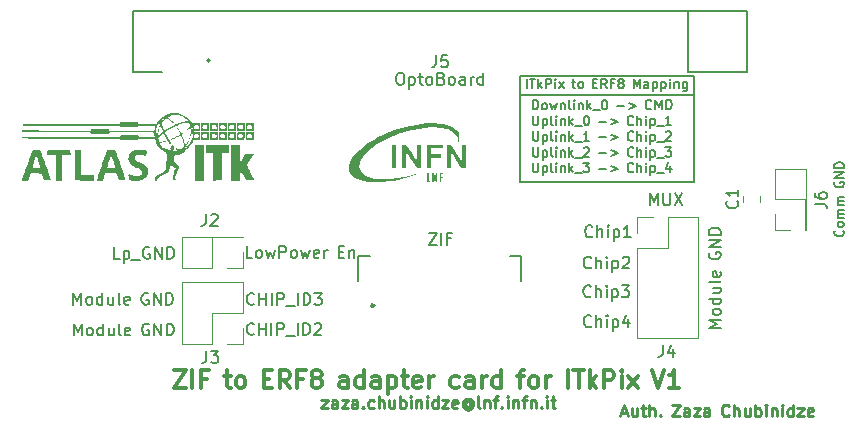
<source format=gbr>
%TF.GenerationSoftware,KiCad,Pcbnew,(7.0.0)*%
%TF.CreationDate,2023-08-31T15:59:46+04:00*%
%TF.ProjectId,RD53B_Quad_ZIF_to_ERF8_Data_Adapter,52443533-425f-4517-9561-645f5a49465f,V0*%
%TF.SameCoordinates,Original*%
%TF.FileFunction,Legend,Top*%
%TF.FilePolarity,Positive*%
%FSLAX46Y46*%
G04 Gerber Fmt 4.6, Leading zero omitted, Abs format (unit mm)*
G04 Created by KiCad (PCBNEW (7.0.0)) date 2023-08-31 15:59:46*
%MOMM*%
%LPD*%
G01*
G04 APERTURE LIST*
%ADD10C,0.150000*%
%ADD11C,0.250000*%
%ADD12C,0.300000*%
%ADD13C,0.120000*%
%ADD14C,0.200000*%
%ADD15C,0.249999*%
G04 APERTURE END LIST*
D10*
X159297500Y-91103750D02*
X173890500Y-91100250D01*
X159228500Y-89537500D02*
X173911500Y-89537500D01*
X173911500Y-89537500D02*
X173911500Y-98503000D01*
X173911500Y-98503000D02*
X159228500Y-98503000D01*
X159228500Y-98503000D02*
X159228500Y-89537500D01*
X160290618Y-95557904D02*
X160290618Y-96205523D01*
X160290618Y-96205523D02*
X160328713Y-96281714D01*
X160328713Y-96281714D02*
X160366808Y-96319809D01*
X160366808Y-96319809D02*
X160442999Y-96357904D01*
X160442999Y-96357904D02*
X160595380Y-96357904D01*
X160595380Y-96357904D02*
X160671570Y-96319809D01*
X160671570Y-96319809D02*
X160709665Y-96281714D01*
X160709665Y-96281714D02*
X160747761Y-96205523D01*
X160747761Y-96205523D02*
X160747761Y-95557904D01*
X161128713Y-95824571D02*
X161128713Y-96624571D01*
X161128713Y-95862666D02*
X161204903Y-95824571D01*
X161204903Y-95824571D02*
X161357284Y-95824571D01*
X161357284Y-95824571D02*
X161433475Y-95862666D01*
X161433475Y-95862666D02*
X161471570Y-95900761D01*
X161471570Y-95900761D02*
X161509665Y-95976952D01*
X161509665Y-95976952D02*
X161509665Y-96205523D01*
X161509665Y-96205523D02*
X161471570Y-96281714D01*
X161471570Y-96281714D02*
X161433475Y-96319809D01*
X161433475Y-96319809D02*
X161357284Y-96357904D01*
X161357284Y-96357904D02*
X161204903Y-96357904D01*
X161204903Y-96357904D02*
X161128713Y-96319809D01*
X161966808Y-96357904D02*
X161890618Y-96319809D01*
X161890618Y-96319809D02*
X161852523Y-96243619D01*
X161852523Y-96243619D02*
X161852523Y-95557904D01*
X162271571Y-96357904D02*
X162271571Y-95824571D01*
X162271571Y-95557904D02*
X162233475Y-95596000D01*
X162233475Y-95596000D02*
X162271571Y-95634095D01*
X162271571Y-95634095D02*
X162309666Y-95596000D01*
X162309666Y-95596000D02*
X162271571Y-95557904D01*
X162271571Y-95557904D02*
X162271571Y-95634095D01*
X162652523Y-95824571D02*
X162652523Y-96357904D01*
X162652523Y-95900761D02*
X162690618Y-95862666D01*
X162690618Y-95862666D02*
X162766808Y-95824571D01*
X162766808Y-95824571D02*
X162881094Y-95824571D01*
X162881094Y-95824571D02*
X162957285Y-95862666D01*
X162957285Y-95862666D02*
X162995380Y-95938857D01*
X162995380Y-95938857D02*
X162995380Y-96357904D01*
X163376333Y-96357904D02*
X163376333Y-95557904D01*
X163452523Y-96053142D02*
X163681095Y-96357904D01*
X163681095Y-95824571D02*
X163376333Y-96129333D01*
X163833476Y-96434095D02*
X164442999Y-96434095D01*
X164595380Y-95634095D02*
X164633476Y-95596000D01*
X164633476Y-95596000D02*
X164709666Y-95557904D01*
X164709666Y-95557904D02*
X164900142Y-95557904D01*
X164900142Y-95557904D02*
X164976333Y-95596000D01*
X164976333Y-95596000D02*
X165014428Y-95634095D01*
X165014428Y-95634095D02*
X165052523Y-95710285D01*
X165052523Y-95710285D02*
X165052523Y-95786476D01*
X165052523Y-95786476D02*
X165014428Y-95900761D01*
X165014428Y-95900761D02*
X164557285Y-96357904D01*
X164557285Y-96357904D02*
X165052523Y-96357904D01*
X165875381Y-96053142D02*
X166484905Y-96053142D01*
X166865857Y-95824571D02*
X167475381Y-96053142D01*
X167475381Y-96053142D02*
X166865857Y-96281714D01*
X168793476Y-96281714D02*
X168755380Y-96319809D01*
X168755380Y-96319809D02*
X168641095Y-96357904D01*
X168641095Y-96357904D02*
X168564904Y-96357904D01*
X168564904Y-96357904D02*
X168450618Y-96319809D01*
X168450618Y-96319809D02*
X168374428Y-96243619D01*
X168374428Y-96243619D02*
X168336333Y-96167428D01*
X168336333Y-96167428D02*
X168298237Y-96015047D01*
X168298237Y-96015047D02*
X168298237Y-95900761D01*
X168298237Y-95900761D02*
X168336333Y-95748380D01*
X168336333Y-95748380D02*
X168374428Y-95672190D01*
X168374428Y-95672190D02*
X168450618Y-95596000D01*
X168450618Y-95596000D02*
X168564904Y-95557904D01*
X168564904Y-95557904D02*
X168641095Y-95557904D01*
X168641095Y-95557904D02*
X168755380Y-95596000D01*
X168755380Y-95596000D02*
X168793476Y-95634095D01*
X169136333Y-96357904D02*
X169136333Y-95557904D01*
X169479190Y-96357904D02*
X169479190Y-95938857D01*
X169479190Y-95938857D02*
X169441095Y-95862666D01*
X169441095Y-95862666D02*
X169364904Y-95824571D01*
X169364904Y-95824571D02*
X169250618Y-95824571D01*
X169250618Y-95824571D02*
X169174428Y-95862666D01*
X169174428Y-95862666D02*
X169136333Y-95900761D01*
X169860143Y-96357904D02*
X169860143Y-95824571D01*
X169860143Y-95557904D02*
X169822047Y-95596000D01*
X169822047Y-95596000D02*
X169860143Y-95634095D01*
X169860143Y-95634095D02*
X169898238Y-95596000D01*
X169898238Y-95596000D02*
X169860143Y-95557904D01*
X169860143Y-95557904D02*
X169860143Y-95634095D01*
X170241095Y-95824571D02*
X170241095Y-96624571D01*
X170241095Y-95862666D02*
X170317285Y-95824571D01*
X170317285Y-95824571D02*
X170469666Y-95824571D01*
X170469666Y-95824571D02*
X170545857Y-95862666D01*
X170545857Y-95862666D02*
X170583952Y-95900761D01*
X170583952Y-95900761D02*
X170622047Y-95976952D01*
X170622047Y-95976952D02*
X170622047Y-96205523D01*
X170622047Y-96205523D02*
X170583952Y-96281714D01*
X170583952Y-96281714D02*
X170545857Y-96319809D01*
X170545857Y-96319809D02*
X170469666Y-96357904D01*
X170469666Y-96357904D02*
X170317285Y-96357904D01*
X170317285Y-96357904D02*
X170241095Y-96319809D01*
X170774429Y-96434095D02*
X171383952Y-96434095D01*
X171498238Y-95557904D02*
X171993476Y-95557904D01*
X171993476Y-95557904D02*
X171726810Y-95862666D01*
X171726810Y-95862666D02*
X171841095Y-95862666D01*
X171841095Y-95862666D02*
X171917286Y-95900761D01*
X171917286Y-95900761D02*
X171955381Y-95938857D01*
X171955381Y-95938857D02*
X171993476Y-96015047D01*
X171993476Y-96015047D02*
X171993476Y-96205523D01*
X171993476Y-96205523D02*
X171955381Y-96281714D01*
X171955381Y-96281714D02*
X171917286Y-96319809D01*
X171917286Y-96319809D02*
X171841095Y-96357904D01*
X171841095Y-96357904D02*
X171612524Y-96357904D01*
X171612524Y-96357904D02*
X171536333Y-96319809D01*
X171536333Y-96319809D02*
X171498238Y-96281714D01*
X165188476Y-108171142D02*
X165140857Y-108218761D01*
X165140857Y-108218761D02*
X164998000Y-108266380D01*
X164998000Y-108266380D02*
X164902762Y-108266380D01*
X164902762Y-108266380D02*
X164759905Y-108218761D01*
X164759905Y-108218761D02*
X164664667Y-108123523D01*
X164664667Y-108123523D02*
X164617048Y-108028285D01*
X164617048Y-108028285D02*
X164569429Y-107837809D01*
X164569429Y-107837809D02*
X164569429Y-107694952D01*
X164569429Y-107694952D02*
X164617048Y-107504476D01*
X164617048Y-107504476D02*
X164664667Y-107409238D01*
X164664667Y-107409238D02*
X164759905Y-107314000D01*
X164759905Y-107314000D02*
X164902762Y-107266380D01*
X164902762Y-107266380D02*
X164998000Y-107266380D01*
X164998000Y-107266380D02*
X165140857Y-107314000D01*
X165140857Y-107314000D02*
X165188476Y-107361619D01*
X165617048Y-108266380D02*
X165617048Y-107266380D01*
X166045619Y-108266380D02*
X166045619Y-107742571D01*
X166045619Y-107742571D02*
X165998000Y-107647333D01*
X165998000Y-107647333D02*
X165902762Y-107599714D01*
X165902762Y-107599714D02*
X165759905Y-107599714D01*
X165759905Y-107599714D02*
X165664667Y-107647333D01*
X165664667Y-107647333D02*
X165617048Y-107694952D01*
X166521810Y-108266380D02*
X166521810Y-107599714D01*
X166521810Y-107266380D02*
X166474191Y-107314000D01*
X166474191Y-107314000D02*
X166521810Y-107361619D01*
X166521810Y-107361619D02*
X166569429Y-107314000D01*
X166569429Y-107314000D02*
X166521810Y-107266380D01*
X166521810Y-107266380D02*
X166521810Y-107361619D01*
X166998000Y-107599714D02*
X166998000Y-108599714D01*
X166998000Y-107647333D02*
X167093238Y-107599714D01*
X167093238Y-107599714D02*
X167283714Y-107599714D01*
X167283714Y-107599714D02*
X167378952Y-107647333D01*
X167378952Y-107647333D02*
X167426571Y-107694952D01*
X167426571Y-107694952D02*
X167474190Y-107790190D01*
X167474190Y-107790190D02*
X167474190Y-108075904D01*
X167474190Y-108075904D02*
X167426571Y-108171142D01*
X167426571Y-108171142D02*
X167378952Y-108218761D01*
X167378952Y-108218761D02*
X167283714Y-108266380D01*
X167283714Y-108266380D02*
X167093238Y-108266380D01*
X167093238Y-108266380D02*
X166998000Y-108218761D01*
X167807524Y-107266380D02*
X168426571Y-107266380D01*
X168426571Y-107266380D02*
X168093238Y-107647333D01*
X168093238Y-107647333D02*
X168236095Y-107647333D01*
X168236095Y-107647333D02*
X168331333Y-107694952D01*
X168331333Y-107694952D02*
X168378952Y-107742571D01*
X168378952Y-107742571D02*
X168426571Y-107837809D01*
X168426571Y-107837809D02*
X168426571Y-108075904D01*
X168426571Y-108075904D02*
X168378952Y-108171142D01*
X168378952Y-108171142D02*
X168331333Y-108218761D01*
X168331333Y-108218761D02*
X168236095Y-108266380D01*
X168236095Y-108266380D02*
X167950381Y-108266380D01*
X167950381Y-108266380D02*
X167855143Y-108218761D01*
X167855143Y-108218761D02*
X167807524Y-108171142D01*
X151475000Y-102814380D02*
X152141666Y-102814380D01*
X152141666Y-102814380D02*
X151475000Y-103814380D01*
X151475000Y-103814380D02*
X152141666Y-103814380D01*
X152522619Y-103814380D02*
X152522619Y-102814380D01*
X153332142Y-103290571D02*
X152998809Y-103290571D01*
X152998809Y-103814380D02*
X152998809Y-102814380D01*
X152998809Y-102814380D02*
X153474999Y-102814380D01*
X170188667Y-100462380D02*
X170188667Y-99462380D01*
X170188667Y-99462380D02*
X170522000Y-100176666D01*
X170522000Y-100176666D02*
X170855333Y-99462380D01*
X170855333Y-99462380D02*
X170855333Y-100462380D01*
X171331524Y-99462380D02*
X171331524Y-100271904D01*
X171331524Y-100271904D02*
X171379143Y-100367142D01*
X171379143Y-100367142D02*
X171426762Y-100414761D01*
X171426762Y-100414761D02*
X171522000Y-100462380D01*
X171522000Y-100462380D02*
X171712476Y-100462380D01*
X171712476Y-100462380D02*
X171807714Y-100414761D01*
X171807714Y-100414761D02*
X171855333Y-100367142D01*
X171855333Y-100367142D02*
X171902952Y-100271904D01*
X171902952Y-100271904D02*
X171902952Y-99462380D01*
X172283905Y-99462380D02*
X172950571Y-100462380D01*
X172950571Y-99462380D02*
X172283905Y-100462380D01*
X160290618Y-94227904D02*
X160290618Y-94875523D01*
X160290618Y-94875523D02*
X160328713Y-94951714D01*
X160328713Y-94951714D02*
X160366808Y-94989809D01*
X160366808Y-94989809D02*
X160442999Y-95027904D01*
X160442999Y-95027904D02*
X160595380Y-95027904D01*
X160595380Y-95027904D02*
X160671570Y-94989809D01*
X160671570Y-94989809D02*
X160709665Y-94951714D01*
X160709665Y-94951714D02*
X160747761Y-94875523D01*
X160747761Y-94875523D02*
X160747761Y-94227904D01*
X161128713Y-94494571D02*
X161128713Y-95294571D01*
X161128713Y-94532666D02*
X161204903Y-94494571D01*
X161204903Y-94494571D02*
X161357284Y-94494571D01*
X161357284Y-94494571D02*
X161433475Y-94532666D01*
X161433475Y-94532666D02*
X161471570Y-94570761D01*
X161471570Y-94570761D02*
X161509665Y-94646952D01*
X161509665Y-94646952D02*
X161509665Y-94875523D01*
X161509665Y-94875523D02*
X161471570Y-94951714D01*
X161471570Y-94951714D02*
X161433475Y-94989809D01*
X161433475Y-94989809D02*
X161357284Y-95027904D01*
X161357284Y-95027904D02*
X161204903Y-95027904D01*
X161204903Y-95027904D02*
X161128713Y-94989809D01*
X161966808Y-95027904D02*
X161890618Y-94989809D01*
X161890618Y-94989809D02*
X161852523Y-94913619D01*
X161852523Y-94913619D02*
X161852523Y-94227904D01*
X162271571Y-95027904D02*
X162271571Y-94494571D01*
X162271571Y-94227904D02*
X162233475Y-94266000D01*
X162233475Y-94266000D02*
X162271571Y-94304095D01*
X162271571Y-94304095D02*
X162309666Y-94266000D01*
X162309666Y-94266000D02*
X162271571Y-94227904D01*
X162271571Y-94227904D02*
X162271571Y-94304095D01*
X162652523Y-94494571D02*
X162652523Y-95027904D01*
X162652523Y-94570761D02*
X162690618Y-94532666D01*
X162690618Y-94532666D02*
X162766808Y-94494571D01*
X162766808Y-94494571D02*
X162881094Y-94494571D01*
X162881094Y-94494571D02*
X162957285Y-94532666D01*
X162957285Y-94532666D02*
X162995380Y-94608857D01*
X162995380Y-94608857D02*
X162995380Y-95027904D01*
X163376333Y-95027904D02*
X163376333Y-94227904D01*
X163452523Y-94723142D02*
X163681095Y-95027904D01*
X163681095Y-94494571D02*
X163376333Y-94799333D01*
X163833476Y-95104095D02*
X164442999Y-95104095D01*
X165052523Y-95027904D02*
X164595380Y-95027904D01*
X164823952Y-95027904D02*
X164823952Y-94227904D01*
X164823952Y-94227904D02*
X164747761Y-94342190D01*
X164747761Y-94342190D02*
X164671571Y-94418380D01*
X164671571Y-94418380D02*
X164595380Y-94456476D01*
X165875381Y-94723142D02*
X166484905Y-94723142D01*
X166865857Y-94494571D02*
X167475381Y-94723142D01*
X167475381Y-94723142D02*
X166865857Y-94951714D01*
X168793476Y-94951714D02*
X168755380Y-94989809D01*
X168755380Y-94989809D02*
X168641095Y-95027904D01*
X168641095Y-95027904D02*
X168564904Y-95027904D01*
X168564904Y-95027904D02*
X168450618Y-94989809D01*
X168450618Y-94989809D02*
X168374428Y-94913619D01*
X168374428Y-94913619D02*
X168336333Y-94837428D01*
X168336333Y-94837428D02*
X168298237Y-94685047D01*
X168298237Y-94685047D02*
X168298237Y-94570761D01*
X168298237Y-94570761D02*
X168336333Y-94418380D01*
X168336333Y-94418380D02*
X168374428Y-94342190D01*
X168374428Y-94342190D02*
X168450618Y-94266000D01*
X168450618Y-94266000D02*
X168564904Y-94227904D01*
X168564904Y-94227904D02*
X168641095Y-94227904D01*
X168641095Y-94227904D02*
X168755380Y-94266000D01*
X168755380Y-94266000D02*
X168793476Y-94304095D01*
X169136333Y-95027904D02*
X169136333Y-94227904D01*
X169479190Y-95027904D02*
X169479190Y-94608857D01*
X169479190Y-94608857D02*
X169441095Y-94532666D01*
X169441095Y-94532666D02*
X169364904Y-94494571D01*
X169364904Y-94494571D02*
X169250618Y-94494571D01*
X169250618Y-94494571D02*
X169174428Y-94532666D01*
X169174428Y-94532666D02*
X169136333Y-94570761D01*
X169860143Y-95027904D02*
X169860143Y-94494571D01*
X169860143Y-94227904D02*
X169822047Y-94266000D01*
X169822047Y-94266000D02*
X169860143Y-94304095D01*
X169860143Y-94304095D02*
X169898238Y-94266000D01*
X169898238Y-94266000D02*
X169860143Y-94227904D01*
X169860143Y-94227904D02*
X169860143Y-94304095D01*
X170241095Y-94494571D02*
X170241095Y-95294571D01*
X170241095Y-94532666D02*
X170317285Y-94494571D01*
X170317285Y-94494571D02*
X170469666Y-94494571D01*
X170469666Y-94494571D02*
X170545857Y-94532666D01*
X170545857Y-94532666D02*
X170583952Y-94570761D01*
X170583952Y-94570761D02*
X170622047Y-94646952D01*
X170622047Y-94646952D02*
X170622047Y-94875523D01*
X170622047Y-94875523D02*
X170583952Y-94951714D01*
X170583952Y-94951714D02*
X170545857Y-94989809D01*
X170545857Y-94989809D02*
X170469666Y-95027904D01*
X170469666Y-95027904D02*
X170317285Y-95027904D01*
X170317285Y-95027904D02*
X170241095Y-94989809D01*
X170774429Y-95104095D02*
X171383952Y-95104095D01*
X171536333Y-94304095D02*
X171574429Y-94266000D01*
X171574429Y-94266000D02*
X171650619Y-94227904D01*
X171650619Y-94227904D02*
X171841095Y-94227904D01*
X171841095Y-94227904D02*
X171917286Y-94266000D01*
X171917286Y-94266000D02*
X171955381Y-94304095D01*
X171955381Y-94304095D02*
X171993476Y-94380285D01*
X171993476Y-94380285D02*
X171993476Y-94456476D01*
X171993476Y-94456476D02*
X171955381Y-94570761D01*
X171955381Y-94570761D02*
X171498238Y-95027904D01*
X171498238Y-95027904D02*
X171993476Y-95027904D01*
X125294380Y-105004380D02*
X124818190Y-105004380D01*
X124818190Y-105004380D02*
X124818190Y-104004380D01*
X125627714Y-104337714D02*
X125627714Y-105337714D01*
X125627714Y-104385333D02*
X125722952Y-104337714D01*
X125722952Y-104337714D02*
X125913428Y-104337714D01*
X125913428Y-104337714D02*
X126008666Y-104385333D01*
X126008666Y-104385333D02*
X126056285Y-104432952D01*
X126056285Y-104432952D02*
X126103904Y-104528190D01*
X126103904Y-104528190D02*
X126103904Y-104813904D01*
X126103904Y-104813904D02*
X126056285Y-104909142D01*
X126056285Y-104909142D02*
X126008666Y-104956761D01*
X126008666Y-104956761D02*
X125913428Y-105004380D01*
X125913428Y-105004380D02*
X125722952Y-105004380D01*
X125722952Y-105004380D02*
X125627714Y-104956761D01*
X126294381Y-105099619D02*
X127056285Y-105099619D01*
X127818190Y-104052000D02*
X127722952Y-104004380D01*
X127722952Y-104004380D02*
X127580095Y-104004380D01*
X127580095Y-104004380D02*
X127437238Y-104052000D01*
X127437238Y-104052000D02*
X127342000Y-104147238D01*
X127342000Y-104147238D02*
X127294381Y-104242476D01*
X127294381Y-104242476D02*
X127246762Y-104432952D01*
X127246762Y-104432952D02*
X127246762Y-104575809D01*
X127246762Y-104575809D02*
X127294381Y-104766285D01*
X127294381Y-104766285D02*
X127342000Y-104861523D01*
X127342000Y-104861523D02*
X127437238Y-104956761D01*
X127437238Y-104956761D02*
X127580095Y-105004380D01*
X127580095Y-105004380D02*
X127675333Y-105004380D01*
X127675333Y-105004380D02*
X127818190Y-104956761D01*
X127818190Y-104956761D02*
X127865809Y-104909142D01*
X127865809Y-104909142D02*
X127865809Y-104575809D01*
X127865809Y-104575809D02*
X127675333Y-104575809D01*
X128294381Y-105004380D02*
X128294381Y-104004380D01*
X128294381Y-104004380D02*
X128865809Y-105004380D01*
X128865809Y-105004380D02*
X128865809Y-104004380D01*
X129342000Y-105004380D02*
X129342000Y-104004380D01*
X129342000Y-104004380D02*
X129580095Y-104004380D01*
X129580095Y-104004380D02*
X129722952Y-104052000D01*
X129722952Y-104052000D02*
X129818190Y-104147238D01*
X129818190Y-104147238D02*
X129865809Y-104242476D01*
X129865809Y-104242476D02*
X129913428Y-104432952D01*
X129913428Y-104432952D02*
X129913428Y-104575809D01*
X129913428Y-104575809D02*
X129865809Y-104766285D01*
X129865809Y-104766285D02*
X129818190Y-104861523D01*
X129818190Y-104861523D02*
X129722952Y-104956761D01*
X129722952Y-104956761D02*
X129580095Y-105004380D01*
X129580095Y-105004380D02*
X129342000Y-105004380D01*
D11*
X167775190Y-118060666D02*
X168251380Y-118060666D01*
X167679952Y-118346380D02*
X168013285Y-117346380D01*
X168013285Y-117346380D02*
X168346618Y-118346380D01*
X169108523Y-117679714D02*
X169108523Y-118346380D01*
X168679952Y-117679714D02*
X168679952Y-118203523D01*
X168679952Y-118203523D02*
X168727571Y-118298761D01*
X168727571Y-118298761D02*
X168822809Y-118346380D01*
X168822809Y-118346380D02*
X168965666Y-118346380D01*
X168965666Y-118346380D02*
X169060904Y-118298761D01*
X169060904Y-118298761D02*
X169108523Y-118251142D01*
X169441857Y-117679714D02*
X169822809Y-117679714D01*
X169584714Y-117346380D02*
X169584714Y-118203523D01*
X169584714Y-118203523D02*
X169632333Y-118298761D01*
X169632333Y-118298761D02*
X169727571Y-118346380D01*
X169727571Y-118346380D02*
X169822809Y-118346380D01*
X170156143Y-118346380D02*
X170156143Y-117346380D01*
X170584714Y-118346380D02*
X170584714Y-117822571D01*
X170584714Y-117822571D02*
X170537095Y-117727333D01*
X170537095Y-117727333D02*
X170441857Y-117679714D01*
X170441857Y-117679714D02*
X170299000Y-117679714D01*
X170299000Y-117679714D02*
X170203762Y-117727333D01*
X170203762Y-117727333D02*
X170156143Y-117774952D01*
X171060905Y-118251142D02*
X171108524Y-118298761D01*
X171108524Y-118298761D02*
X171060905Y-118346380D01*
X171060905Y-118346380D02*
X171013286Y-118298761D01*
X171013286Y-118298761D02*
X171060905Y-118251142D01*
X171060905Y-118251142D02*
X171060905Y-118346380D01*
X172041857Y-117346380D02*
X172708523Y-117346380D01*
X172708523Y-117346380D02*
X172041857Y-118346380D01*
X172041857Y-118346380D02*
X172708523Y-118346380D01*
X173518047Y-118346380D02*
X173518047Y-117822571D01*
X173518047Y-117822571D02*
X173470428Y-117727333D01*
X173470428Y-117727333D02*
X173375190Y-117679714D01*
X173375190Y-117679714D02*
X173184714Y-117679714D01*
X173184714Y-117679714D02*
X173089476Y-117727333D01*
X173518047Y-118298761D02*
X173422809Y-118346380D01*
X173422809Y-118346380D02*
X173184714Y-118346380D01*
X173184714Y-118346380D02*
X173089476Y-118298761D01*
X173089476Y-118298761D02*
X173041857Y-118203523D01*
X173041857Y-118203523D02*
X173041857Y-118108285D01*
X173041857Y-118108285D02*
X173089476Y-118013047D01*
X173089476Y-118013047D02*
X173184714Y-117965428D01*
X173184714Y-117965428D02*
X173422809Y-117965428D01*
X173422809Y-117965428D02*
X173518047Y-117917809D01*
X173899000Y-117679714D02*
X174422809Y-117679714D01*
X174422809Y-117679714D02*
X173899000Y-118346380D01*
X173899000Y-118346380D02*
X174422809Y-118346380D01*
X175232333Y-118346380D02*
X175232333Y-117822571D01*
X175232333Y-117822571D02*
X175184714Y-117727333D01*
X175184714Y-117727333D02*
X175089476Y-117679714D01*
X175089476Y-117679714D02*
X174899000Y-117679714D01*
X174899000Y-117679714D02*
X174803762Y-117727333D01*
X175232333Y-118298761D02*
X175137095Y-118346380D01*
X175137095Y-118346380D02*
X174899000Y-118346380D01*
X174899000Y-118346380D02*
X174803762Y-118298761D01*
X174803762Y-118298761D02*
X174756143Y-118203523D01*
X174756143Y-118203523D02*
X174756143Y-118108285D01*
X174756143Y-118108285D02*
X174803762Y-118013047D01*
X174803762Y-118013047D02*
X174899000Y-117965428D01*
X174899000Y-117965428D02*
X175137095Y-117965428D01*
X175137095Y-117965428D02*
X175232333Y-117917809D01*
X176879952Y-118251142D02*
X176832333Y-118298761D01*
X176832333Y-118298761D02*
X176689476Y-118346380D01*
X176689476Y-118346380D02*
X176594238Y-118346380D01*
X176594238Y-118346380D02*
X176451381Y-118298761D01*
X176451381Y-118298761D02*
X176356143Y-118203523D01*
X176356143Y-118203523D02*
X176308524Y-118108285D01*
X176308524Y-118108285D02*
X176260905Y-117917809D01*
X176260905Y-117917809D02*
X176260905Y-117774952D01*
X176260905Y-117774952D02*
X176308524Y-117584476D01*
X176308524Y-117584476D02*
X176356143Y-117489238D01*
X176356143Y-117489238D02*
X176451381Y-117394000D01*
X176451381Y-117394000D02*
X176594238Y-117346380D01*
X176594238Y-117346380D02*
X176689476Y-117346380D01*
X176689476Y-117346380D02*
X176832333Y-117394000D01*
X176832333Y-117394000D02*
X176879952Y-117441619D01*
X177308524Y-118346380D02*
X177308524Y-117346380D01*
X177737095Y-118346380D02*
X177737095Y-117822571D01*
X177737095Y-117822571D02*
X177689476Y-117727333D01*
X177689476Y-117727333D02*
X177594238Y-117679714D01*
X177594238Y-117679714D02*
X177451381Y-117679714D01*
X177451381Y-117679714D02*
X177356143Y-117727333D01*
X177356143Y-117727333D02*
X177308524Y-117774952D01*
X178641857Y-117679714D02*
X178641857Y-118346380D01*
X178213286Y-117679714D02*
X178213286Y-118203523D01*
X178213286Y-118203523D02*
X178260905Y-118298761D01*
X178260905Y-118298761D02*
X178356143Y-118346380D01*
X178356143Y-118346380D02*
X178499000Y-118346380D01*
X178499000Y-118346380D02*
X178594238Y-118298761D01*
X178594238Y-118298761D02*
X178641857Y-118251142D01*
X179118048Y-118346380D02*
X179118048Y-117346380D01*
X179118048Y-117727333D02*
X179213286Y-117679714D01*
X179213286Y-117679714D02*
X179403762Y-117679714D01*
X179403762Y-117679714D02*
X179499000Y-117727333D01*
X179499000Y-117727333D02*
X179546619Y-117774952D01*
X179546619Y-117774952D02*
X179594238Y-117870190D01*
X179594238Y-117870190D02*
X179594238Y-118155904D01*
X179594238Y-118155904D02*
X179546619Y-118251142D01*
X179546619Y-118251142D02*
X179499000Y-118298761D01*
X179499000Y-118298761D02*
X179403762Y-118346380D01*
X179403762Y-118346380D02*
X179213286Y-118346380D01*
X179213286Y-118346380D02*
X179118048Y-118298761D01*
X180022810Y-118346380D02*
X180022810Y-117679714D01*
X180022810Y-117346380D02*
X179975191Y-117394000D01*
X179975191Y-117394000D02*
X180022810Y-117441619D01*
X180022810Y-117441619D02*
X180070429Y-117394000D01*
X180070429Y-117394000D02*
X180022810Y-117346380D01*
X180022810Y-117346380D02*
X180022810Y-117441619D01*
X180499000Y-117679714D02*
X180499000Y-118346380D01*
X180499000Y-117774952D02*
X180546619Y-117727333D01*
X180546619Y-117727333D02*
X180641857Y-117679714D01*
X180641857Y-117679714D02*
X180784714Y-117679714D01*
X180784714Y-117679714D02*
X180879952Y-117727333D01*
X180879952Y-117727333D02*
X180927571Y-117822571D01*
X180927571Y-117822571D02*
X180927571Y-118346380D01*
X181403762Y-118346380D02*
X181403762Y-117679714D01*
X181403762Y-117346380D02*
X181356143Y-117394000D01*
X181356143Y-117394000D02*
X181403762Y-117441619D01*
X181403762Y-117441619D02*
X181451381Y-117394000D01*
X181451381Y-117394000D02*
X181403762Y-117346380D01*
X181403762Y-117346380D02*
X181403762Y-117441619D01*
X182308523Y-118346380D02*
X182308523Y-117346380D01*
X182308523Y-118298761D02*
X182213285Y-118346380D01*
X182213285Y-118346380D02*
X182022809Y-118346380D01*
X182022809Y-118346380D02*
X181927571Y-118298761D01*
X181927571Y-118298761D02*
X181879952Y-118251142D01*
X181879952Y-118251142D02*
X181832333Y-118155904D01*
X181832333Y-118155904D02*
X181832333Y-117870190D01*
X181832333Y-117870190D02*
X181879952Y-117774952D01*
X181879952Y-117774952D02*
X181927571Y-117727333D01*
X181927571Y-117727333D02*
X182022809Y-117679714D01*
X182022809Y-117679714D02*
X182213285Y-117679714D01*
X182213285Y-117679714D02*
X182308523Y-117727333D01*
X182689476Y-117679714D02*
X183213285Y-117679714D01*
X183213285Y-117679714D02*
X182689476Y-118346380D01*
X182689476Y-118346380D02*
X183213285Y-118346380D01*
X183975190Y-118298761D02*
X183879952Y-118346380D01*
X183879952Y-118346380D02*
X183689476Y-118346380D01*
X183689476Y-118346380D02*
X183594238Y-118298761D01*
X183594238Y-118298761D02*
X183546619Y-118203523D01*
X183546619Y-118203523D02*
X183546619Y-117822571D01*
X183546619Y-117822571D02*
X183594238Y-117727333D01*
X183594238Y-117727333D02*
X183689476Y-117679714D01*
X183689476Y-117679714D02*
X183879952Y-117679714D01*
X183879952Y-117679714D02*
X183975190Y-117727333D01*
X183975190Y-117727333D02*
X184022809Y-117822571D01*
X184022809Y-117822571D02*
X184022809Y-117917809D01*
X184022809Y-117917809D02*
X183546619Y-118013047D01*
D10*
X186539714Y-102614999D02*
X186577809Y-102653095D01*
X186577809Y-102653095D02*
X186615904Y-102767380D01*
X186615904Y-102767380D02*
X186615904Y-102843571D01*
X186615904Y-102843571D02*
X186577809Y-102957857D01*
X186577809Y-102957857D02*
X186501619Y-103034047D01*
X186501619Y-103034047D02*
X186425428Y-103072142D01*
X186425428Y-103072142D02*
X186273047Y-103110238D01*
X186273047Y-103110238D02*
X186158761Y-103110238D01*
X186158761Y-103110238D02*
X186006380Y-103072142D01*
X186006380Y-103072142D02*
X185930190Y-103034047D01*
X185930190Y-103034047D02*
X185854000Y-102957857D01*
X185854000Y-102957857D02*
X185815904Y-102843571D01*
X185815904Y-102843571D02*
X185815904Y-102767380D01*
X185815904Y-102767380D02*
X185854000Y-102653095D01*
X185854000Y-102653095D02*
X185892095Y-102614999D01*
X186615904Y-102157857D02*
X186577809Y-102234047D01*
X186577809Y-102234047D02*
X186539714Y-102272142D01*
X186539714Y-102272142D02*
X186463523Y-102310238D01*
X186463523Y-102310238D02*
X186234952Y-102310238D01*
X186234952Y-102310238D02*
X186158761Y-102272142D01*
X186158761Y-102272142D02*
X186120666Y-102234047D01*
X186120666Y-102234047D02*
X186082571Y-102157857D01*
X186082571Y-102157857D02*
X186082571Y-102043571D01*
X186082571Y-102043571D02*
X186120666Y-101967380D01*
X186120666Y-101967380D02*
X186158761Y-101929285D01*
X186158761Y-101929285D02*
X186234952Y-101891190D01*
X186234952Y-101891190D02*
X186463523Y-101891190D01*
X186463523Y-101891190D02*
X186539714Y-101929285D01*
X186539714Y-101929285D02*
X186577809Y-101967380D01*
X186577809Y-101967380D02*
X186615904Y-102043571D01*
X186615904Y-102043571D02*
X186615904Y-102157857D01*
X186615904Y-101548332D02*
X186082571Y-101548332D01*
X186158761Y-101548332D02*
X186120666Y-101510237D01*
X186120666Y-101510237D02*
X186082571Y-101434047D01*
X186082571Y-101434047D02*
X186082571Y-101319761D01*
X186082571Y-101319761D02*
X186120666Y-101243570D01*
X186120666Y-101243570D02*
X186196857Y-101205475D01*
X186196857Y-101205475D02*
X186615904Y-101205475D01*
X186196857Y-101205475D02*
X186120666Y-101167380D01*
X186120666Y-101167380D02*
X186082571Y-101091189D01*
X186082571Y-101091189D02*
X186082571Y-100976904D01*
X186082571Y-100976904D02*
X186120666Y-100900713D01*
X186120666Y-100900713D02*
X186196857Y-100862618D01*
X186196857Y-100862618D02*
X186615904Y-100862618D01*
X186615904Y-100481665D02*
X186082571Y-100481665D01*
X186158761Y-100481665D02*
X186120666Y-100443570D01*
X186120666Y-100443570D02*
X186082571Y-100367380D01*
X186082571Y-100367380D02*
X186082571Y-100253094D01*
X186082571Y-100253094D02*
X186120666Y-100176903D01*
X186120666Y-100176903D02*
X186196857Y-100138808D01*
X186196857Y-100138808D02*
X186615904Y-100138808D01*
X186196857Y-100138808D02*
X186120666Y-100100713D01*
X186120666Y-100100713D02*
X186082571Y-100024522D01*
X186082571Y-100024522D02*
X186082571Y-99910237D01*
X186082571Y-99910237D02*
X186120666Y-99834046D01*
X186120666Y-99834046D02*
X186196857Y-99795951D01*
X186196857Y-99795951D02*
X186615904Y-99795951D01*
X185854000Y-98515951D02*
X185815904Y-98592141D01*
X185815904Y-98592141D02*
X185815904Y-98706427D01*
X185815904Y-98706427D02*
X185854000Y-98820713D01*
X185854000Y-98820713D02*
X185930190Y-98896903D01*
X185930190Y-98896903D02*
X186006380Y-98934998D01*
X186006380Y-98934998D02*
X186158761Y-98973094D01*
X186158761Y-98973094D02*
X186273047Y-98973094D01*
X186273047Y-98973094D02*
X186425428Y-98934998D01*
X186425428Y-98934998D02*
X186501619Y-98896903D01*
X186501619Y-98896903D02*
X186577809Y-98820713D01*
X186577809Y-98820713D02*
X186615904Y-98706427D01*
X186615904Y-98706427D02*
X186615904Y-98630236D01*
X186615904Y-98630236D02*
X186577809Y-98515951D01*
X186577809Y-98515951D02*
X186539714Y-98477855D01*
X186539714Y-98477855D02*
X186273047Y-98477855D01*
X186273047Y-98477855D02*
X186273047Y-98630236D01*
X186615904Y-98134998D02*
X185815904Y-98134998D01*
X185815904Y-98134998D02*
X186615904Y-97677855D01*
X186615904Y-97677855D02*
X185815904Y-97677855D01*
X186615904Y-97296903D02*
X185815904Y-97296903D01*
X185815904Y-97296903D02*
X185815904Y-97106427D01*
X185815904Y-97106427D02*
X185854000Y-96992141D01*
X185854000Y-96992141D02*
X185930190Y-96915951D01*
X185930190Y-96915951D02*
X186006380Y-96877856D01*
X186006380Y-96877856D02*
X186158761Y-96839760D01*
X186158761Y-96839760D02*
X186273047Y-96839760D01*
X186273047Y-96839760D02*
X186425428Y-96877856D01*
X186425428Y-96877856D02*
X186501619Y-96915951D01*
X186501619Y-96915951D02*
X186577809Y-96992141D01*
X186577809Y-96992141D02*
X186615904Y-97106427D01*
X186615904Y-97106427D02*
X186615904Y-97296903D01*
X136671381Y-111359142D02*
X136623762Y-111406761D01*
X136623762Y-111406761D02*
X136480905Y-111454380D01*
X136480905Y-111454380D02*
X136385667Y-111454380D01*
X136385667Y-111454380D02*
X136242810Y-111406761D01*
X136242810Y-111406761D02*
X136147572Y-111311523D01*
X136147572Y-111311523D02*
X136099953Y-111216285D01*
X136099953Y-111216285D02*
X136052334Y-111025809D01*
X136052334Y-111025809D02*
X136052334Y-110882952D01*
X136052334Y-110882952D02*
X136099953Y-110692476D01*
X136099953Y-110692476D02*
X136147572Y-110597238D01*
X136147572Y-110597238D02*
X136242810Y-110502000D01*
X136242810Y-110502000D02*
X136385667Y-110454380D01*
X136385667Y-110454380D02*
X136480905Y-110454380D01*
X136480905Y-110454380D02*
X136623762Y-110502000D01*
X136623762Y-110502000D02*
X136671381Y-110549619D01*
X137099953Y-111454380D02*
X137099953Y-110454380D01*
X137099953Y-110930571D02*
X137671381Y-110930571D01*
X137671381Y-111454380D02*
X137671381Y-110454380D01*
X138147572Y-111454380D02*
X138147572Y-110454380D01*
X138623762Y-111454380D02*
X138623762Y-110454380D01*
X138623762Y-110454380D02*
X139004714Y-110454380D01*
X139004714Y-110454380D02*
X139099952Y-110502000D01*
X139099952Y-110502000D02*
X139147571Y-110549619D01*
X139147571Y-110549619D02*
X139195190Y-110644857D01*
X139195190Y-110644857D02*
X139195190Y-110787714D01*
X139195190Y-110787714D02*
X139147571Y-110882952D01*
X139147571Y-110882952D02*
X139099952Y-110930571D01*
X139099952Y-110930571D02*
X139004714Y-110978190D01*
X139004714Y-110978190D02*
X138623762Y-110978190D01*
X139385667Y-111549619D02*
X140147571Y-111549619D01*
X140385667Y-111454380D02*
X140385667Y-110454380D01*
X140861857Y-111454380D02*
X140861857Y-110454380D01*
X140861857Y-110454380D02*
X141099952Y-110454380D01*
X141099952Y-110454380D02*
X141242809Y-110502000D01*
X141242809Y-110502000D02*
X141338047Y-110597238D01*
X141338047Y-110597238D02*
X141385666Y-110692476D01*
X141385666Y-110692476D02*
X141433285Y-110882952D01*
X141433285Y-110882952D02*
X141433285Y-111025809D01*
X141433285Y-111025809D02*
X141385666Y-111216285D01*
X141385666Y-111216285D02*
X141338047Y-111311523D01*
X141338047Y-111311523D02*
X141242809Y-111406761D01*
X141242809Y-111406761D02*
X141099952Y-111454380D01*
X141099952Y-111454380D02*
X140861857Y-111454380D01*
X141814238Y-110549619D02*
X141861857Y-110502000D01*
X141861857Y-110502000D02*
X141957095Y-110454380D01*
X141957095Y-110454380D02*
X142195190Y-110454380D01*
X142195190Y-110454380D02*
X142290428Y-110502000D01*
X142290428Y-110502000D02*
X142338047Y-110549619D01*
X142338047Y-110549619D02*
X142385666Y-110644857D01*
X142385666Y-110644857D02*
X142385666Y-110740095D01*
X142385666Y-110740095D02*
X142338047Y-110882952D01*
X142338047Y-110882952D02*
X141766619Y-111454380D01*
X141766619Y-111454380D02*
X142385666Y-111454380D01*
X160290618Y-92367904D02*
X160290618Y-91567904D01*
X160290618Y-91567904D02*
X160481094Y-91567904D01*
X160481094Y-91567904D02*
X160595380Y-91606000D01*
X160595380Y-91606000D02*
X160671570Y-91682190D01*
X160671570Y-91682190D02*
X160709665Y-91758380D01*
X160709665Y-91758380D02*
X160747761Y-91910761D01*
X160747761Y-91910761D02*
X160747761Y-92025047D01*
X160747761Y-92025047D02*
X160709665Y-92177428D01*
X160709665Y-92177428D02*
X160671570Y-92253619D01*
X160671570Y-92253619D02*
X160595380Y-92329809D01*
X160595380Y-92329809D02*
X160481094Y-92367904D01*
X160481094Y-92367904D02*
X160290618Y-92367904D01*
X161204903Y-92367904D02*
X161128713Y-92329809D01*
X161128713Y-92329809D02*
X161090618Y-92291714D01*
X161090618Y-92291714D02*
X161052522Y-92215523D01*
X161052522Y-92215523D02*
X161052522Y-91986952D01*
X161052522Y-91986952D02*
X161090618Y-91910761D01*
X161090618Y-91910761D02*
X161128713Y-91872666D01*
X161128713Y-91872666D02*
X161204903Y-91834571D01*
X161204903Y-91834571D02*
X161319189Y-91834571D01*
X161319189Y-91834571D02*
X161395380Y-91872666D01*
X161395380Y-91872666D02*
X161433475Y-91910761D01*
X161433475Y-91910761D02*
X161471570Y-91986952D01*
X161471570Y-91986952D02*
X161471570Y-92215523D01*
X161471570Y-92215523D02*
X161433475Y-92291714D01*
X161433475Y-92291714D02*
X161395380Y-92329809D01*
X161395380Y-92329809D02*
X161319189Y-92367904D01*
X161319189Y-92367904D02*
X161204903Y-92367904D01*
X161738237Y-91834571D02*
X161890618Y-92367904D01*
X161890618Y-92367904D02*
X162042999Y-91986952D01*
X162042999Y-91986952D02*
X162195380Y-92367904D01*
X162195380Y-92367904D02*
X162347761Y-91834571D01*
X162652523Y-91834571D02*
X162652523Y-92367904D01*
X162652523Y-91910761D02*
X162690618Y-91872666D01*
X162690618Y-91872666D02*
X162766808Y-91834571D01*
X162766808Y-91834571D02*
X162881094Y-91834571D01*
X162881094Y-91834571D02*
X162957285Y-91872666D01*
X162957285Y-91872666D02*
X162995380Y-91948857D01*
X162995380Y-91948857D02*
X162995380Y-92367904D01*
X163490618Y-92367904D02*
X163414428Y-92329809D01*
X163414428Y-92329809D02*
X163376333Y-92253619D01*
X163376333Y-92253619D02*
X163376333Y-91567904D01*
X163795381Y-92367904D02*
X163795381Y-91834571D01*
X163795381Y-91567904D02*
X163757285Y-91606000D01*
X163757285Y-91606000D02*
X163795381Y-91644095D01*
X163795381Y-91644095D02*
X163833476Y-91606000D01*
X163833476Y-91606000D02*
X163795381Y-91567904D01*
X163795381Y-91567904D02*
X163795381Y-91644095D01*
X164176333Y-91834571D02*
X164176333Y-92367904D01*
X164176333Y-91910761D02*
X164214428Y-91872666D01*
X164214428Y-91872666D02*
X164290618Y-91834571D01*
X164290618Y-91834571D02*
X164404904Y-91834571D01*
X164404904Y-91834571D02*
X164481095Y-91872666D01*
X164481095Y-91872666D02*
X164519190Y-91948857D01*
X164519190Y-91948857D02*
X164519190Y-92367904D01*
X164900143Y-92367904D02*
X164900143Y-91567904D01*
X164976333Y-92063142D02*
X165204905Y-92367904D01*
X165204905Y-91834571D02*
X164900143Y-92139333D01*
X165357286Y-92444095D02*
X165966809Y-92444095D01*
X166309667Y-91567904D02*
X166385857Y-91567904D01*
X166385857Y-91567904D02*
X166462048Y-91606000D01*
X166462048Y-91606000D02*
X166500143Y-91644095D01*
X166500143Y-91644095D02*
X166538238Y-91720285D01*
X166538238Y-91720285D02*
X166576333Y-91872666D01*
X166576333Y-91872666D02*
X166576333Y-92063142D01*
X166576333Y-92063142D02*
X166538238Y-92215523D01*
X166538238Y-92215523D02*
X166500143Y-92291714D01*
X166500143Y-92291714D02*
X166462048Y-92329809D01*
X166462048Y-92329809D02*
X166385857Y-92367904D01*
X166385857Y-92367904D02*
X166309667Y-92367904D01*
X166309667Y-92367904D02*
X166233476Y-92329809D01*
X166233476Y-92329809D02*
X166195381Y-92291714D01*
X166195381Y-92291714D02*
X166157286Y-92215523D01*
X166157286Y-92215523D02*
X166119190Y-92063142D01*
X166119190Y-92063142D02*
X166119190Y-91872666D01*
X166119190Y-91872666D02*
X166157286Y-91720285D01*
X166157286Y-91720285D02*
X166195381Y-91644095D01*
X166195381Y-91644095D02*
X166233476Y-91606000D01*
X166233476Y-91606000D02*
X166309667Y-91567904D01*
X167399191Y-92063142D02*
X168008715Y-92063142D01*
X168389667Y-91834571D02*
X168999191Y-92063142D01*
X168999191Y-92063142D02*
X168389667Y-92291714D01*
X170317286Y-92291714D02*
X170279190Y-92329809D01*
X170279190Y-92329809D02*
X170164905Y-92367904D01*
X170164905Y-92367904D02*
X170088714Y-92367904D01*
X170088714Y-92367904D02*
X169974428Y-92329809D01*
X169974428Y-92329809D02*
X169898238Y-92253619D01*
X169898238Y-92253619D02*
X169860143Y-92177428D01*
X169860143Y-92177428D02*
X169822047Y-92025047D01*
X169822047Y-92025047D02*
X169822047Y-91910761D01*
X169822047Y-91910761D02*
X169860143Y-91758380D01*
X169860143Y-91758380D02*
X169898238Y-91682190D01*
X169898238Y-91682190D02*
X169974428Y-91606000D01*
X169974428Y-91606000D02*
X170088714Y-91567904D01*
X170088714Y-91567904D02*
X170164905Y-91567904D01*
X170164905Y-91567904D02*
X170279190Y-91606000D01*
X170279190Y-91606000D02*
X170317286Y-91644095D01*
X170660143Y-92367904D02*
X170660143Y-91567904D01*
X170660143Y-91567904D02*
X170926809Y-92139333D01*
X170926809Y-92139333D02*
X171193476Y-91567904D01*
X171193476Y-91567904D02*
X171193476Y-92367904D01*
X171574429Y-92367904D02*
X171574429Y-91567904D01*
X171574429Y-91567904D02*
X171764905Y-91567904D01*
X171764905Y-91567904D02*
X171879191Y-91606000D01*
X171879191Y-91606000D02*
X171955381Y-91682190D01*
X171955381Y-91682190D02*
X171993476Y-91758380D01*
X171993476Y-91758380D02*
X172031572Y-91910761D01*
X172031572Y-91910761D02*
X172031572Y-92025047D01*
X172031572Y-92025047D02*
X171993476Y-92177428D01*
X171993476Y-92177428D02*
X171955381Y-92253619D01*
X171955381Y-92253619D02*
X171879191Y-92329809D01*
X171879191Y-92329809D02*
X171764905Y-92367904D01*
X171764905Y-92367904D02*
X171574429Y-92367904D01*
X160290618Y-92897904D02*
X160290618Y-93545523D01*
X160290618Y-93545523D02*
X160328713Y-93621714D01*
X160328713Y-93621714D02*
X160366808Y-93659809D01*
X160366808Y-93659809D02*
X160442999Y-93697904D01*
X160442999Y-93697904D02*
X160595380Y-93697904D01*
X160595380Y-93697904D02*
X160671570Y-93659809D01*
X160671570Y-93659809D02*
X160709665Y-93621714D01*
X160709665Y-93621714D02*
X160747761Y-93545523D01*
X160747761Y-93545523D02*
X160747761Y-92897904D01*
X161128713Y-93164571D02*
X161128713Y-93964571D01*
X161128713Y-93202666D02*
X161204903Y-93164571D01*
X161204903Y-93164571D02*
X161357284Y-93164571D01*
X161357284Y-93164571D02*
X161433475Y-93202666D01*
X161433475Y-93202666D02*
X161471570Y-93240761D01*
X161471570Y-93240761D02*
X161509665Y-93316952D01*
X161509665Y-93316952D02*
X161509665Y-93545523D01*
X161509665Y-93545523D02*
X161471570Y-93621714D01*
X161471570Y-93621714D02*
X161433475Y-93659809D01*
X161433475Y-93659809D02*
X161357284Y-93697904D01*
X161357284Y-93697904D02*
X161204903Y-93697904D01*
X161204903Y-93697904D02*
X161128713Y-93659809D01*
X161966808Y-93697904D02*
X161890618Y-93659809D01*
X161890618Y-93659809D02*
X161852523Y-93583619D01*
X161852523Y-93583619D02*
X161852523Y-92897904D01*
X162271571Y-93697904D02*
X162271571Y-93164571D01*
X162271571Y-92897904D02*
X162233475Y-92936000D01*
X162233475Y-92936000D02*
X162271571Y-92974095D01*
X162271571Y-92974095D02*
X162309666Y-92936000D01*
X162309666Y-92936000D02*
X162271571Y-92897904D01*
X162271571Y-92897904D02*
X162271571Y-92974095D01*
X162652523Y-93164571D02*
X162652523Y-93697904D01*
X162652523Y-93240761D02*
X162690618Y-93202666D01*
X162690618Y-93202666D02*
X162766808Y-93164571D01*
X162766808Y-93164571D02*
X162881094Y-93164571D01*
X162881094Y-93164571D02*
X162957285Y-93202666D01*
X162957285Y-93202666D02*
X162995380Y-93278857D01*
X162995380Y-93278857D02*
X162995380Y-93697904D01*
X163376333Y-93697904D02*
X163376333Y-92897904D01*
X163452523Y-93393142D02*
X163681095Y-93697904D01*
X163681095Y-93164571D02*
X163376333Y-93469333D01*
X163833476Y-93774095D02*
X164442999Y-93774095D01*
X164785857Y-92897904D02*
X164862047Y-92897904D01*
X164862047Y-92897904D02*
X164938238Y-92936000D01*
X164938238Y-92936000D02*
X164976333Y-92974095D01*
X164976333Y-92974095D02*
X165014428Y-93050285D01*
X165014428Y-93050285D02*
X165052523Y-93202666D01*
X165052523Y-93202666D02*
X165052523Y-93393142D01*
X165052523Y-93393142D02*
X165014428Y-93545523D01*
X165014428Y-93545523D02*
X164976333Y-93621714D01*
X164976333Y-93621714D02*
X164938238Y-93659809D01*
X164938238Y-93659809D02*
X164862047Y-93697904D01*
X164862047Y-93697904D02*
X164785857Y-93697904D01*
X164785857Y-93697904D02*
X164709666Y-93659809D01*
X164709666Y-93659809D02*
X164671571Y-93621714D01*
X164671571Y-93621714D02*
X164633476Y-93545523D01*
X164633476Y-93545523D02*
X164595380Y-93393142D01*
X164595380Y-93393142D02*
X164595380Y-93202666D01*
X164595380Y-93202666D02*
X164633476Y-93050285D01*
X164633476Y-93050285D02*
X164671571Y-92974095D01*
X164671571Y-92974095D02*
X164709666Y-92936000D01*
X164709666Y-92936000D02*
X164785857Y-92897904D01*
X165875381Y-93393142D02*
X166484905Y-93393142D01*
X166865857Y-93164571D02*
X167475381Y-93393142D01*
X167475381Y-93393142D02*
X166865857Y-93621714D01*
X168793476Y-93621714D02*
X168755380Y-93659809D01*
X168755380Y-93659809D02*
X168641095Y-93697904D01*
X168641095Y-93697904D02*
X168564904Y-93697904D01*
X168564904Y-93697904D02*
X168450618Y-93659809D01*
X168450618Y-93659809D02*
X168374428Y-93583619D01*
X168374428Y-93583619D02*
X168336333Y-93507428D01*
X168336333Y-93507428D02*
X168298237Y-93355047D01*
X168298237Y-93355047D02*
X168298237Y-93240761D01*
X168298237Y-93240761D02*
X168336333Y-93088380D01*
X168336333Y-93088380D02*
X168374428Y-93012190D01*
X168374428Y-93012190D02*
X168450618Y-92936000D01*
X168450618Y-92936000D02*
X168564904Y-92897904D01*
X168564904Y-92897904D02*
X168641095Y-92897904D01*
X168641095Y-92897904D02*
X168755380Y-92936000D01*
X168755380Y-92936000D02*
X168793476Y-92974095D01*
X169136333Y-93697904D02*
X169136333Y-92897904D01*
X169479190Y-93697904D02*
X169479190Y-93278857D01*
X169479190Y-93278857D02*
X169441095Y-93202666D01*
X169441095Y-93202666D02*
X169364904Y-93164571D01*
X169364904Y-93164571D02*
X169250618Y-93164571D01*
X169250618Y-93164571D02*
X169174428Y-93202666D01*
X169174428Y-93202666D02*
X169136333Y-93240761D01*
X169860143Y-93697904D02*
X169860143Y-93164571D01*
X169860143Y-92897904D02*
X169822047Y-92936000D01*
X169822047Y-92936000D02*
X169860143Y-92974095D01*
X169860143Y-92974095D02*
X169898238Y-92936000D01*
X169898238Y-92936000D02*
X169860143Y-92897904D01*
X169860143Y-92897904D02*
X169860143Y-92974095D01*
X170241095Y-93164571D02*
X170241095Y-93964571D01*
X170241095Y-93202666D02*
X170317285Y-93164571D01*
X170317285Y-93164571D02*
X170469666Y-93164571D01*
X170469666Y-93164571D02*
X170545857Y-93202666D01*
X170545857Y-93202666D02*
X170583952Y-93240761D01*
X170583952Y-93240761D02*
X170622047Y-93316952D01*
X170622047Y-93316952D02*
X170622047Y-93545523D01*
X170622047Y-93545523D02*
X170583952Y-93621714D01*
X170583952Y-93621714D02*
X170545857Y-93659809D01*
X170545857Y-93659809D02*
X170469666Y-93697904D01*
X170469666Y-93697904D02*
X170317285Y-93697904D01*
X170317285Y-93697904D02*
X170241095Y-93659809D01*
X170774429Y-93774095D02*
X171383952Y-93774095D01*
X171993476Y-93697904D02*
X171536333Y-93697904D01*
X171764905Y-93697904D02*
X171764905Y-92897904D01*
X171764905Y-92897904D02*
X171688714Y-93012190D01*
X171688714Y-93012190D02*
X171612524Y-93088380D01*
X171612524Y-93088380D02*
X171536333Y-93126476D01*
X121350238Y-108890380D02*
X121350238Y-107890380D01*
X121350238Y-107890380D02*
X121683571Y-108604666D01*
X121683571Y-108604666D02*
X122016904Y-107890380D01*
X122016904Y-107890380D02*
X122016904Y-108890380D01*
X122635952Y-108890380D02*
X122540714Y-108842761D01*
X122540714Y-108842761D02*
X122493095Y-108795142D01*
X122493095Y-108795142D02*
X122445476Y-108699904D01*
X122445476Y-108699904D02*
X122445476Y-108414190D01*
X122445476Y-108414190D02*
X122493095Y-108318952D01*
X122493095Y-108318952D02*
X122540714Y-108271333D01*
X122540714Y-108271333D02*
X122635952Y-108223714D01*
X122635952Y-108223714D02*
X122778809Y-108223714D01*
X122778809Y-108223714D02*
X122874047Y-108271333D01*
X122874047Y-108271333D02*
X122921666Y-108318952D01*
X122921666Y-108318952D02*
X122969285Y-108414190D01*
X122969285Y-108414190D02*
X122969285Y-108699904D01*
X122969285Y-108699904D02*
X122921666Y-108795142D01*
X122921666Y-108795142D02*
X122874047Y-108842761D01*
X122874047Y-108842761D02*
X122778809Y-108890380D01*
X122778809Y-108890380D02*
X122635952Y-108890380D01*
X123826428Y-108890380D02*
X123826428Y-107890380D01*
X123826428Y-108842761D02*
X123731190Y-108890380D01*
X123731190Y-108890380D02*
X123540714Y-108890380D01*
X123540714Y-108890380D02*
X123445476Y-108842761D01*
X123445476Y-108842761D02*
X123397857Y-108795142D01*
X123397857Y-108795142D02*
X123350238Y-108699904D01*
X123350238Y-108699904D02*
X123350238Y-108414190D01*
X123350238Y-108414190D02*
X123397857Y-108318952D01*
X123397857Y-108318952D02*
X123445476Y-108271333D01*
X123445476Y-108271333D02*
X123540714Y-108223714D01*
X123540714Y-108223714D02*
X123731190Y-108223714D01*
X123731190Y-108223714D02*
X123826428Y-108271333D01*
X124731190Y-108223714D02*
X124731190Y-108890380D01*
X124302619Y-108223714D02*
X124302619Y-108747523D01*
X124302619Y-108747523D02*
X124350238Y-108842761D01*
X124350238Y-108842761D02*
X124445476Y-108890380D01*
X124445476Y-108890380D02*
X124588333Y-108890380D01*
X124588333Y-108890380D02*
X124683571Y-108842761D01*
X124683571Y-108842761D02*
X124731190Y-108795142D01*
X125350238Y-108890380D02*
X125255000Y-108842761D01*
X125255000Y-108842761D02*
X125207381Y-108747523D01*
X125207381Y-108747523D02*
X125207381Y-107890380D01*
X126112143Y-108842761D02*
X126016905Y-108890380D01*
X126016905Y-108890380D02*
X125826429Y-108890380D01*
X125826429Y-108890380D02*
X125731191Y-108842761D01*
X125731191Y-108842761D02*
X125683572Y-108747523D01*
X125683572Y-108747523D02*
X125683572Y-108366571D01*
X125683572Y-108366571D02*
X125731191Y-108271333D01*
X125731191Y-108271333D02*
X125826429Y-108223714D01*
X125826429Y-108223714D02*
X126016905Y-108223714D01*
X126016905Y-108223714D02*
X126112143Y-108271333D01*
X126112143Y-108271333D02*
X126159762Y-108366571D01*
X126159762Y-108366571D02*
X126159762Y-108461809D01*
X126159762Y-108461809D02*
X125683572Y-108557047D01*
X127712143Y-107938000D02*
X127616905Y-107890380D01*
X127616905Y-107890380D02*
X127474048Y-107890380D01*
X127474048Y-107890380D02*
X127331191Y-107938000D01*
X127331191Y-107938000D02*
X127235953Y-108033238D01*
X127235953Y-108033238D02*
X127188334Y-108128476D01*
X127188334Y-108128476D02*
X127140715Y-108318952D01*
X127140715Y-108318952D02*
X127140715Y-108461809D01*
X127140715Y-108461809D02*
X127188334Y-108652285D01*
X127188334Y-108652285D02*
X127235953Y-108747523D01*
X127235953Y-108747523D02*
X127331191Y-108842761D01*
X127331191Y-108842761D02*
X127474048Y-108890380D01*
X127474048Y-108890380D02*
X127569286Y-108890380D01*
X127569286Y-108890380D02*
X127712143Y-108842761D01*
X127712143Y-108842761D02*
X127759762Y-108795142D01*
X127759762Y-108795142D02*
X127759762Y-108461809D01*
X127759762Y-108461809D02*
X127569286Y-108461809D01*
X128188334Y-108890380D02*
X128188334Y-107890380D01*
X128188334Y-107890380D02*
X128759762Y-108890380D01*
X128759762Y-108890380D02*
X128759762Y-107890380D01*
X129235953Y-108890380D02*
X129235953Y-107890380D01*
X129235953Y-107890380D02*
X129474048Y-107890380D01*
X129474048Y-107890380D02*
X129616905Y-107938000D01*
X129616905Y-107938000D02*
X129712143Y-108033238D01*
X129712143Y-108033238D02*
X129759762Y-108128476D01*
X129759762Y-108128476D02*
X129807381Y-108318952D01*
X129807381Y-108318952D02*
X129807381Y-108461809D01*
X129807381Y-108461809D02*
X129759762Y-108652285D01*
X129759762Y-108652285D02*
X129712143Y-108747523D01*
X129712143Y-108747523D02*
X129616905Y-108842761D01*
X129616905Y-108842761D02*
X129474048Y-108890380D01*
X129474048Y-108890380D02*
X129235953Y-108890380D01*
X165224476Y-110698142D02*
X165176857Y-110745761D01*
X165176857Y-110745761D02*
X165034000Y-110793380D01*
X165034000Y-110793380D02*
X164938762Y-110793380D01*
X164938762Y-110793380D02*
X164795905Y-110745761D01*
X164795905Y-110745761D02*
X164700667Y-110650523D01*
X164700667Y-110650523D02*
X164653048Y-110555285D01*
X164653048Y-110555285D02*
X164605429Y-110364809D01*
X164605429Y-110364809D02*
X164605429Y-110221952D01*
X164605429Y-110221952D02*
X164653048Y-110031476D01*
X164653048Y-110031476D02*
X164700667Y-109936238D01*
X164700667Y-109936238D02*
X164795905Y-109841000D01*
X164795905Y-109841000D02*
X164938762Y-109793380D01*
X164938762Y-109793380D02*
X165034000Y-109793380D01*
X165034000Y-109793380D02*
X165176857Y-109841000D01*
X165176857Y-109841000D02*
X165224476Y-109888619D01*
X165653048Y-110793380D02*
X165653048Y-109793380D01*
X166081619Y-110793380D02*
X166081619Y-110269571D01*
X166081619Y-110269571D02*
X166034000Y-110174333D01*
X166034000Y-110174333D02*
X165938762Y-110126714D01*
X165938762Y-110126714D02*
X165795905Y-110126714D01*
X165795905Y-110126714D02*
X165700667Y-110174333D01*
X165700667Y-110174333D02*
X165653048Y-110221952D01*
X166557810Y-110793380D02*
X166557810Y-110126714D01*
X166557810Y-109793380D02*
X166510191Y-109841000D01*
X166510191Y-109841000D02*
X166557810Y-109888619D01*
X166557810Y-109888619D02*
X166605429Y-109841000D01*
X166605429Y-109841000D02*
X166557810Y-109793380D01*
X166557810Y-109793380D02*
X166557810Y-109888619D01*
X167034000Y-110126714D02*
X167034000Y-111126714D01*
X167034000Y-110174333D02*
X167129238Y-110126714D01*
X167129238Y-110126714D02*
X167319714Y-110126714D01*
X167319714Y-110126714D02*
X167414952Y-110174333D01*
X167414952Y-110174333D02*
X167462571Y-110221952D01*
X167462571Y-110221952D02*
X167510190Y-110317190D01*
X167510190Y-110317190D02*
X167510190Y-110602904D01*
X167510190Y-110602904D02*
X167462571Y-110698142D01*
X167462571Y-110698142D02*
X167414952Y-110745761D01*
X167414952Y-110745761D02*
X167319714Y-110793380D01*
X167319714Y-110793380D02*
X167129238Y-110793380D01*
X167129238Y-110793380D02*
X167034000Y-110745761D01*
X168367333Y-110126714D02*
X168367333Y-110793380D01*
X168129238Y-109745761D02*
X167891143Y-110460047D01*
X167891143Y-110460047D02*
X168510190Y-110460047D01*
X165216476Y-105731142D02*
X165168857Y-105778761D01*
X165168857Y-105778761D02*
X165026000Y-105826380D01*
X165026000Y-105826380D02*
X164930762Y-105826380D01*
X164930762Y-105826380D02*
X164787905Y-105778761D01*
X164787905Y-105778761D02*
X164692667Y-105683523D01*
X164692667Y-105683523D02*
X164645048Y-105588285D01*
X164645048Y-105588285D02*
X164597429Y-105397809D01*
X164597429Y-105397809D02*
X164597429Y-105254952D01*
X164597429Y-105254952D02*
X164645048Y-105064476D01*
X164645048Y-105064476D02*
X164692667Y-104969238D01*
X164692667Y-104969238D02*
X164787905Y-104874000D01*
X164787905Y-104874000D02*
X164930762Y-104826380D01*
X164930762Y-104826380D02*
X165026000Y-104826380D01*
X165026000Y-104826380D02*
X165168857Y-104874000D01*
X165168857Y-104874000D02*
X165216476Y-104921619D01*
X165645048Y-105826380D02*
X165645048Y-104826380D01*
X166073619Y-105826380D02*
X166073619Y-105302571D01*
X166073619Y-105302571D02*
X166026000Y-105207333D01*
X166026000Y-105207333D02*
X165930762Y-105159714D01*
X165930762Y-105159714D02*
X165787905Y-105159714D01*
X165787905Y-105159714D02*
X165692667Y-105207333D01*
X165692667Y-105207333D02*
X165645048Y-105254952D01*
X166549810Y-105826380D02*
X166549810Y-105159714D01*
X166549810Y-104826380D02*
X166502191Y-104874000D01*
X166502191Y-104874000D02*
X166549810Y-104921619D01*
X166549810Y-104921619D02*
X166597429Y-104874000D01*
X166597429Y-104874000D02*
X166549810Y-104826380D01*
X166549810Y-104826380D02*
X166549810Y-104921619D01*
X167026000Y-105159714D02*
X167026000Y-106159714D01*
X167026000Y-105207333D02*
X167121238Y-105159714D01*
X167121238Y-105159714D02*
X167311714Y-105159714D01*
X167311714Y-105159714D02*
X167406952Y-105207333D01*
X167406952Y-105207333D02*
X167454571Y-105254952D01*
X167454571Y-105254952D02*
X167502190Y-105350190D01*
X167502190Y-105350190D02*
X167502190Y-105635904D01*
X167502190Y-105635904D02*
X167454571Y-105731142D01*
X167454571Y-105731142D02*
X167406952Y-105778761D01*
X167406952Y-105778761D02*
X167311714Y-105826380D01*
X167311714Y-105826380D02*
X167121238Y-105826380D01*
X167121238Y-105826380D02*
X167026000Y-105778761D01*
X167883143Y-104921619D02*
X167930762Y-104874000D01*
X167930762Y-104874000D02*
X168026000Y-104826380D01*
X168026000Y-104826380D02*
X168264095Y-104826380D01*
X168264095Y-104826380D02*
X168359333Y-104874000D01*
X168359333Y-104874000D02*
X168406952Y-104921619D01*
X168406952Y-104921619D02*
X168454571Y-105016857D01*
X168454571Y-105016857D02*
X168454571Y-105112095D01*
X168454571Y-105112095D02*
X168406952Y-105254952D01*
X168406952Y-105254952D02*
X167835524Y-105826380D01*
X167835524Y-105826380D02*
X168454571Y-105826380D01*
X165318476Y-103091142D02*
X165270857Y-103138761D01*
X165270857Y-103138761D02*
X165128000Y-103186380D01*
X165128000Y-103186380D02*
X165032762Y-103186380D01*
X165032762Y-103186380D02*
X164889905Y-103138761D01*
X164889905Y-103138761D02*
X164794667Y-103043523D01*
X164794667Y-103043523D02*
X164747048Y-102948285D01*
X164747048Y-102948285D02*
X164699429Y-102757809D01*
X164699429Y-102757809D02*
X164699429Y-102614952D01*
X164699429Y-102614952D02*
X164747048Y-102424476D01*
X164747048Y-102424476D02*
X164794667Y-102329238D01*
X164794667Y-102329238D02*
X164889905Y-102234000D01*
X164889905Y-102234000D02*
X165032762Y-102186380D01*
X165032762Y-102186380D02*
X165128000Y-102186380D01*
X165128000Y-102186380D02*
X165270857Y-102234000D01*
X165270857Y-102234000D02*
X165318476Y-102281619D01*
X165747048Y-103186380D02*
X165747048Y-102186380D01*
X166175619Y-103186380D02*
X166175619Y-102662571D01*
X166175619Y-102662571D02*
X166128000Y-102567333D01*
X166128000Y-102567333D02*
X166032762Y-102519714D01*
X166032762Y-102519714D02*
X165889905Y-102519714D01*
X165889905Y-102519714D02*
X165794667Y-102567333D01*
X165794667Y-102567333D02*
X165747048Y-102614952D01*
X166651810Y-103186380D02*
X166651810Y-102519714D01*
X166651810Y-102186380D02*
X166604191Y-102234000D01*
X166604191Y-102234000D02*
X166651810Y-102281619D01*
X166651810Y-102281619D02*
X166699429Y-102234000D01*
X166699429Y-102234000D02*
X166651810Y-102186380D01*
X166651810Y-102186380D02*
X166651810Y-102281619D01*
X167128000Y-102519714D02*
X167128000Y-103519714D01*
X167128000Y-102567333D02*
X167223238Y-102519714D01*
X167223238Y-102519714D02*
X167413714Y-102519714D01*
X167413714Y-102519714D02*
X167508952Y-102567333D01*
X167508952Y-102567333D02*
X167556571Y-102614952D01*
X167556571Y-102614952D02*
X167604190Y-102710190D01*
X167604190Y-102710190D02*
X167604190Y-102995904D01*
X167604190Y-102995904D02*
X167556571Y-103091142D01*
X167556571Y-103091142D02*
X167508952Y-103138761D01*
X167508952Y-103138761D02*
X167413714Y-103186380D01*
X167413714Y-103186380D02*
X167223238Y-103186380D01*
X167223238Y-103186380D02*
X167128000Y-103138761D01*
X168556571Y-103186380D02*
X167985143Y-103186380D01*
X168270857Y-103186380D02*
X168270857Y-102186380D01*
X168270857Y-102186380D02*
X168175619Y-102329238D01*
X168175619Y-102329238D02*
X168080381Y-102424476D01*
X168080381Y-102424476D02*
X167985143Y-102472095D01*
X176180380Y-110851761D02*
X175180380Y-110851761D01*
X175180380Y-110851761D02*
X175894666Y-110518428D01*
X175894666Y-110518428D02*
X175180380Y-110185095D01*
X175180380Y-110185095D02*
X176180380Y-110185095D01*
X176180380Y-109566047D02*
X176132761Y-109661285D01*
X176132761Y-109661285D02*
X176085142Y-109708904D01*
X176085142Y-109708904D02*
X175989904Y-109756523D01*
X175989904Y-109756523D02*
X175704190Y-109756523D01*
X175704190Y-109756523D02*
X175608952Y-109708904D01*
X175608952Y-109708904D02*
X175561333Y-109661285D01*
X175561333Y-109661285D02*
X175513714Y-109566047D01*
X175513714Y-109566047D02*
X175513714Y-109423190D01*
X175513714Y-109423190D02*
X175561333Y-109327952D01*
X175561333Y-109327952D02*
X175608952Y-109280333D01*
X175608952Y-109280333D02*
X175704190Y-109232714D01*
X175704190Y-109232714D02*
X175989904Y-109232714D01*
X175989904Y-109232714D02*
X176085142Y-109280333D01*
X176085142Y-109280333D02*
X176132761Y-109327952D01*
X176132761Y-109327952D02*
X176180380Y-109423190D01*
X176180380Y-109423190D02*
X176180380Y-109566047D01*
X176180380Y-108375571D02*
X175180380Y-108375571D01*
X176132761Y-108375571D02*
X176180380Y-108470809D01*
X176180380Y-108470809D02*
X176180380Y-108661285D01*
X176180380Y-108661285D02*
X176132761Y-108756523D01*
X176132761Y-108756523D02*
X176085142Y-108804142D01*
X176085142Y-108804142D02*
X175989904Y-108851761D01*
X175989904Y-108851761D02*
X175704190Y-108851761D01*
X175704190Y-108851761D02*
X175608952Y-108804142D01*
X175608952Y-108804142D02*
X175561333Y-108756523D01*
X175561333Y-108756523D02*
X175513714Y-108661285D01*
X175513714Y-108661285D02*
X175513714Y-108470809D01*
X175513714Y-108470809D02*
X175561333Y-108375571D01*
X175513714Y-107470809D02*
X176180380Y-107470809D01*
X175513714Y-107899380D02*
X176037523Y-107899380D01*
X176037523Y-107899380D02*
X176132761Y-107851761D01*
X176132761Y-107851761D02*
X176180380Y-107756523D01*
X176180380Y-107756523D02*
X176180380Y-107613666D01*
X176180380Y-107613666D02*
X176132761Y-107518428D01*
X176132761Y-107518428D02*
X176085142Y-107470809D01*
X176180380Y-106851761D02*
X176132761Y-106946999D01*
X176132761Y-106946999D02*
X176037523Y-106994618D01*
X176037523Y-106994618D02*
X175180380Y-106994618D01*
X176132761Y-106089856D02*
X176180380Y-106185094D01*
X176180380Y-106185094D02*
X176180380Y-106375570D01*
X176180380Y-106375570D02*
X176132761Y-106470808D01*
X176132761Y-106470808D02*
X176037523Y-106518427D01*
X176037523Y-106518427D02*
X175656571Y-106518427D01*
X175656571Y-106518427D02*
X175561333Y-106470808D01*
X175561333Y-106470808D02*
X175513714Y-106375570D01*
X175513714Y-106375570D02*
X175513714Y-106185094D01*
X175513714Y-106185094D02*
X175561333Y-106089856D01*
X175561333Y-106089856D02*
X175656571Y-106042237D01*
X175656571Y-106042237D02*
X175751809Y-106042237D01*
X175751809Y-106042237D02*
X175847047Y-106518427D01*
X175228000Y-104489856D02*
X175180380Y-104585094D01*
X175180380Y-104585094D02*
X175180380Y-104727951D01*
X175180380Y-104727951D02*
X175228000Y-104870808D01*
X175228000Y-104870808D02*
X175323238Y-104966046D01*
X175323238Y-104966046D02*
X175418476Y-105013665D01*
X175418476Y-105013665D02*
X175608952Y-105061284D01*
X175608952Y-105061284D02*
X175751809Y-105061284D01*
X175751809Y-105061284D02*
X175942285Y-105013665D01*
X175942285Y-105013665D02*
X176037523Y-104966046D01*
X176037523Y-104966046D02*
X176132761Y-104870808D01*
X176132761Y-104870808D02*
X176180380Y-104727951D01*
X176180380Y-104727951D02*
X176180380Y-104632713D01*
X176180380Y-104632713D02*
X176132761Y-104489856D01*
X176132761Y-104489856D02*
X176085142Y-104442237D01*
X176085142Y-104442237D02*
X175751809Y-104442237D01*
X175751809Y-104442237D02*
X175751809Y-104632713D01*
X176180380Y-104013665D02*
X175180380Y-104013665D01*
X175180380Y-104013665D02*
X176180380Y-103442237D01*
X176180380Y-103442237D02*
X175180380Y-103442237D01*
X176180380Y-102966046D02*
X175180380Y-102966046D01*
X175180380Y-102966046D02*
X175180380Y-102727951D01*
X175180380Y-102727951D02*
X175228000Y-102585094D01*
X175228000Y-102585094D02*
X175323238Y-102489856D01*
X175323238Y-102489856D02*
X175418476Y-102442237D01*
X175418476Y-102442237D02*
X175608952Y-102394618D01*
X175608952Y-102394618D02*
X175751809Y-102394618D01*
X175751809Y-102394618D02*
X175942285Y-102442237D01*
X175942285Y-102442237D02*
X176037523Y-102489856D01*
X176037523Y-102489856D02*
X176132761Y-102585094D01*
X176132761Y-102585094D02*
X176180380Y-102727951D01*
X176180380Y-102727951D02*
X176180380Y-102966046D01*
X159748808Y-90569904D02*
X159748808Y-89769904D01*
X160015474Y-89769904D02*
X160472617Y-89769904D01*
X160244045Y-90569904D02*
X160244045Y-89769904D01*
X160739284Y-90569904D02*
X160739284Y-89769904D01*
X160815474Y-90265142D02*
X161044046Y-90569904D01*
X161044046Y-90036571D02*
X160739284Y-90341333D01*
X161386903Y-90569904D02*
X161386903Y-89769904D01*
X161386903Y-89769904D02*
X161691665Y-89769904D01*
X161691665Y-89769904D02*
X161767855Y-89808000D01*
X161767855Y-89808000D02*
X161805950Y-89846095D01*
X161805950Y-89846095D02*
X161844046Y-89922285D01*
X161844046Y-89922285D02*
X161844046Y-90036571D01*
X161844046Y-90036571D02*
X161805950Y-90112761D01*
X161805950Y-90112761D02*
X161767855Y-90150857D01*
X161767855Y-90150857D02*
X161691665Y-90188952D01*
X161691665Y-90188952D02*
X161386903Y-90188952D01*
X162186903Y-90569904D02*
X162186903Y-90036571D01*
X162186903Y-89769904D02*
X162148807Y-89808000D01*
X162148807Y-89808000D02*
X162186903Y-89846095D01*
X162186903Y-89846095D02*
X162224998Y-89808000D01*
X162224998Y-89808000D02*
X162186903Y-89769904D01*
X162186903Y-89769904D02*
X162186903Y-89846095D01*
X162491664Y-90569904D02*
X162910712Y-90036571D01*
X162491664Y-90036571D02*
X162910712Y-90569904D01*
X163581188Y-90036571D02*
X163885950Y-90036571D01*
X163695474Y-89769904D02*
X163695474Y-90455619D01*
X163695474Y-90455619D02*
X163733569Y-90531809D01*
X163733569Y-90531809D02*
X163809759Y-90569904D01*
X163809759Y-90569904D02*
X163885950Y-90569904D01*
X164266902Y-90569904D02*
X164190712Y-90531809D01*
X164190712Y-90531809D02*
X164152617Y-90493714D01*
X164152617Y-90493714D02*
X164114521Y-90417523D01*
X164114521Y-90417523D02*
X164114521Y-90188952D01*
X164114521Y-90188952D02*
X164152617Y-90112761D01*
X164152617Y-90112761D02*
X164190712Y-90074666D01*
X164190712Y-90074666D02*
X164266902Y-90036571D01*
X164266902Y-90036571D02*
X164381188Y-90036571D01*
X164381188Y-90036571D02*
X164457379Y-90074666D01*
X164457379Y-90074666D02*
X164495474Y-90112761D01*
X164495474Y-90112761D02*
X164533569Y-90188952D01*
X164533569Y-90188952D02*
X164533569Y-90417523D01*
X164533569Y-90417523D02*
X164495474Y-90493714D01*
X164495474Y-90493714D02*
X164457379Y-90531809D01*
X164457379Y-90531809D02*
X164381188Y-90569904D01*
X164381188Y-90569904D02*
X164266902Y-90569904D01*
X165356427Y-90150857D02*
X165623093Y-90150857D01*
X165737379Y-90569904D02*
X165356427Y-90569904D01*
X165356427Y-90569904D02*
X165356427Y-89769904D01*
X165356427Y-89769904D02*
X165737379Y-89769904D01*
X166537380Y-90569904D02*
X166270713Y-90188952D01*
X166080237Y-90569904D02*
X166080237Y-89769904D01*
X166080237Y-89769904D02*
X166384999Y-89769904D01*
X166384999Y-89769904D02*
X166461189Y-89808000D01*
X166461189Y-89808000D02*
X166499284Y-89846095D01*
X166499284Y-89846095D02*
X166537380Y-89922285D01*
X166537380Y-89922285D02*
X166537380Y-90036571D01*
X166537380Y-90036571D02*
X166499284Y-90112761D01*
X166499284Y-90112761D02*
X166461189Y-90150857D01*
X166461189Y-90150857D02*
X166384999Y-90188952D01*
X166384999Y-90188952D02*
X166080237Y-90188952D01*
X167146903Y-90150857D02*
X166880237Y-90150857D01*
X166880237Y-90569904D02*
X166880237Y-89769904D01*
X166880237Y-89769904D02*
X167261189Y-89769904D01*
X167680236Y-90112761D02*
X167604046Y-90074666D01*
X167604046Y-90074666D02*
X167565951Y-90036571D01*
X167565951Y-90036571D02*
X167527855Y-89960380D01*
X167527855Y-89960380D02*
X167527855Y-89922285D01*
X167527855Y-89922285D02*
X167565951Y-89846095D01*
X167565951Y-89846095D02*
X167604046Y-89808000D01*
X167604046Y-89808000D02*
X167680236Y-89769904D01*
X167680236Y-89769904D02*
X167832617Y-89769904D01*
X167832617Y-89769904D02*
X167908808Y-89808000D01*
X167908808Y-89808000D02*
X167946903Y-89846095D01*
X167946903Y-89846095D02*
X167984998Y-89922285D01*
X167984998Y-89922285D02*
X167984998Y-89960380D01*
X167984998Y-89960380D02*
X167946903Y-90036571D01*
X167946903Y-90036571D02*
X167908808Y-90074666D01*
X167908808Y-90074666D02*
X167832617Y-90112761D01*
X167832617Y-90112761D02*
X167680236Y-90112761D01*
X167680236Y-90112761D02*
X167604046Y-90150857D01*
X167604046Y-90150857D02*
X167565951Y-90188952D01*
X167565951Y-90188952D02*
X167527855Y-90265142D01*
X167527855Y-90265142D02*
X167527855Y-90417523D01*
X167527855Y-90417523D02*
X167565951Y-90493714D01*
X167565951Y-90493714D02*
X167604046Y-90531809D01*
X167604046Y-90531809D02*
X167680236Y-90569904D01*
X167680236Y-90569904D02*
X167832617Y-90569904D01*
X167832617Y-90569904D02*
X167908808Y-90531809D01*
X167908808Y-90531809D02*
X167946903Y-90493714D01*
X167946903Y-90493714D02*
X167984998Y-90417523D01*
X167984998Y-90417523D02*
X167984998Y-90265142D01*
X167984998Y-90265142D02*
X167946903Y-90188952D01*
X167946903Y-90188952D02*
X167908808Y-90150857D01*
X167908808Y-90150857D02*
X167832617Y-90112761D01*
X168807856Y-90569904D02*
X168807856Y-89769904D01*
X168807856Y-89769904D02*
X169074522Y-90341333D01*
X169074522Y-90341333D02*
X169341189Y-89769904D01*
X169341189Y-89769904D02*
X169341189Y-90569904D01*
X170064999Y-90569904D02*
X170064999Y-90150857D01*
X170064999Y-90150857D02*
X170026904Y-90074666D01*
X170026904Y-90074666D02*
X169950713Y-90036571D01*
X169950713Y-90036571D02*
X169798332Y-90036571D01*
X169798332Y-90036571D02*
X169722142Y-90074666D01*
X170064999Y-90531809D02*
X169988808Y-90569904D01*
X169988808Y-90569904D02*
X169798332Y-90569904D01*
X169798332Y-90569904D02*
X169722142Y-90531809D01*
X169722142Y-90531809D02*
X169684046Y-90455619D01*
X169684046Y-90455619D02*
X169684046Y-90379428D01*
X169684046Y-90379428D02*
X169722142Y-90303238D01*
X169722142Y-90303238D02*
X169798332Y-90265142D01*
X169798332Y-90265142D02*
X169988808Y-90265142D01*
X169988808Y-90265142D02*
X170064999Y-90227047D01*
X170445952Y-90036571D02*
X170445952Y-90836571D01*
X170445952Y-90074666D02*
X170522142Y-90036571D01*
X170522142Y-90036571D02*
X170674523Y-90036571D01*
X170674523Y-90036571D02*
X170750714Y-90074666D01*
X170750714Y-90074666D02*
X170788809Y-90112761D01*
X170788809Y-90112761D02*
X170826904Y-90188952D01*
X170826904Y-90188952D02*
X170826904Y-90417523D01*
X170826904Y-90417523D02*
X170788809Y-90493714D01*
X170788809Y-90493714D02*
X170750714Y-90531809D01*
X170750714Y-90531809D02*
X170674523Y-90569904D01*
X170674523Y-90569904D02*
X170522142Y-90569904D01*
X170522142Y-90569904D02*
X170445952Y-90531809D01*
X171169762Y-90036571D02*
X171169762Y-90836571D01*
X171169762Y-90074666D02*
X171245952Y-90036571D01*
X171245952Y-90036571D02*
X171398333Y-90036571D01*
X171398333Y-90036571D02*
X171474524Y-90074666D01*
X171474524Y-90074666D02*
X171512619Y-90112761D01*
X171512619Y-90112761D02*
X171550714Y-90188952D01*
X171550714Y-90188952D02*
X171550714Y-90417523D01*
X171550714Y-90417523D02*
X171512619Y-90493714D01*
X171512619Y-90493714D02*
X171474524Y-90531809D01*
X171474524Y-90531809D02*
X171398333Y-90569904D01*
X171398333Y-90569904D02*
X171245952Y-90569904D01*
X171245952Y-90569904D02*
X171169762Y-90531809D01*
X171893572Y-90569904D02*
X171893572Y-90036571D01*
X171893572Y-89769904D02*
X171855476Y-89808000D01*
X171855476Y-89808000D02*
X171893572Y-89846095D01*
X171893572Y-89846095D02*
X171931667Y-89808000D01*
X171931667Y-89808000D02*
X171893572Y-89769904D01*
X171893572Y-89769904D02*
X171893572Y-89846095D01*
X172274524Y-90036571D02*
X172274524Y-90569904D01*
X172274524Y-90112761D02*
X172312619Y-90074666D01*
X172312619Y-90074666D02*
X172388809Y-90036571D01*
X172388809Y-90036571D02*
X172503095Y-90036571D01*
X172503095Y-90036571D02*
X172579286Y-90074666D01*
X172579286Y-90074666D02*
X172617381Y-90150857D01*
X172617381Y-90150857D02*
X172617381Y-90569904D01*
X173341191Y-90036571D02*
X173341191Y-90684190D01*
X173341191Y-90684190D02*
X173303096Y-90760380D01*
X173303096Y-90760380D02*
X173265000Y-90798476D01*
X173265000Y-90798476D02*
X173188810Y-90836571D01*
X173188810Y-90836571D02*
X173074524Y-90836571D01*
X173074524Y-90836571D02*
X172998334Y-90798476D01*
X173341191Y-90531809D02*
X173265000Y-90569904D01*
X173265000Y-90569904D02*
X173112619Y-90569904D01*
X173112619Y-90569904D02*
X173036429Y-90531809D01*
X173036429Y-90531809D02*
X172998334Y-90493714D01*
X172998334Y-90493714D02*
X172960238Y-90417523D01*
X172960238Y-90417523D02*
X172960238Y-90188952D01*
X172960238Y-90188952D02*
X172998334Y-90112761D01*
X172998334Y-90112761D02*
X173036429Y-90074666D01*
X173036429Y-90074666D02*
X173112619Y-90036571D01*
X173112619Y-90036571D02*
X173265000Y-90036571D01*
X173265000Y-90036571D02*
X173341191Y-90074666D01*
X148968618Y-89267380D02*
X149159094Y-89267380D01*
X149159094Y-89267380D02*
X149254332Y-89315000D01*
X149254332Y-89315000D02*
X149349570Y-89410238D01*
X149349570Y-89410238D02*
X149397189Y-89600714D01*
X149397189Y-89600714D02*
X149397189Y-89934047D01*
X149397189Y-89934047D02*
X149349570Y-90124523D01*
X149349570Y-90124523D02*
X149254332Y-90219761D01*
X149254332Y-90219761D02*
X149159094Y-90267380D01*
X149159094Y-90267380D02*
X148968618Y-90267380D01*
X148968618Y-90267380D02*
X148873380Y-90219761D01*
X148873380Y-90219761D02*
X148778142Y-90124523D01*
X148778142Y-90124523D02*
X148730523Y-89934047D01*
X148730523Y-89934047D02*
X148730523Y-89600714D01*
X148730523Y-89600714D02*
X148778142Y-89410238D01*
X148778142Y-89410238D02*
X148873380Y-89315000D01*
X148873380Y-89315000D02*
X148968618Y-89267380D01*
X149825761Y-89600714D02*
X149825761Y-90600714D01*
X149825761Y-89648333D02*
X149920999Y-89600714D01*
X149920999Y-89600714D02*
X150111475Y-89600714D01*
X150111475Y-89600714D02*
X150206713Y-89648333D01*
X150206713Y-89648333D02*
X150254332Y-89695952D01*
X150254332Y-89695952D02*
X150301951Y-89791190D01*
X150301951Y-89791190D02*
X150301951Y-90076904D01*
X150301951Y-90076904D02*
X150254332Y-90172142D01*
X150254332Y-90172142D02*
X150206713Y-90219761D01*
X150206713Y-90219761D02*
X150111475Y-90267380D01*
X150111475Y-90267380D02*
X149920999Y-90267380D01*
X149920999Y-90267380D02*
X149825761Y-90219761D01*
X150587666Y-89600714D02*
X150968618Y-89600714D01*
X150730523Y-89267380D02*
X150730523Y-90124523D01*
X150730523Y-90124523D02*
X150778142Y-90219761D01*
X150778142Y-90219761D02*
X150873380Y-90267380D01*
X150873380Y-90267380D02*
X150968618Y-90267380D01*
X151444809Y-90267380D02*
X151349571Y-90219761D01*
X151349571Y-90219761D02*
X151301952Y-90172142D01*
X151301952Y-90172142D02*
X151254333Y-90076904D01*
X151254333Y-90076904D02*
X151254333Y-89791190D01*
X151254333Y-89791190D02*
X151301952Y-89695952D01*
X151301952Y-89695952D02*
X151349571Y-89648333D01*
X151349571Y-89648333D02*
X151444809Y-89600714D01*
X151444809Y-89600714D02*
X151587666Y-89600714D01*
X151587666Y-89600714D02*
X151682904Y-89648333D01*
X151682904Y-89648333D02*
X151730523Y-89695952D01*
X151730523Y-89695952D02*
X151778142Y-89791190D01*
X151778142Y-89791190D02*
X151778142Y-90076904D01*
X151778142Y-90076904D02*
X151730523Y-90172142D01*
X151730523Y-90172142D02*
X151682904Y-90219761D01*
X151682904Y-90219761D02*
X151587666Y-90267380D01*
X151587666Y-90267380D02*
X151444809Y-90267380D01*
X152540047Y-89743571D02*
X152682904Y-89791190D01*
X152682904Y-89791190D02*
X152730523Y-89838809D01*
X152730523Y-89838809D02*
X152778142Y-89934047D01*
X152778142Y-89934047D02*
X152778142Y-90076904D01*
X152778142Y-90076904D02*
X152730523Y-90172142D01*
X152730523Y-90172142D02*
X152682904Y-90219761D01*
X152682904Y-90219761D02*
X152587666Y-90267380D01*
X152587666Y-90267380D02*
X152206714Y-90267380D01*
X152206714Y-90267380D02*
X152206714Y-89267380D01*
X152206714Y-89267380D02*
X152540047Y-89267380D01*
X152540047Y-89267380D02*
X152635285Y-89315000D01*
X152635285Y-89315000D02*
X152682904Y-89362619D01*
X152682904Y-89362619D02*
X152730523Y-89457857D01*
X152730523Y-89457857D02*
X152730523Y-89553095D01*
X152730523Y-89553095D02*
X152682904Y-89648333D01*
X152682904Y-89648333D02*
X152635285Y-89695952D01*
X152635285Y-89695952D02*
X152540047Y-89743571D01*
X152540047Y-89743571D02*
X152206714Y-89743571D01*
X153349571Y-90267380D02*
X153254333Y-90219761D01*
X153254333Y-90219761D02*
X153206714Y-90172142D01*
X153206714Y-90172142D02*
X153159095Y-90076904D01*
X153159095Y-90076904D02*
X153159095Y-89791190D01*
X153159095Y-89791190D02*
X153206714Y-89695952D01*
X153206714Y-89695952D02*
X153254333Y-89648333D01*
X153254333Y-89648333D02*
X153349571Y-89600714D01*
X153349571Y-89600714D02*
X153492428Y-89600714D01*
X153492428Y-89600714D02*
X153587666Y-89648333D01*
X153587666Y-89648333D02*
X153635285Y-89695952D01*
X153635285Y-89695952D02*
X153682904Y-89791190D01*
X153682904Y-89791190D02*
X153682904Y-90076904D01*
X153682904Y-90076904D02*
X153635285Y-90172142D01*
X153635285Y-90172142D02*
X153587666Y-90219761D01*
X153587666Y-90219761D02*
X153492428Y-90267380D01*
X153492428Y-90267380D02*
X153349571Y-90267380D01*
X154540047Y-90267380D02*
X154540047Y-89743571D01*
X154540047Y-89743571D02*
X154492428Y-89648333D01*
X154492428Y-89648333D02*
X154397190Y-89600714D01*
X154397190Y-89600714D02*
X154206714Y-89600714D01*
X154206714Y-89600714D02*
X154111476Y-89648333D01*
X154540047Y-90219761D02*
X154444809Y-90267380D01*
X154444809Y-90267380D02*
X154206714Y-90267380D01*
X154206714Y-90267380D02*
X154111476Y-90219761D01*
X154111476Y-90219761D02*
X154063857Y-90124523D01*
X154063857Y-90124523D02*
X154063857Y-90029285D01*
X154063857Y-90029285D02*
X154111476Y-89934047D01*
X154111476Y-89934047D02*
X154206714Y-89886428D01*
X154206714Y-89886428D02*
X154444809Y-89886428D01*
X154444809Y-89886428D02*
X154540047Y-89838809D01*
X155016238Y-90267380D02*
X155016238Y-89600714D01*
X155016238Y-89791190D02*
X155063857Y-89695952D01*
X155063857Y-89695952D02*
X155111476Y-89648333D01*
X155111476Y-89648333D02*
X155206714Y-89600714D01*
X155206714Y-89600714D02*
X155301952Y-89600714D01*
X156063857Y-90267380D02*
X156063857Y-89267380D01*
X156063857Y-90219761D02*
X155968619Y-90267380D01*
X155968619Y-90267380D02*
X155778143Y-90267380D01*
X155778143Y-90267380D02*
X155682905Y-90219761D01*
X155682905Y-90219761D02*
X155635286Y-90172142D01*
X155635286Y-90172142D02*
X155587667Y-90076904D01*
X155587667Y-90076904D02*
X155587667Y-89791190D01*
X155587667Y-89791190D02*
X155635286Y-89695952D01*
X155635286Y-89695952D02*
X155682905Y-89648333D01*
X155682905Y-89648333D02*
X155778143Y-89600714D01*
X155778143Y-89600714D02*
X155968619Y-89600714D01*
X155968619Y-89600714D02*
X156063857Y-89648333D01*
X121407238Y-111500380D02*
X121407238Y-110500380D01*
X121407238Y-110500380D02*
X121740571Y-111214666D01*
X121740571Y-111214666D02*
X122073904Y-110500380D01*
X122073904Y-110500380D02*
X122073904Y-111500380D01*
X122692952Y-111500380D02*
X122597714Y-111452761D01*
X122597714Y-111452761D02*
X122550095Y-111405142D01*
X122550095Y-111405142D02*
X122502476Y-111309904D01*
X122502476Y-111309904D02*
X122502476Y-111024190D01*
X122502476Y-111024190D02*
X122550095Y-110928952D01*
X122550095Y-110928952D02*
X122597714Y-110881333D01*
X122597714Y-110881333D02*
X122692952Y-110833714D01*
X122692952Y-110833714D02*
X122835809Y-110833714D01*
X122835809Y-110833714D02*
X122931047Y-110881333D01*
X122931047Y-110881333D02*
X122978666Y-110928952D01*
X122978666Y-110928952D02*
X123026285Y-111024190D01*
X123026285Y-111024190D02*
X123026285Y-111309904D01*
X123026285Y-111309904D02*
X122978666Y-111405142D01*
X122978666Y-111405142D02*
X122931047Y-111452761D01*
X122931047Y-111452761D02*
X122835809Y-111500380D01*
X122835809Y-111500380D02*
X122692952Y-111500380D01*
X123883428Y-111500380D02*
X123883428Y-110500380D01*
X123883428Y-111452761D02*
X123788190Y-111500380D01*
X123788190Y-111500380D02*
X123597714Y-111500380D01*
X123597714Y-111500380D02*
X123502476Y-111452761D01*
X123502476Y-111452761D02*
X123454857Y-111405142D01*
X123454857Y-111405142D02*
X123407238Y-111309904D01*
X123407238Y-111309904D02*
X123407238Y-111024190D01*
X123407238Y-111024190D02*
X123454857Y-110928952D01*
X123454857Y-110928952D02*
X123502476Y-110881333D01*
X123502476Y-110881333D02*
X123597714Y-110833714D01*
X123597714Y-110833714D02*
X123788190Y-110833714D01*
X123788190Y-110833714D02*
X123883428Y-110881333D01*
X124788190Y-110833714D02*
X124788190Y-111500380D01*
X124359619Y-110833714D02*
X124359619Y-111357523D01*
X124359619Y-111357523D02*
X124407238Y-111452761D01*
X124407238Y-111452761D02*
X124502476Y-111500380D01*
X124502476Y-111500380D02*
X124645333Y-111500380D01*
X124645333Y-111500380D02*
X124740571Y-111452761D01*
X124740571Y-111452761D02*
X124788190Y-111405142D01*
X125407238Y-111500380D02*
X125312000Y-111452761D01*
X125312000Y-111452761D02*
X125264381Y-111357523D01*
X125264381Y-111357523D02*
X125264381Y-110500380D01*
X126169143Y-111452761D02*
X126073905Y-111500380D01*
X126073905Y-111500380D02*
X125883429Y-111500380D01*
X125883429Y-111500380D02*
X125788191Y-111452761D01*
X125788191Y-111452761D02*
X125740572Y-111357523D01*
X125740572Y-111357523D02*
X125740572Y-110976571D01*
X125740572Y-110976571D02*
X125788191Y-110881333D01*
X125788191Y-110881333D02*
X125883429Y-110833714D01*
X125883429Y-110833714D02*
X126073905Y-110833714D01*
X126073905Y-110833714D02*
X126169143Y-110881333D01*
X126169143Y-110881333D02*
X126216762Y-110976571D01*
X126216762Y-110976571D02*
X126216762Y-111071809D01*
X126216762Y-111071809D02*
X125740572Y-111167047D01*
X127769143Y-110548000D02*
X127673905Y-110500380D01*
X127673905Y-110500380D02*
X127531048Y-110500380D01*
X127531048Y-110500380D02*
X127388191Y-110548000D01*
X127388191Y-110548000D02*
X127292953Y-110643238D01*
X127292953Y-110643238D02*
X127245334Y-110738476D01*
X127245334Y-110738476D02*
X127197715Y-110928952D01*
X127197715Y-110928952D02*
X127197715Y-111071809D01*
X127197715Y-111071809D02*
X127245334Y-111262285D01*
X127245334Y-111262285D02*
X127292953Y-111357523D01*
X127292953Y-111357523D02*
X127388191Y-111452761D01*
X127388191Y-111452761D02*
X127531048Y-111500380D01*
X127531048Y-111500380D02*
X127626286Y-111500380D01*
X127626286Y-111500380D02*
X127769143Y-111452761D01*
X127769143Y-111452761D02*
X127816762Y-111405142D01*
X127816762Y-111405142D02*
X127816762Y-111071809D01*
X127816762Y-111071809D02*
X127626286Y-111071809D01*
X128245334Y-111500380D02*
X128245334Y-110500380D01*
X128245334Y-110500380D02*
X128816762Y-111500380D01*
X128816762Y-111500380D02*
X128816762Y-110500380D01*
X129292953Y-111500380D02*
X129292953Y-110500380D01*
X129292953Y-110500380D02*
X129531048Y-110500380D01*
X129531048Y-110500380D02*
X129673905Y-110548000D01*
X129673905Y-110548000D02*
X129769143Y-110643238D01*
X129769143Y-110643238D02*
X129816762Y-110738476D01*
X129816762Y-110738476D02*
X129864381Y-110928952D01*
X129864381Y-110928952D02*
X129864381Y-111071809D01*
X129864381Y-111071809D02*
X129816762Y-111262285D01*
X129816762Y-111262285D02*
X129769143Y-111357523D01*
X129769143Y-111357523D02*
X129673905Y-111452761D01*
X129673905Y-111452761D02*
X129531048Y-111500380D01*
X129531048Y-111500380D02*
X129292953Y-111500380D01*
D11*
X142379048Y-116987714D02*
X142902857Y-116987714D01*
X142902857Y-116987714D02*
X142379048Y-117654380D01*
X142379048Y-117654380D02*
X142902857Y-117654380D01*
X143712381Y-117654380D02*
X143712381Y-117130571D01*
X143712381Y-117130571D02*
X143664762Y-117035333D01*
X143664762Y-117035333D02*
X143569524Y-116987714D01*
X143569524Y-116987714D02*
X143379048Y-116987714D01*
X143379048Y-116987714D02*
X143283810Y-117035333D01*
X143712381Y-117606761D02*
X143617143Y-117654380D01*
X143617143Y-117654380D02*
X143379048Y-117654380D01*
X143379048Y-117654380D02*
X143283810Y-117606761D01*
X143283810Y-117606761D02*
X143236191Y-117511523D01*
X143236191Y-117511523D02*
X143236191Y-117416285D01*
X143236191Y-117416285D02*
X143283810Y-117321047D01*
X143283810Y-117321047D02*
X143379048Y-117273428D01*
X143379048Y-117273428D02*
X143617143Y-117273428D01*
X143617143Y-117273428D02*
X143712381Y-117225809D01*
X144093334Y-116987714D02*
X144617143Y-116987714D01*
X144617143Y-116987714D02*
X144093334Y-117654380D01*
X144093334Y-117654380D02*
X144617143Y-117654380D01*
X145426667Y-117654380D02*
X145426667Y-117130571D01*
X145426667Y-117130571D02*
X145379048Y-117035333D01*
X145379048Y-117035333D02*
X145283810Y-116987714D01*
X145283810Y-116987714D02*
X145093334Y-116987714D01*
X145093334Y-116987714D02*
X144998096Y-117035333D01*
X145426667Y-117606761D02*
X145331429Y-117654380D01*
X145331429Y-117654380D02*
X145093334Y-117654380D01*
X145093334Y-117654380D02*
X144998096Y-117606761D01*
X144998096Y-117606761D02*
X144950477Y-117511523D01*
X144950477Y-117511523D02*
X144950477Y-117416285D01*
X144950477Y-117416285D02*
X144998096Y-117321047D01*
X144998096Y-117321047D02*
X145093334Y-117273428D01*
X145093334Y-117273428D02*
X145331429Y-117273428D01*
X145331429Y-117273428D02*
X145426667Y-117225809D01*
X145902858Y-117559142D02*
X145950477Y-117606761D01*
X145950477Y-117606761D02*
X145902858Y-117654380D01*
X145902858Y-117654380D02*
X145855239Y-117606761D01*
X145855239Y-117606761D02*
X145902858Y-117559142D01*
X145902858Y-117559142D02*
X145902858Y-117654380D01*
X146807619Y-117606761D02*
X146712381Y-117654380D01*
X146712381Y-117654380D02*
X146521905Y-117654380D01*
X146521905Y-117654380D02*
X146426667Y-117606761D01*
X146426667Y-117606761D02*
X146379048Y-117559142D01*
X146379048Y-117559142D02*
X146331429Y-117463904D01*
X146331429Y-117463904D02*
X146331429Y-117178190D01*
X146331429Y-117178190D02*
X146379048Y-117082952D01*
X146379048Y-117082952D02*
X146426667Y-117035333D01*
X146426667Y-117035333D02*
X146521905Y-116987714D01*
X146521905Y-116987714D02*
X146712381Y-116987714D01*
X146712381Y-116987714D02*
X146807619Y-117035333D01*
X147236191Y-117654380D02*
X147236191Y-116654380D01*
X147664762Y-117654380D02*
X147664762Y-117130571D01*
X147664762Y-117130571D02*
X147617143Y-117035333D01*
X147617143Y-117035333D02*
X147521905Y-116987714D01*
X147521905Y-116987714D02*
X147379048Y-116987714D01*
X147379048Y-116987714D02*
X147283810Y-117035333D01*
X147283810Y-117035333D02*
X147236191Y-117082952D01*
X148569524Y-116987714D02*
X148569524Y-117654380D01*
X148140953Y-116987714D02*
X148140953Y-117511523D01*
X148140953Y-117511523D02*
X148188572Y-117606761D01*
X148188572Y-117606761D02*
X148283810Y-117654380D01*
X148283810Y-117654380D02*
X148426667Y-117654380D01*
X148426667Y-117654380D02*
X148521905Y-117606761D01*
X148521905Y-117606761D02*
X148569524Y-117559142D01*
X149045715Y-117654380D02*
X149045715Y-116654380D01*
X149045715Y-117035333D02*
X149140953Y-116987714D01*
X149140953Y-116987714D02*
X149331429Y-116987714D01*
X149331429Y-116987714D02*
X149426667Y-117035333D01*
X149426667Y-117035333D02*
X149474286Y-117082952D01*
X149474286Y-117082952D02*
X149521905Y-117178190D01*
X149521905Y-117178190D02*
X149521905Y-117463904D01*
X149521905Y-117463904D02*
X149474286Y-117559142D01*
X149474286Y-117559142D02*
X149426667Y-117606761D01*
X149426667Y-117606761D02*
X149331429Y-117654380D01*
X149331429Y-117654380D02*
X149140953Y-117654380D01*
X149140953Y-117654380D02*
X149045715Y-117606761D01*
X149950477Y-117654380D02*
X149950477Y-116987714D01*
X149950477Y-116654380D02*
X149902858Y-116702000D01*
X149902858Y-116702000D02*
X149950477Y-116749619D01*
X149950477Y-116749619D02*
X149998096Y-116702000D01*
X149998096Y-116702000D02*
X149950477Y-116654380D01*
X149950477Y-116654380D02*
X149950477Y-116749619D01*
X150426667Y-116987714D02*
X150426667Y-117654380D01*
X150426667Y-117082952D02*
X150474286Y-117035333D01*
X150474286Y-117035333D02*
X150569524Y-116987714D01*
X150569524Y-116987714D02*
X150712381Y-116987714D01*
X150712381Y-116987714D02*
X150807619Y-117035333D01*
X150807619Y-117035333D02*
X150855238Y-117130571D01*
X150855238Y-117130571D02*
X150855238Y-117654380D01*
X151331429Y-117654380D02*
X151331429Y-116987714D01*
X151331429Y-116654380D02*
X151283810Y-116702000D01*
X151283810Y-116702000D02*
X151331429Y-116749619D01*
X151331429Y-116749619D02*
X151379048Y-116702000D01*
X151379048Y-116702000D02*
X151331429Y-116654380D01*
X151331429Y-116654380D02*
X151331429Y-116749619D01*
X152236190Y-117654380D02*
X152236190Y-116654380D01*
X152236190Y-117606761D02*
X152140952Y-117654380D01*
X152140952Y-117654380D02*
X151950476Y-117654380D01*
X151950476Y-117654380D02*
X151855238Y-117606761D01*
X151855238Y-117606761D02*
X151807619Y-117559142D01*
X151807619Y-117559142D02*
X151760000Y-117463904D01*
X151760000Y-117463904D02*
X151760000Y-117178190D01*
X151760000Y-117178190D02*
X151807619Y-117082952D01*
X151807619Y-117082952D02*
X151855238Y-117035333D01*
X151855238Y-117035333D02*
X151950476Y-116987714D01*
X151950476Y-116987714D02*
X152140952Y-116987714D01*
X152140952Y-116987714D02*
X152236190Y-117035333D01*
X152617143Y-116987714D02*
X153140952Y-116987714D01*
X153140952Y-116987714D02*
X152617143Y-117654380D01*
X152617143Y-117654380D02*
X153140952Y-117654380D01*
X153902857Y-117606761D02*
X153807619Y-117654380D01*
X153807619Y-117654380D02*
X153617143Y-117654380D01*
X153617143Y-117654380D02*
X153521905Y-117606761D01*
X153521905Y-117606761D02*
X153474286Y-117511523D01*
X153474286Y-117511523D02*
X153474286Y-117130571D01*
X153474286Y-117130571D02*
X153521905Y-117035333D01*
X153521905Y-117035333D02*
X153617143Y-116987714D01*
X153617143Y-116987714D02*
X153807619Y-116987714D01*
X153807619Y-116987714D02*
X153902857Y-117035333D01*
X153902857Y-117035333D02*
X153950476Y-117130571D01*
X153950476Y-117130571D02*
X153950476Y-117225809D01*
X153950476Y-117225809D02*
X153474286Y-117321047D01*
X154998095Y-117178190D02*
X154950476Y-117130571D01*
X154950476Y-117130571D02*
X154855238Y-117082952D01*
X154855238Y-117082952D02*
X154760000Y-117082952D01*
X154760000Y-117082952D02*
X154664762Y-117130571D01*
X154664762Y-117130571D02*
X154617143Y-117178190D01*
X154617143Y-117178190D02*
X154569524Y-117273428D01*
X154569524Y-117273428D02*
X154569524Y-117368666D01*
X154569524Y-117368666D02*
X154617143Y-117463904D01*
X154617143Y-117463904D02*
X154664762Y-117511523D01*
X154664762Y-117511523D02*
X154760000Y-117559142D01*
X154760000Y-117559142D02*
X154855238Y-117559142D01*
X154855238Y-117559142D02*
X154950476Y-117511523D01*
X154950476Y-117511523D02*
X154998095Y-117463904D01*
X154998095Y-117082952D02*
X154998095Y-117463904D01*
X154998095Y-117463904D02*
X155045714Y-117511523D01*
X155045714Y-117511523D02*
X155093333Y-117511523D01*
X155093333Y-117511523D02*
X155188572Y-117463904D01*
X155188572Y-117463904D02*
X155236191Y-117368666D01*
X155236191Y-117368666D02*
X155236191Y-117130571D01*
X155236191Y-117130571D02*
X155140953Y-116987714D01*
X155140953Y-116987714D02*
X154998095Y-116892476D01*
X154998095Y-116892476D02*
X154807619Y-116844857D01*
X154807619Y-116844857D02*
X154617143Y-116892476D01*
X154617143Y-116892476D02*
X154474286Y-116987714D01*
X154474286Y-116987714D02*
X154379048Y-117130571D01*
X154379048Y-117130571D02*
X154331429Y-117321047D01*
X154331429Y-117321047D02*
X154379048Y-117511523D01*
X154379048Y-117511523D02*
X154474286Y-117654380D01*
X154474286Y-117654380D02*
X154617143Y-117749619D01*
X154617143Y-117749619D02*
X154807619Y-117797238D01*
X154807619Y-117797238D02*
X154998095Y-117749619D01*
X154998095Y-117749619D02*
X155140953Y-117654380D01*
X155807619Y-117654380D02*
X155712381Y-117606761D01*
X155712381Y-117606761D02*
X155664762Y-117511523D01*
X155664762Y-117511523D02*
X155664762Y-116654380D01*
X156188572Y-116987714D02*
X156188572Y-117654380D01*
X156188572Y-117082952D02*
X156236191Y-117035333D01*
X156236191Y-117035333D02*
X156331429Y-116987714D01*
X156331429Y-116987714D02*
X156474286Y-116987714D01*
X156474286Y-116987714D02*
X156569524Y-117035333D01*
X156569524Y-117035333D02*
X156617143Y-117130571D01*
X156617143Y-117130571D02*
X156617143Y-117654380D01*
X156950477Y-116987714D02*
X157331429Y-116987714D01*
X157093334Y-117654380D02*
X157093334Y-116797238D01*
X157093334Y-116797238D02*
X157140953Y-116702000D01*
X157140953Y-116702000D02*
X157236191Y-116654380D01*
X157236191Y-116654380D02*
X157331429Y-116654380D01*
X157664763Y-117559142D02*
X157712382Y-117606761D01*
X157712382Y-117606761D02*
X157664763Y-117654380D01*
X157664763Y-117654380D02*
X157617144Y-117606761D01*
X157617144Y-117606761D02*
X157664763Y-117559142D01*
X157664763Y-117559142D02*
X157664763Y-117654380D01*
X158140953Y-117654380D02*
X158140953Y-116987714D01*
X158140953Y-116654380D02*
X158093334Y-116702000D01*
X158093334Y-116702000D02*
X158140953Y-116749619D01*
X158140953Y-116749619D02*
X158188572Y-116702000D01*
X158188572Y-116702000D02*
X158140953Y-116654380D01*
X158140953Y-116654380D02*
X158140953Y-116749619D01*
X158617143Y-116987714D02*
X158617143Y-117654380D01*
X158617143Y-117082952D02*
X158664762Y-117035333D01*
X158664762Y-117035333D02*
X158760000Y-116987714D01*
X158760000Y-116987714D02*
X158902857Y-116987714D01*
X158902857Y-116987714D02*
X158998095Y-117035333D01*
X158998095Y-117035333D02*
X159045714Y-117130571D01*
X159045714Y-117130571D02*
X159045714Y-117654380D01*
X159379048Y-116987714D02*
X159760000Y-116987714D01*
X159521905Y-117654380D02*
X159521905Y-116797238D01*
X159521905Y-116797238D02*
X159569524Y-116702000D01*
X159569524Y-116702000D02*
X159664762Y-116654380D01*
X159664762Y-116654380D02*
X159760000Y-116654380D01*
X160093334Y-116987714D02*
X160093334Y-117654380D01*
X160093334Y-117082952D02*
X160140953Y-117035333D01*
X160140953Y-117035333D02*
X160236191Y-116987714D01*
X160236191Y-116987714D02*
X160379048Y-116987714D01*
X160379048Y-116987714D02*
X160474286Y-117035333D01*
X160474286Y-117035333D02*
X160521905Y-117130571D01*
X160521905Y-117130571D02*
X160521905Y-117654380D01*
X160998096Y-117559142D02*
X161045715Y-117606761D01*
X161045715Y-117606761D02*
X160998096Y-117654380D01*
X160998096Y-117654380D02*
X160950477Y-117606761D01*
X160950477Y-117606761D02*
X160998096Y-117559142D01*
X160998096Y-117559142D02*
X160998096Y-117654380D01*
X161474286Y-117654380D02*
X161474286Y-116987714D01*
X161474286Y-116654380D02*
X161426667Y-116702000D01*
X161426667Y-116702000D02*
X161474286Y-116749619D01*
X161474286Y-116749619D02*
X161521905Y-116702000D01*
X161521905Y-116702000D02*
X161474286Y-116654380D01*
X161474286Y-116654380D02*
X161474286Y-116749619D01*
X161807619Y-116987714D02*
X162188571Y-116987714D01*
X161950476Y-116654380D02*
X161950476Y-117511523D01*
X161950476Y-117511523D02*
X161998095Y-117606761D01*
X161998095Y-117606761D02*
X162093333Y-117654380D01*
X162093333Y-117654380D02*
X162188571Y-117654380D01*
D10*
X160290618Y-96887904D02*
X160290618Y-97535523D01*
X160290618Y-97535523D02*
X160328713Y-97611714D01*
X160328713Y-97611714D02*
X160366808Y-97649809D01*
X160366808Y-97649809D02*
X160442999Y-97687904D01*
X160442999Y-97687904D02*
X160595380Y-97687904D01*
X160595380Y-97687904D02*
X160671570Y-97649809D01*
X160671570Y-97649809D02*
X160709665Y-97611714D01*
X160709665Y-97611714D02*
X160747761Y-97535523D01*
X160747761Y-97535523D02*
X160747761Y-96887904D01*
X161128713Y-97154571D02*
X161128713Y-97954571D01*
X161128713Y-97192666D02*
X161204903Y-97154571D01*
X161204903Y-97154571D02*
X161357284Y-97154571D01*
X161357284Y-97154571D02*
X161433475Y-97192666D01*
X161433475Y-97192666D02*
X161471570Y-97230761D01*
X161471570Y-97230761D02*
X161509665Y-97306952D01*
X161509665Y-97306952D02*
X161509665Y-97535523D01*
X161509665Y-97535523D02*
X161471570Y-97611714D01*
X161471570Y-97611714D02*
X161433475Y-97649809D01*
X161433475Y-97649809D02*
X161357284Y-97687904D01*
X161357284Y-97687904D02*
X161204903Y-97687904D01*
X161204903Y-97687904D02*
X161128713Y-97649809D01*
X161966808Y-97687904D02*
X161890618Y-97649809D01*
X161890618Y-97649809D02*
X161852523Y-97573619D01*
X161852523Y-97573619D02*
X161852523Y-96887904D01*
X162271571Y-97687904D02*
X162271571Y-97154571D01*
X162271571Y-96887904D02*
X162233475Y-96926000D01*
X162233475Y-96926000D02*
X162271571Y-96964095D01*
X162271571Y-96964095D02*
X162309666Y-96926000D01*
X162309666Y-96926000D02*
X162271571Y-96887904D01*
X162271571Y-96887904D02*
X162271571Y-96964095D01*
X162652523Y-97154571D02*
X162652523Y-97687904D01*
X162652523Y-97230761D02*
X162690618Y-97192666D01*
X162690618Y-97192666D02*
X162766808Y-97154571D01*
X162766808Y-97154571D02*
X162881094Y-97154571D01*
X162881094Y-97154571D02*
X162957285Y-97192666D01*
X162957285Y-97192666D02*
X162995380Y-97268857D01*
X162995380Y-97268857D02*
X162995380Y-97687904D01*
X163376333Y-97687904D02*
X163376333Y-96887904D01*
X163452523Y-97383142D02*
X163681095Y-97687904D01*
X163681095Y-97154571D02*
X163376333Y-97459333D01*
X163833476Y-97764095D02*
X164442999Y-97764095D01*
X164557285Y-96887904D02*
X165052523Y-96887904D01*
X165052523Y-96887904D02*
X164785857Y-97192666D01*
X164785857Y-97192666D02*
X164900142Y-97192666D01*
X164900142Y-97192666D02*
X164976333Y-97230761D01*
X164976333Y-97230761D02*
X165014428Y-97268857D01*
X165014428Y-97268857D02*
X165052523Y-97345047D01*
X165052523Y-97345047D02*
X165052523Y-97535523D01*
X165052523Y-97535523D02*
X165014428Y-97611714D01*
X165014428Y-97611714D02*
X164976333Y-97649809D01*
X164976333Y-97649809D02*
X164900142Y-97687904D01*
X164900142Y-97687904D02*
X164671571Y-97687904D01*
X164671571Y-97687904D02*
X164595380Y-97649809D01*
X164595380Y-97649809D02*
X164557285Y-97611714D01*
X165875381Y-97383142D02*
X166484905Y-97383142D01*
X166865857Y-97154571D02*
X167475381Y-97383142D01*
X167475381Y-97383142D02*
X166865857Y-97611714D01*
X168793476Y-97611714D02*
X168755380Y-97649809D01*
X168755380Y-97649809D02*
X168641095Y-97687904D01*
X168641095Y-97687904D02*
X168564904Y-97687904D01*
X168564904Y-97687904D02*
X168450618Y-97649809D01*
X168450618Y-97649809D02*
X168374428Y-97573619D01*
X168374428Y-97573619D02*
X168336333Y-97497428D01*
X168336333Y-97497428D02*
X168298237Y-97345047D01*
X168298237Y-97345047D02*
X168298237Y-97230761D01*
X168298237Y-97230761D02*
X168336333Y-97078380D01*
X168336333Y-97078380D02*
X168374428Y-97002190D01*
X168374428Y-97002190D02*
X168450618Y-96926000D01*
X168450618Y-96926000D02*
X168564904Y-96887904D01*
X168564904Y-96887904D02*
X168641095Y-96887904D01*
X168641095Y-96887904D02*
X168755380Y-96926000D01*
X168755380Y-96926000D02*
X168793476Y-96964095D01*
X169136333Y-97687904D02*
X169136333Y-96887904D01*
X169479190Y-97687904D02*
X169479190Y-97268857D01*
X169479190Y-97268857D02*
X169441095Y-97192666D01*
X169441095Y-97192666D02*
X169364904Y-97154571D01*
X169364904Y-97154571D02*
X169250618Y-97154571D01*
X169250618Y-97154571D02*
X169174428Y-97192666D01*
X169174428Y-97192666D02*
X169136333Y-97230761D01*
X169860143Y-97687904D02*
X169860143Y-97154571D01*
X169860143Y-96887904D02*
X169822047Y-96926000D01*
X169822047Y-96926000D02*
X169860143Y-96964095D01*
X169860143Y-96964095D02*
X169898238Y-96926000D01*
X169898238Y-96926000D02*
X169860143Y-96887904D01*
X169860143Y-96887904D02*
X169860143Y-96964095D01*
X170241095Y-97154571D02*
X170241095Y-97954571D01*
X170241095Y-97192666D02*
X170317285Y-97154571D01*
X170317285Y-97154571D02*
X170469666Y-97154571D01*
X170469666Y-97154571D02*
X170545857Y-97192666D01*
X170545857Y-97192666D02*
X170583952Y-97230761D01*
X170583952Y-97230761D02*
X170622047Y-97306952D01*
X170622047Y-97306952D02*
X170622047Y-97535523D01*
X170622047Y-97535523D02*
X170583952Y-97611714D01*
X170583952Y-97611714D02*
X170545857Y-97649809D01*
X170545857Y-97649809D02*
X170469666Y-97687904D01*
X170469666Y-97687904D02*
X170317285Y-97687904D01*
X170317285Y-97687904D02*
X170241095Y-97649809D01*
X170774429Y-97764095D02*
X171383952Y-97764095D01*
X171917286Y-97154571D02*
X171917286Y-97687904D01*
X171726810Y-96849809D02*
X171536333Y-97421238D01*
X171536333Y-97421238D02*
X172031572Y-97421238D01*
X136690381Y-108824142D02*
X136642762Y-108871761D01*
X136642762Y-108871761D02*
X136499905Y-108919380D01*
X136499905Y-108919380D02*
X136404667Y-108919380D01*
X136404667Y-108919380D02*
X136261810Y-108871761D01*
X136261810Y-108871761D02*
X136166572Y-108776523D01*
X136166572Y-108776523D02*
X136118953Y-108681285D01*
X136118953Y-108681285D02*
X136071334Y-108490809D01*
X136071334Y-108490809D02*
X136071334Y-108347952D01*
X136071334Y-108347952D02*
X136118953Y-108157476D01*
X136118953Y-108157476D02*
X136166572Y-108062238D01*
X136166572Y-108062238D02*
X136261810Y-107967000D01*
X136261810Y-107967000D02*
X136404667Y-107919380D01*
X136404667Y-107919380D02*
X136499905Y-107919380D01*
X136499905Y-107919380D02*
X136642762Y-107967000D01*
X136642762Y-107967000D02*
X136690381Y-108014619D01*
X137118953Y-108919380D02*
X137118953Y-107919380D01*
X137118953Y-108395571D02*
X137690381Y-108395571D01*
X137690381Y-108919380D02*
X137690381Y-107919380D01*
X138166572Y-108919380D02*
X138166572Y-107919380D01*
X138642762Y-108919380D02*
X138642762Y-107919380D01*
X138642762Y-107919380D02*
X139023714Y-107919380D01*
X139023714Y-107919380D02*
X139118952Y-107967000D01*
X139118952Y-107967000D02*
X139166571Y-108014619D01*
X139166571Y-108014619D02*
X139214190Y-108109857D01*
X139214190Y-108109857D02*
X139214190Y-108252714D01*
X139214190Y-108252714D02*
X139166571Y-108347952D01*
X139166571Y-108347952D02*
X139118952Y-108395571D01*
X139118952Y-108395571D02*
X139023714Y-108443190D01*
X139023714Y-108443190D02*
X138642762Y-108443190D01*
X139404667Y-109014619D02*
X140166571Y-109014619D01*
X140404667Y-108919380D02*
X140404667Y-107919380D01*
X140880857Y-108919380D02*
X140880857Y-107919380D01*
X140880857Y-107919380D02*
X141118952Y-107919380D01*
X141118952Y-107919380D02*
X141261809Y-107967000D01*
X141261809Y-107967000D02*
X141357047Y-108062238D01*
X141357047Y-108062238D02*
X141404666Y-108157476D01*
X141404666Y-108157476D02*
X141452285Y-108347952D01*
X141452285Y-108347952D02*
X141452285Y-108490809D01*
X141452285Y-108490809D02*
X141404666Y-108681285D01*
X141404666Y-108681285D02*
X141357047Y-108776523D01*
X141357047Y-108776523D02*
X141261809Y-108871761D01*
X141261809Y-108871761D02*
X141118952Y-108919380D01*
X141118952Y-108919380D02*
X140880857Y-108919380D01*
X141785619Y-107919380D02*
X142404666Y-107919380D01*
X142404666Y-107919380D02*
X142071333Y-108300333D01*
X142071333Y-108300333D02*
X142214190Y-108300333D01*
X142214190Y-108300333D02*
X142309428Y-108347952D01*
X142309428Y-108347952D02*
X142357047Y-108395571D01*
X142357047Y-108395571D02*
X142404666Y-108490809D01*
X142404666Y-108490809D02*
X142404666Y-108728904D01*
X142404666Y-108728904D02*
X142357047Y-108824142D01*
X142357047Y-108824142D02*
X142309428Y-108871761D01*
X142309428Y-108871761D02*
X142214190Y-108919380D01*
X142214190Y-108919380D02*
X141928476Y-108919380D01*
X141928476Y-108919380D02*
X141833238Y-108871761D01*
X141833238Y-108871761D02*
X141785619Y-108824142D01*
D12*
X129895285Y-114462071D02*
X130895285Y-114462071D01*
X130895285Y-114462071D02*
X129895285Y-115962071D01*
X129895285Y-115962071D02*
X130895285Y-115962071D01*
X131466713Y-115962071D02*
X131466713Y-114462071D01*
X132680999Y-115176357D02*
X132180999Y-115176357D01*
X132180999Y-115962071D02*
X132180999Y-114462071D01*
X132180999Y-114462071D02*
X132895285Y-114462071D01*
X134152428Y-114962071D02*
X134723856Y-114962071D01*
X134366713Y-114462071D02*
X134366713Y-115747785D01*
X134366713Y-115747785D02*
X134438142Y-115890642D01*
X134438142Y-115890642D02*
X134580999Y-115962071D01*
X134580999Y-115962071D02*
X134723856Y-115962071D01*
X135438142Y-115962071D02*
X135295285Y-115890642D01*
X135295285Y-115890642D02*
X135223856Y-115819214D01*
X135223856Y-115819214D02*
X135152428Y-115676357D01*
X135152428Y-115676357D02*
X135152428Y-115247785D01*
X135152428Y-115247785D02*
X135223856Y-115104928D01*
X135223856Y-115104928D02*
X135295285Y-115033500D01*
X135295285Y-115033500D02*
X135438142Y-114962071D01*
X135438142Y-114962071D02*
X135652428Y-114962071D01*
X135652428Y-114962071D02*
X135795285Y-115033500D01*
X135795285Y-115033500D02*
X135866714Y-115104928D01*
X135866714Y-115104928D02*
X135938142Y-115247785D01*
X135938142Y-115247785D02*
X135938142Y-115676357D01*
X135938142Y-115676357D02*
X135866714Y-115819214D01*
X135866714Y-115819214D02*
X135795285Y-115890642D01*
X135795285Y-115890642D02*
X135652428Y-115962071D01*
X135652428Y-115962071D02*
X135438142Y-115962071D01*
X137480999Y-115176357D02*
X137980999Y-115176357D01*
X138195285Y-115962071D02*
X137480999Y-115962071D01*
X137480999Y-115962071D02*
X137480999Y-114462071D01*
X137480999Y-114462071D02*
X138195285Y-114462071D01*
X139695285Y-115962071D02*
X139195285Y-115247785D01*
X138838142Y-115962071D02*
X138838142Y-114462071D01*
X138838142Y-114462071D02*
X139409571Y-114462071D01*
X139409571Y-114462071D02*
X139552428Y-114533500D01*
X139552428Y-114533500D02*
X139623857Y-114604928D01*
X139623857Y-114604928D02*
X139695285Y-114747785D01*
X139695285Y-114747785D02*
X139695285Y-114962071D01*
X139695285Y-114962071D02*
X139623857Y-115104928D01*
X139623857Y-115104928D02*
X139552428Y-115176357D01*
X139552428Y-115176357D02*
X139409571Y-115247785D01*
X139409571Y-115247785D02*
X138838142Y-115247785D01*
X140838142Y-115176357D02*
X140338142Y-115176357D01*
X140338142Y-115962071D02*
X140338142Y-114462071D01*
X140338142Y-114462071D02*
X141052428Y-114462071D01*
X141838142Y-115104928D02*
X141695285Y-115033500D01*
X141695285Y-115033500D02*
X141623856Y-114962071D01*
X141623856Y-114962071D02*
X141552428Y-114819214D01*
X141552428Y-114819214D02*
X141552428Y-114747785D01*
X141552428Y-114747785D02*
X141623856Y-114604928D01*
X141623856Y-114604928D02*
X141695285Y-114533500D01*
X141695285Y-114533500D02*
X141838142Y-114462071D01*
X141838142Y-114462071D02*
X142123856Y-114462071D01*
X142123856Y-114462071D02*
X142266714Y-114533500D01*
X142266714Y-114533500D02*
X142338142Y-114604928D01*
X142338142Y-114604928D02*
X142409571Y-114747785D01*
X142409571Y-114747785D02*
X142409571Y-114819214D01*
X142409571Y-114819214D02*
X142338142Y-114962071D01*
X142338142Y-114962071D02*
X142266714Y-115033500D01*
X142266714Y-115033500D02*
X142123856Y-115104928D01*
X142123856Y-115104928D02*
X141838142Y-115104928D01*
X141838142Y-115104928D02*
X141695285Y-115176357D01*
X141695285Y-115176357D02*
X141623856Y-115247785D01*
X141623856Y-115247785D02*
X141552428Y-115390642D01*
X141552428Y-115390642D02*
X141552428Y-115676357D01*
X141552428Y-115676357D02*
X141623856Y-115819214D01*
X141623856Y-115819214D02*
X141695285Y-115890642D01*
X141695285Y-115890642D02*
X141838142Y-115962071D01*
X141838142Y-115962071D02*
X142123856Y-115962071D01*
X142123856Y-115962071D02*
X142266714Y-115890642D01*
X142266714Y-115890642D02*
X142338142Y-115819214D01*
X142338142Y-115819214D02*
X142409571Y-115676357D01*
X142409571Y-115676357D02*
X142409571Y-115390642D01*
X142409571Y-115390642D02*
X142338142Y-115247785D01*
X142338142Y-115247785D02*
X142266714Y-115176357D01*
X142266714Y-115176357D02*
X142123856Y-115104928D01*
X144595285Y-115962071D02*
X144595285Y-115176357D01*
X144595285Y-115176357D02*
X144523856Y-115033500D01*
X144523856Y-115033500D02*
X144380999Y-114962071D01*
X144380999Y-114962071D02*
X144095285Y-114962071D01*
X144095285Y-114962071D02*
X143952427Y-115033500D01*
X144595285Y-115890642D02*
X144452427Y-115962071D01*
X144452427Y-115962071D02*
X144095285Y-115962071D01*
X144095285Y-115962071D02*
X143952427Y-115890642D01*
X143952427Y-115890642D02*
X143880999Y-115747785D01*
X143880999Y-115747785D02*
X143880999Y-115604928D01*
X143880999Y-115604928D02*
X143952427Y-115462071D01*
X143952427Y-115462071D02*
X144095285Y-115390642D01*
X144095285Y-115390642D02*
X144452427Y-115390642D01*
X144452427Y-115390642D02*
X144595285Y-115319214D01*
X145952428Y-115962071D02*
X145952428Y-114462071D01*
X145952428Y-115890642D02*
X145809570Y-115962071D01*
X145809570Y-115962071D02*
X145523856Y-115962071D01*
X145523856Y-115962071D02*
X145380999Y-115890642D01*
X145380999Y-115890642D02*
X145309570Y-115819214D01*
X145309570Y-115819214D02*
X145238142Y-115676357D01*
X145238142Y-115676357D02*
X145238142Y-115247785D01*
X145238142Y-115247785D02*
X145309570Y-115104928D01*
X145309570Y-115104928D02*
X145380999Y-115033500D01*
X145380999Y-115033500D02*
X145523856Y-114962071D01*
X145523856Y-114962071D02*
X145809570Y-114962071D01*
X145809570Y-114962071D02*
X145952428Y-115033500D01*
X147309571Y-115962071D02*
X147309571Y-115176357D01*
X147309571Y-115176357D02*
X147238142Y-115033500D01*
X147238142Y-115033500D02*
X147095285Y-114962071D01*
X147095285Y-114962071D02*
X146809571Y-114962071D01*
X146809571Y-114962071D02*
X146666713Y-115033500D01*
X147309571Y-115890642D02*
X147166713Y-115962071D01*
X147166713Y-115962071D02*
X146809571Y-115962071D01*
X146809571Y-115962071D02*
X146666713Y-115890642D01*
X146666713Y-115890642D02*
X146595285Y-115747785D01*
X146595285Y-115747785D02*
X146595285Y-115604928D01*
X146595285Y-115604928D02*
X146666713Y-115462071D01*
X146666713Y-115462071D02*
X146809571Y-115390642D01*
X146809571Y-115390642D02*
X147166713Y-115390642D01*
X147166713Y-115390642D02*
X147309571Y-115319214D01*
X148023856Y-114962071D02*
X148023856Y-116462071D01*
X148023856Y-115033500D02*
X148166714Y-114962071D01*
X148166714Y-114962071D02*
X148452428Y-114962071D01*
X148452428Y-114962071D02*
X148595285Y-115033500D01*
X148595285Y-115033500D02*
X148666714Y-115104928D01*
X148666714Y-115104928D02*
X148738142Y-115247785D01*
X148738142Y-115247785D02*
X148738142Y-115676357D01*
X148738142Y-115676357D02*
X148666714Y-115819214D01*
X148666714Y-115819214D02*
X148595285Y-115890642D01*
X148595285Y-115890642D02*
X148452428Y-115962071D01*
X148452428Y-115962071D02*
X148166714Y-115962071D01*
X148166714Y-115962071D02*
X148023856Y-115890642D01*
X149166714Y-114962071D02*
X149738142Y-114962071D01*
X149380999Y-114462071D02*
X149380999Y-115747785D01*
X149380999Y-115747785D02*
X149452428Y-115890642D01*
X149452428Y-115890642D02*
X149595285Y-115962071D01*
X149595285Y-115962071D02*
X149738142Y-115962071D01*
X150809571Y-115890642D02*
X150666714Y-115962071D01*
X150666714Y-115962071D02*
X150381000Y-115962071D01*
X150381000Y-115962071D02*
X150238142Y-115890642D01*
X150238142Y-115890642D02*
X150166714Y-115747785D01*
X150166714Y-115747785D02*
X150166714Y-115176357D01*
X150166714Y-115176357D02*
X150238142Y-115033500D01*
X150238142Y-115033500D02*
X150381000Y-114962071D01*
X150381000Y-114962071D02*
X150666714Y-114962071D01*
X150666714Y-114962071D02*
X150809571Y-115033500D01*
X150809571Y-115033500D02*
X150881000Y-115176357D01*
X150881000Y-115176357D02*
X150881000Y-115319214D01*
X150881000Y-115319214D02*
X150166714Y-115462071D01*
X151523856Y-115962071D02*
X151523856Y-114962071D01*
X151523856Y-115247785D02*
X151595285Y-115104928D01*
X151595285Y-115104928D02*
X151666714Y-115033500D01*
X151666714Y-115033500D02*
X151809571Y-114962071D01*
X151809571Y-114962071D02*
X151952428Y-114962071D01*
X153995285Y-115890642D02*
X153852427Y-115962071D01*
X153852427Y-115962071D02*
X153566713Y-115962071D01*
X153566713Y-115962071D02*
X153423856Y-115890642D01*
X153423856Y-115890642D02*
X153352427Y-115819214D01*
X153352427Y-115819214D02*
X153280999Y-115676357D01*
X153280999Y-115676357D02*
X153280999Y-115247785D01*
X153280999Y-115247785D02*
X153352427Y-115104928D01*
X153352427Y-115104928D02*
X153423856Y-115033500D01*
X153423856Y-115033500D02*
X153566713Y-114962071D01*
X153566713Y-114962071D02*
X153852427Y-114962071D01*
X153852427Y-114962071D02*
X153995285Y-115033500D01*
X155280999Y-115962071D02*
X155280999Y-115176357D01*
X155280999Y-115176357D02*
X155209570Y-115033500D01*
X155209570Y-115033500D02*
X155066713Y-114962071D01*
X155066713Y-114962071D02*
X154780999Y-114962071D01*
X154780999Y-114962071D02*
X154638141Y-115033500D01*
X155280999Y-115890642D02*
X155138141Y-115962071D01*
X155138141Y-115962071D02*
X154780999Y-115962071D01*
X154780999Y-115962071D02*
X154638141Y-115890642D01*
X154638141Y-115890642D02*
X154566713Y-115747785D01*
X154566713Y-115747785D02*
X154566713Y-115604928D01*
X154566713Y-115604928D02*
X154638141Y-115462071D01*
X154638141Y-115462071D02*
X154780999Y-115390642D01*
X154780999Y-115390642D02*
X155138141Y-115390642D01*
X155138141Y-115390642D02*
X155280999Y-115319214D01*
X155995284Y-115962071D02*
X155995284Y-114962071D01*
X155995284Y-115247785D02*
X156066713Y-115104928D01*
X156066713Y-115104928D02*
X156138142Y-115033500D01*
X156138142Y-115033500D02*
X156280999Y-114962071D01*
X156280999Y-114962071D02*
X156423856Y-114962071D01*
X157566713Y-115962071D02*
X157566713Y-114462071D01*
X157566713Y-115890642D02*
X157423855Y-115962071D01*
X157423855Y-115962071D02*
X157138141Y-115962071D01*
X157138141Y-115962071D02*
X156995284Y-115890642D01*
X156995284Y-115890642D02*
X156923855Y-115819214D01*
X156923855Y-115819214D02*
X156852427Y-115676357D01*
X156852427Y-115676357D02*
X156852427Y-115247785D01*
X156852427Y-115247785D02*
X156923855Y-115104928D01*
X156923855Y-115104928D02*
X156995284Y-115033500D01*
X156995284Y-115033500D02*
X157138141Y-114962071D01*
X157138141Y-114962071D02*
X157423855Y-114962071D01*
X157423855Y-114962071D02*
X157566713Y-115033500D01*
X158966713Y-114962071D02*
X159538141Y-114962071D01*
X159180998Y-115962071D02*
X159180998Y-114676357D01*
X159180998Y-114676357D02*
X159252427Y-114533500D01*
X159252427Y-114533500D02*
X159395284Y-114462071D01*
X159395284Y-114462071D02*
X159538141Y-114462071D01*
X160252427Y-115962071D02*
X160109570Y-115890642D01*
X160109570Y-115890642D02*
X160038141Y-115819214D01*
X160038141Y-115819214D02*
X159966713Y-115676357D01*
X159966713Y-115676357D02*
X159966713Y-115247785D01*
X159966713Y-115247785D02*
X160038141Y-115104928D01*
X160038141Y-115104928D02*
X160109570Y-115033500D01*
X160109570Y-115033500D02*
X160252427Y-114962071D01*
X160252427Y-114962071D02*
X160466713Y-114962071D01*
X160466713Y-114962071D02*
X160609570Y-115033500D01*
X160609570Y-115033500D02*
X160680999Y-115104928D01*
X160680999Y-115104928D02*
X160752427Y-115247785D01*
X160752427Y-115247785D02*
X160752427Y-115676357D01*
X160752427Y-115676357D02*
X160680999Y-115819214D01*
X160680999Y-115819214D02*
X160609570Y-115890642D01*
X160609570Y-115890642D02*
X160466713Y-115962071D01*
X160466713Y-115962071D02*
X160252427Y-115962071D01*
X161395284Y-115962071D02*
X161395284Y-114962071D01*
X161395284Y-115247785D02*
X161466713Y-115104928D01*
X161466713Y-115104928D02*
X161538142Y-115033500D01*
X161538142Y-115033500D02*
X161680999Y-114962071D01*
X161680999Y-114962071D02*
X161823856Y-114962071D01*
X163223855Y-115962071D02*
X163223855Y-114462071D01*
X163723856Y-114462071D02*
X164580999Y-114462071D01*
X164152427Y-115962071D02*
X164152427Y-114462071D01*
X165080998Y-115962071D02*
X165080998Y-114462071D01*
X165223856Y-115390642D02*
X165652427Y-115962071D01*
X165652427Y-114962071D02*
X165080998Y-115533500D01*
X166295284Y-115962071D02*
X166295284Y-114462071D01*
X166295284Y-114462071D02*
X166866713Y-114462071D01*
X166866713Y-114462071D02*
X167009570Y-114533500D01*
X167009570Y-114533500D02*
X167080999Y-114604928D01*
X167080999Y-114604928D02*
X167152427Y-114747785D01*
X167152427Y-114747785D02*
X167152427Y-114962071D01*
X167152427Y-114962071D02*
X167080999Y-115104928D01*
X167080999Y-115104928D02*
X167009570Y-115176357D01*
X167009570Y-115176357D02*
X166866713Y-115247785D01*
X166866713Y-115247785D02*
X166295284Y-115247785D01*
X167795284Y-115962071D02*
X167795284Y-114962071D01*
X167795284Y-114462071D02*
X167723856Y-114533500D01*
X167723856Y-114533500D02*
X167795284Y-114604928D01*
X167795284Y-114604928D02*
X167866713Y-114533500D01*
X167866713Y-114533500D02*
X167795284Y-114462071D01*
X167795284Y-114462071D02*
X167795284Y-114604928D01*
X168366713Y-115962071D02*
X169152428Y-114962071D01*
X168366713Y-114962071D02*
X169152428Y-115962071D01*
X170409571Y-114462071D02*
X170909571Y-115962071D01*
X170909571Y-115962071D02*
X171409571Y-114462071D01*
X172695285Y-115962071D02*
X171838142Y-115962071D01*
X172266713Y-115962071D02*
X172266713Y-114462071D01*
X172266713Y-114462071D02*
X172123856Y-114676357D01*
X172123856Y-114676357D02*
X171980999Y-114819214D01*
X171980999Y-114819214D02*
X171838142Y-114890642D01*
D10*
X136533285Y-104929380D02*
X136057095Y-104929380D01*
X136057095Y-104929380D02*
X136057095Y-103929380D01*
X137009476Y-104929380D02*
X136914238Y-104881761D01*
X136914238Y-104881761D02*
X136866619Y-104834142D01*
X136866619Y-104834142D02*
X136819000Y-104738904D01*
X136819000Y-104738904D02*
X136819000Y-104453190D01*
X136819000Y-104453190D02*
X136866619Y-104357952D01*
X136866619Y-104357952D02*
X136914238Y-104310333D01*
X136914238Y-104310333D02*
X137009476Y-104262714D01*
X137009476Y-104262714D02*
X137152333Y-104262714D01*
X137152333Y-104262714D02*
X137247571Y-104310333D01*
X137247571Y-104310333D02*
X137295190Y-104357952D01*
X137295190Y-104357952D02*
X137342809Y-104453190D01*
X137342809Y-104453190D02*
X137342809Y-104738904D01*
X137342809Y-104738904D02*
X137295190Y-104834142D01*
X137295190Y-104834142D02*
X137247571Y-104881761D01*
X137247571Y-104881761D02*
X137152333Y-104929380D01*
X137152333Y-104929380D02*
X137009476Y-104929380D01*
X137676143Y-104262714D02*
X137866619Y-104929380D01*
X137866619Y-104929380D02*
X138057095Y-104453190D01*
X138057095Y-104453190D02*
X138247571Y-104929380D01*
X138247571Y-104929380D02*
X138438047Y-104262714D01*
X138819000Y-104929380D02*
X138819000Y-103929380D01*
X138819000Y-103929380D02*
X139199952Y-103929380D01*
X139199952Y-103929380D02*
X139295190Y-103977000D01*
X139295190Y-103977000D02*
X139342809Y-104024619D01*
X139342809Y-104024619D02*
X139390428Y-104119857D01*
X139390428Y-104119857D02*
X139390428Y-104262714D01*
X139390428Y-104262714D02*
X139342809Y-104357952D01*
X139342809Y-104357952D02*
X139295190Y-104405571D01*
X139295190Y-104405571D02*
X139199952Y-104453190D01*
X139199952Y-104453190D02*
X138819000Y-104453190D01*
X139961857Y-104929380D02*
X139866619Y-104881761D01*
X139866619Y-104881761D02*
X139819000Y-104834142D01*
X139819000Y-104834142D02*
X139771381Y-104738904D01*
X139771381Y-104738904D02*
X139771381Y-104453190D01*
X139771381Y-104453190D02*
X139819000Y-104357952D01*
X139819000Y-104357952D02*
X139866619Y-104310333D01*
X139866619Y-104310333D02*
X139961857Y-104262714D01*
X139961857Y-104262714D02*
X140104714Y-104262714D01*
X140104714Y-104262714D02*
X140199952Y-104310333D01*
X140199952Y-104310333D02*
X140247571Y-104357952D01*
X140247571Y-104357952D02*
X140295190Y-104453190D01*
X140295190Y-104453190D02*
X140295190Y-104738904D01*
X140295190Y-104738904D02*
X140247571Y-104834142D01*
X140247571Y-104834142D02*
X140199952Y-104881761D01*
X140199952Y-104881761D02*
X140104714Y-104929380D01*
X140104714Y-104929380D02*
X139961857Y-104929380D01*
X140628524Y-104262714D02*
X140819000Y-104929380D01*
X140819000Y-104929380D02*
X141009476Y-104453190D01*
X141009476Y-104453190D02*
X141199952Y-104929380D01*
X141199952Y-104929380D02*
X141390428Y-104262714D01*
X142152333Y-104881761D02*
X142057095Y-104929380D01*
X142057095Y-104929380D02*
X141866619Y-104929380D01*
X141866619Y-104929380D02*
X141771381Y-104881761D01*
X141771381Y-104881761D02*
X141723762Y-104786523D01*
X141723762Y-104786523D02*
X141723762Y-104405571D01*
X141723762Y-104405571D02*
X141771381Y-104310333D01*
X141771381Y-104310333D02*
X141866619Y-104262714D01*
X141866619Y-104262714D02*
X142057095Y-104262714D01*
X142057095Y-104262714D02*
X142152333Y-104310333D01*
X142152333Y-104310333D02*
X142199952Y-104405571D01*
X142199952Y-104405571D02*
X142199952Y-104500809D01*
X142199952Y-104500809D02*
X141723762Y-104596047D01*
X142628524Y-104929380D02*
X142628524Y-104262714D01*
X142628524Y-104453190D02*
X142676143Y-104357952D01*
X142676143Y-104357952D02*
X142723762Y-104310333D01*
X142723762Y-104310333D02*
X142819000Y-104262714D01*
X142819000Y-104262714D02*
X142914238Y-104262714D01*
X143847572Y-104405571D02*
X144180905Y-104405571D01*
X144323762Y-104929380D02*
X143847572Y-104929380D01*
X143847572Y-104929380D02*
X143847572Y-103929380D01*
X143847572Y-103929380D02*
X144323762Y-103929380D01*
X144752334Y-104262714D02*
X144752334Y-104929380D01*
X144752334Y-104357952D02*
X144799953Y-104310333D01*
X144799953Y-104310333D02*
X144895191Y-104262714D01*
X144895191Y-104262714D02*
X145038048Y-104262714D01*
X145038048Y-104262714D02*
X145133286Y-104310333D01*
X145133286Y-104310333D02*
X145180905Y-104405571D01*
X145180905Y-104405571D02*
X145180905Y-104929380D01*
%TO.C,J2*%
X132598166Y-101229380D02*
X132598166Y-101943666D01*
X132598166Y-101943666D02*
X132550547Y-102086523D01*
X132550547Y-102086523D02*
X132455309Y-102181761D01*
X132455309Y-102181761D02*
X132312452Y-102229380D01*
X132312452Y-102229380D02*
X132217214Y-102229380D01*
X133026738Y-101324619D02*
X133074357Y-101277000D01*
X133074357Y-101277000D02*
X133169595Y-101229380D01*
X133169595Y-101229380D02*
X133407690Y-101229380D01*
X133407690Y-101229380D02*
X133502928Y-101277000D01*
X133502928Y-101277000D02*
X133550547Y-101324619D01*
X133550547Y-101324619D02*
X133598166Y-101419857D01*
X133598166Y-101419857D02*
X133598166Y-101515095D01*
X133598166Y-101515095D02*
X133550547Y-101657952D01*
X133550547Y-101657952D02*
X132979119Y-102229380D01*
X132979119Y-102229380D02*
X133598166Y-102229380D01*
%TO.C,J5*%
X152087666Y-87786380D02*
X152087666Y-88500666D01*
X152087666Y-88500666D02*
X152040047Y-88643523D01*
X152040047Y-88643523D02*
X151944809Y-88738761D01*
X151944809Y-88738761D02*
X151801952Y-88786380D01*
X151801952Y-88786380D02*
X151706714Y-88786380D01*
X153040047Y-87786380D02*
X152563857Y-87786380D01*
X152563857Y-87786380D02*
X152516238Y-88262571D01*
X152516238Y-88262571D02*
X152563857Y-88214952D01*
X152563857Y-88214952D02*
X152659095Y-88167333D01*
X152659095Y-88167333D02*
X152897190Y-88167333D01*
X152897190Y-88167333D02*
X152992428Y-88214952D01*
X152992428Y-88214952D02*
X153040047Y-88262571D01*
X153040047Y-88262571D02*
X153087666Y-88357809D01*
X153087666Y-88357809D02*
X153087666Y-88595904D01*
X153087666Y-88595904D02*
X153040047Y-88691142D01*
X153040047Y-88691142D02*
X152992428Y-88738761D01*
X152992428Y-88738761D02*
X152897190Y-88786380D01*
X152897190Y-88786380D02*
X152659095Y-88786380D01*
X152659095Y-88786380D02*
X152563857Y-88738761D01*
X152563857Y-88738761D02*
X152516238Y-88691142D01*
%TO.C,*%
%TO.C,C1*%
X177566142Y-100104666D02*
X177613761Y-100152285D01*
X177613761Y-100152285D02*
X177661380Y-100295142D01*
X177661380Y-100295142D02*
X177661380Y-100390380D01*
X177661380Y-100390380D02*
X177613761Y-100533237D01*
X177613761Y-100533237D02*
X177518523Y-100628475D01*
X177518523Y-100628475D02*
X177423285Y-100676094D01*
X177423285Y-100676094D02*
X177232809Y-100723713D01*
X177232809Y-100723713D02*
X177089952Y-100723713D01*
X177089952Y-100723713D02*
X176899476Y-100676094D01*
X176899476Y-100676094D02*
X176804238Y-100628475D01*
X176804238Y-100628475D02*
X176709000Y-100533237D01*
X176709000Y-100533237D02*
X176661380Y-100390380D01*
X176661380Y-100390380D02*
X176661380Y-100295142D01*
X176661380Y-100295142D02*
X176709000Y-100152285D01*
X176709000Y-100152285D02*
X176756619Y-100104666D01*
X177661380Y-99152285D02*
X177661380Y-99723713D01*
X177661380Y-99437999D02*
X176661380Y-99437999D01*
X176661380Y-99437999D02*
X176804238Y-99533237D01*
X176804238Y-99533237D02*
X176899476Y-99628475D01*
X176899476Y-99628475D02*
X176947095Y-99723713D01*
%TO.C,J4*%
X171273666Y-112314380D02*
X171273666Y-113028666D01*
X171273666Y-113028666D02*
X171226047Y-113171523D01*
X171226047Y-113171523D02*
X171130809Y-113266761D01*
X171130809Y-113266761D02*
X170987952Y-113314380D01*
X170987952Y-113314380D02*
X170892714Y-113314380D01*
X172178428Y-112647714D02*
X172178428Y-113314380D01*
X171940333Y-112266761D02*
X171702238Y-112981047D01*
X171702238Y-112981047D02*
X172321285Y-112981047D01*
%TO.C,J3*%
X132643166Y-112810380D02*
X132643166Y-113524666D01*
X132643166Y-113524666D02*
X132595547Y-113667523D01*
X132595547Y-113667523D02*
X132500309Y-113762761D01*
X132500309Y-113762761D02*
X132357452Y-113810380D01*
X132357452Y-113810380D02*
X132262214Y-113810380D01*
X133024119Y-112810380D02*
X133643166Y-112810380D01*
X133643166Y-112810380D02*
X133309833Y-113191333D01*
X133309833Y-113191333D02*
X133452690Y-113191333D01*
X133452690Y-113191333D02*
X133547928Y-113238952D01*
X133547928Y-113238952D02*
X133595547Y-113286571D01*
X133595547Y-113286571D02*
X133643166Y-113381809D01*
X133643166Y-113381809D02*
X133643166Y-113619904D01*
X133643166Y-113619904D02*
X133595547Y-113715142D01*
X133595547Y-113715142D02*
X133547928Y-113762761D01*
X133547928Y-113762761D02*
X133452690Y-113810380D01*
X133452690Y-113810380D02*
X133166976Y-113810380D01*
X133166976Y-113810380D02*
X133071738Y-113762761D01*
X133071738Y-113762761D02*
X133024119Y-113715142D01*
%TO.C,*%
%TO.C,J6*%
X184164380Y-100356333D02*
X184878666Y-100356333D01*
X184878666Y-100356333D02*
X185021523Y-100403952D01*
X185021523Y-100403952D02*
X185116761Y-100499190D01*
X185116761Y-100499190D02*
X185164380Y-100642047D01*
X185164380Y-100642047D02*
X185164380Y-100737285D01*
X184164380Y-99451571D02*
X184164380Y-99642047D01*
X184164380Y-99642047D02*
X184212000Y-99737285D01*
X184212000Y-99737285D02*
X184259619Y-99784904D01*
X184259619Y-99784904D02*
X184402476Y-99880142D01*
X184402476Y-99880142D02*
X184592952Y-99927761D01*
X184592952Y-99927761D02*
X184973904Y-99927761D01*
X184973904Y-99927761D02*
X185069142Y-99880142D01*
X185069142Y-99880142D02*
X185116761Y-99832523D01*
X185116761Y-99832523D02*
X185164380Y-99737285D01*
X185164380Y-99737285D02*
X185164380Y-99546809D01*
X185164380Y-99546809D02*
X185116761Y-99451571D01*
X185116761Y-99451571D02*
X185069142Y-99403952D01*
X185069142Y-99403952D02*
X184973904Y-99356333D01*
X184973904Y-99356333D02*
X184735809Y-99356333D01*
X184735809Y-99356333D02*
X184640571Y-99403952D01*
X184640571Y-99403952D02*
X184592952Y-99451571D01*
X184592952Y-99451571D02*
X184545333Y-99546809D01*
X184545333Y-99546809D02*
X184545333Y-99737285D01*
X184545333Y-99737285D02*
X184592952Y-99832523D01*
X184592952Y-99832523D02*
X184640571Y-99880142D01*
X184640571Y-99880142D02*
X184735809Y-99927761D01*
%TO.C,*%
D13*
%TO.C,J2*%
X135750500Y-105802000D02*
X134420500Y-105802000D01*
X135750500Y-104472000D02*
X135750500Y-105802000D01*
X135750500Y-103202000D02*
X135750500Y-103142000D01*
X135750500Y-103202000D02*
X133150500Y-103202000D01*
X135750500Y-103142000D02*
X130550500Y-103142000D01*
X133150500Y-105802000D02*
X130550500Y-105802000D01*
X133150500Y-103202000D02*
X133150500Y-105802000D01*
X130550500Y-105802000D02*
X130550500Y-103142000D01*
D14*
%TO.C,J5*%
X126420500Y-84010000D02*
X173420500Y-84010000D01*
X126420500Y-89210000D02*
X126420500Y-84010000D01*
X128850500Y-89210000D02*
X126420500Y-89210000D01*
X173420500Y-84010000D02*
X178420500Y-84010000D01*
X173420500Y-89210000D02*
X173420500Y-84010000D01*
X178420500Y-84010000D02*
X178420500Y-89210000D01*
X178420500Y-89210000D02*
X173420500Y-89210000D01*
X132920500Y-88210000D02*
G75*
G03*
X132920500Y-88210000I-100000J0D01*
G01*
%TO.C,G\u002A\u002A\u002A*%
G36*
X132436273Y-98384332D02*
G01*
X131692198Y-98384332D01*
X131692198Y-95408033D01*
X132436273Y-95408033D01*
X132436273Y-98384332D01*
G37*
G36*
X134567032Y-96048010D02*
G01*
X133989276Y-96067554D01*
X133982215Y-97217487D01*
X133975154Y-98367421D01*
X133594661Y-98376984D01*
X133214169Y-98386547D01*
X133214169Y-96050643D01*
X132639202Y-96050643D01*
X132639202Y-95408033D01*
X134567032Y-95408033D01*
X134567032Y-96048010D01*
G37*
G36*
X120159042Y-95809109D02*
G01*
X121122957Y-95811828D01*
X121143033Y-96217350D01*
X120794779Y-96227006D01*
X120446526Y-96236662D01*
X120437595Y-97310497D01*
X120428665Y-98384332D01*
X119889420Y-98384332D01*
X119880489Y-97310497D01*
X119871559Y-96236662D01*
X119175051Y-96217350D01*
X119185089Y-96011870D01*
X119195127Y-95806389D01*
X120159042Y-95809109D01*
G37*
G36*
X122036139Y-97927740D02*
G01*
X122568829Y-97937055D01*
X123101519Y-97946369D01*
X123101519Y-98384332D01*
X122322561Y-98384332D01*
X122057938Y-98383429D01*
X121854596Y-98380494D01*
X121706196Y-98375190D01*
X121606396Y-98367178D01*
X121548858Y-98356121D01*
X121527329Y-98341921D01*
X121523858Y-98299445D01*
X121521114Y-98197128D01*
X121519143Y-98042766D01*
X121517988Y-97844157D01*
X121517696Y-97609099D01*
X121518310Y-97345389D01*
X121519875Y-97060824D01*
X121519935Y-97052248D01*
X121528816Y-95804985D01*
X121773555Y-95798588D01*
X122018295Y-95792192D01*
X122036139Y-97927740D01*
G37*
G36*
X133721492Y-93847500D02*
G01*
X133822957Y-93847500D01*
X133850672Y-93952939D01*
X133921586Y-94023700D01*
X134017351Y-94053167D01*
X134119619Y-94034726D01*
X134193677Y-93981150D01*
X134244247Y-93905129D01*
X134262637Y-93839588D01*
X134234129Y-93753737D01*
X134164651Y-93673332D01*
X134078270Y-93622406D01*
X134038219Y-93615490D01*
X133947769Y-93645238D01*
X133870071Y-93719249D01*
X133826328Y-93814672D01*
X133822957Y-93847500D01*
X133721492Y-93847500D01*
X133721492Y-93480204D01*
X134364102Y-93480204D01*
X134364102Y-94190457D01*
X133721492Y-94190457D01*
X133721492Y-93847500D01*
G37*
G36*
X134465567Y-93808698D02*
G01*
X134593851Y-93808698D01*
X134596583Y-93910704D01*
X134648067Y-94001346D01*
X134682015Y-94029286D01*
X134770279Y-94053895D01*
X134873567Y-94038956D01*
X134944861Y-93999196D01*
X134993372Y-93917197D01*
X134998089Y-93816819D01*
X134965931Y-93719069D01*
X134903819Y-93644957D01*
X134818672Y-93615490D01*
X134818470Y-93615490D01*
X134710763Y-93642991D01*
X134633900Y-93713427D01*
X134593851Y-93808698D01*
X134465567Y-93808698D01*
X134465567Y-93480204D01*
X135141998Y-93480204D01*
X135141998Y-94190457D01*
X134465567Y-94190457D01*
X134465567Y-93808698D01*
G37*
G36*
X135236559Y-93889594D02*
G01*
X135321568Y-93889594D01*
X135380067Y-93981150D01*
X135478953Y-94044790D01*
X135591032Y-94044089D01*
X135675618Y-94002520D01*
X135737092Y-93923080D01*
X135748102Y-93821546D01*
X135708565Y-93720963D01*
X135676766Y-93684451D01*
X135581067Y-93624694D01*
X135487782Y-93630797D01*
X135394123Y-93698507D01*
X135324740Y-93796357D01*
X135321568Y-93889594D01*
X135236559Y-93889594D01*
X135237170Y-93843457D01*
X135239235Y-93716955D01*
X135243463Y-93480204D01*
X135886073Y-93480204D01*
X135886073Y-94190457D01*
X135564768Y-94190457D01*
X135415058Y-94187080D01*
X135304936Y-94177753D01*
X135245967Y-94163675D01*
X135239235Y-94156635D01*
X135235944Y-94098676D01*
X135235008Y-94038260D01*
X135235606Y-93961530D01*
X135236559Y-93889594D01*
G37*
G36*
X134465567Y-94596316D02*
G01*
X134589579Y-94596316D01*
X134604213Y-94686933D01*
X134633179Y-94746711D01*
X134706242Y-94788549D01*
X134807130Y-94796048D01*
X134905587Y-94769542D01*
X134944861Y-94743271D01*
X135001205Y-94655171D01*
X135003066Y-94558684D01*
X134958428Y-94471373D01*
X134875276Y-94410797D01*
X134785771Y-94393386D01*
X134673635Y-94418188D01*
X134608057Y-94491968D01*
X134589579Y-94596316D01*
X134465567Y-94596316D01*
X134465567Y-94291921D01*
X135144448Y-94291921D01*
X135134768Y-94621682D01*
X135125087Y-94951442D01*
X134819054Y-94961077D01*
X134681148Y-94962875D01*
X134569808Y-94959572D01*
X134501650Y-94951880D01*
X134489294Y-94946984D01*
X134478937Y-94904769D01*
X134470871Y-94811261D01*
X134466239Y-94682799D01*
X134465567Y-94607589D01*
X134465567Y-94596316D01*
G37*
G36*
X135960586Y-93847018D02*
G01*
X136089002Y-93847018D01*
X136116992Y-93951948D01*
X136188660Y-94023164D01*
X136285550Y-94053697D01*
X136389208Y-94036578D01*
X136461040Y-93987527D01*
X136511758Y-93913280D01*
X136528683Y-93850704D01*
X136502673Y-93774496D01*
X136439651Y-93694365D01*
X136362126Y-93633885D01*
X136304104Y-93615490D01*
X136223698Y-93644083D01*
X136147351Y-93713914D01*
X136097286Y-93801065D01*
X136089002Y-93847018D01*
X135960586Y-93847018D01*
X135961669Y-93801174D01*
X135970627Y-93497115D01*
X136663969Y-93477837D01*
X136663969Y-94190457D01*
X136324692Y-94190457D01*
X136151438Y-94187358D01*
X136038891Y-94177527D01*
X135980374Y-94160165D01*
X135969063Y-94147845D01*
X135962707Y-94096565D01*
X135959624Y-93995734D01*
X135960199Y-93863383D01*
X135960586Y-93847018D01*
G37*
G36*
X132199872Y-93850425D02*
G01*
X132300986Y-93850425D01*
X132330072Y-93931711D01*
X132401365Y-94005520D01*
X132490923Y-94050251D01*
X132527936Y-94055170D01*
X132620819Y-94034046D01*
X132678816Y-93999196D01*
X132730684Y-93913224D01*
X132732347Y-93812480D01*
X132691986Y-93716352D01*
X132617782Y-93644228D01*
X132517915Y-93615493D01*
X132516904Y-93615490D01*
X132442049Y-93643467D01*
X132366982Y-93711481D01*
X132313646Y-93795656D01*
X132300986Y-93850425D01*
X132199872Y-93850425D01*
X132199522Y-93812783D01*
X132199522Y-93480204D01*
X132875953Y-93480204D01*
X132875953Y-94190457D01*
X132560285Y-94190457D01*
X132420275Y-94188183D01*
X132306890Y-94182084D01*
X132236395Y-94173245D01*
X132222069Y-94167909D01*
X132212465Y-94126432D01*
X132204897Y-94033090D01*
X132200366Y-93903656D01*
X132199872Y-93850425D01*
G37*
G36*
X132957638Y-93847018D02*
G01*
X133078882Y-93847018D01*
X133106587Y-93952719D01*
X133177484Y-94023663D01*
X133273246Y-94053221D01*
X133375545Y-94034760D01*
X133449602Y-93981150D01*
X133499845Y-93909257D01*
X133518563Y-93850425D01*
X133493490Y-93770635D01*
X133432653Y-93689349D01*
X133357624Y-93630511D01*
X133306903Y-93615490D01*
X133216620Y-93644601D01*
X133134901Y-93716270D01*
X133084884Y-93807002D01*
X133078882Y-93847018D01*
X132957638Y-93847018D01*
X132957736Y-93818419D01*
X132960507Y-93497115D01*
X133290267Y-93487434D01*
X133620028Y-93477754D01*
X133620028Y-94190457D01*
X133300719Y-94190457D01*
X133161234Y-94187943D01*
X133049649Y-94181194D01*
X132981521Y-94171395D01*
X132968187Y-94165091D01*
X132962735Y-94122197D01*
X132958997Y-94027944D01*
X132957462Y-93898606D01*
X132957638Y-93847018D01*
G37*
G36*
X133721492Y-94584044D02*
G01*
X133822957Y-94584044D01*
X133840378Y-94704774D01*
X133896959Y-94772641D01*
X133999183Y-94794006D01*
X134035439Y-94792628D01*
X134137386Y-94775047D01*
X134199471Y-94731914D01*
X134227531Y-94690008D01*
X134259681Y-94618224D01*
X134252872Y-94560281D01*
X134222552Y-94503989D01*
X134145274Y-94426395D01*
X134048845Y-94395292D01*
X133951482Y-94407030D01*
X133871400Y-94457962D01*
X133826812Y-94544436D01*
X133822957Y-94584044D01*
X133721492Y-94584044D01*
X133721492Y-94291921D01*
X134364102Y-94291921D01*
X134364102Y-94959462D01*
X134066912Y-94965475D01*
X133930972Y-94965592D01*
X133821696Y-94960770D01*
X133756035Y-94951963D01*
X133745607Y-94947373D01*
X133735080Y-94904979D01*
X133726882Y-94811317D01*
X133722175Y-94682752D01*
X133721492Y-94607589D01*
X133721492Y-94584044D01*
G37*
G36*
X132199522Y-94579157D02*
G01*
X132308711Y-94579157D01*
X132322016Y-94681430D01*
X132385585Y-94759569D01*
X132491449Y-94797770D01*
X132520328Y-94799245D01*
X132615281Y-94784012D01*
X132686337Y-94747252D01*
X132687519Y-94746097D01*
X132733174Y-94657767D01*
X132732477Y-94551010D01*
X132685722Y-94456385D01*
X132684692Y-94455237D01*
X132598605Y-94403345D01*
X132492977Y-94394697D01*
X132396145Y-94428151D01*
X132353636Y-94468555D01*
X132308711Y-94579157D01*
X132199522Y-94579157D01*
X132199522Y-94291921D01*
X132878402Y-94291921D01*
X132868722Y-94621682D01*
X132859042Y-94951442D01*
X132571559Y-94955659D01*
X132434957Y-94955856D01*
X132322323Y-94952699D01*
X132252373Y-94946827D01*
X132241799Y-94944385D01*
X132219572Y-94909832D01*
X132205859Y-94821813D01*
X132199909Y-94674407D01*
X132199522Y-94610408D01*
X132199522Y-94579157D01*
G37*
G36*
X135237630Y-94586004D02*
G01*
X135313767Y-94586004D01*
X135332906Y-94687046D01*
X135367080Y-94737394D01*
X135449616Y-94785110D01*
X135557630Y-94797330D01*
X135658692Y-94773201D01*
X135697638Y-94746097D01*
X135749419Y-94654823D01*
X135746759Y-94556444D01*
X135698170Y-94468612D01*
X135612160Y-94408982D01*
X135527622Y-94393386D01*
X135419661Y-94420885D01*
X135345530Y-94491187D01*
X135313767Y-94586004D01*
X135237630Y-94586004D01*
X135236977Y-94527894D01*
X135236699Y-94477940D01*
X135237325Y-94392519D01*
X135247519Y-94338252D01*
X135279757Y-94308090D01*
X135346513Y-94294988D01*
X135460262Y-94291899D01*
X135565993Y-94291921D01*
X135888522Y-94291921D01*
X135878842Y-94621682D01*
X135869162Y-94951442D01*
X135556313Y-94956585D01*
X135243463Y-94961728D01*
X135240081Y-94762111D01*
X135238205Y-94637136D01*
X135237630Y-94586004D01*
G37*
G36*
X135960372Y-94599142D02*
G01*
X136089002Y-94599142D01*
X136115364Y-94709738D01*
X136191018Y-94775883D01*
X136310818Y-94793276D01*
X136320442Y-94792581D01*
X136421028Y-94767668D01*
X136485430Y-94703565D01*
X136493799Y-94689325D01*
X136526552Y-94615553D01*
X136519759Y-94555341D01*
X136493806Y-94503306D01*
X136419146Y-94425095D01*
X136323243Y-94395243D01*
X136224719Y-94409342D01*
X136142200Y-94462982D01*
X136094311Y-94551754D01*
X136089002Y-94599142D01*
X135960372Y-94599142D01*
X135960367Y-94570949D01*
X135961389Y-94291921D01*
X136666418Y-94291921D01*
X136656738Y-94621682D01*
X136647058Y-94951442D01*
X136319956Y-94961090D01*
X136167333Y-94964281D01*
X136069318Y-94961714D01*
X136012988Y-94951482D01*
X135985417Y-94931679D01*
X135976099Y-94910358D01*
X135968373Y-94849387D01*
X135962812Y-94741426D01*
X135960373Y-94607118D01*
X135960372Y-94599142D01*
G37*
G36*
X132959172Y-94599142D02*
G01*
X133078882Y-94599142D01*
X133105244Y-94709738D01*
X133180898Y-94775883D01*
X133300698Y-94793276D01*
X133310322Y-94792581D01*
X133411248Y-94767481D01*
X133475799Y-94703065D01*
X133483471Y-94690008D01*
X133515611Y-94618211D01*
X133508789Y-94560245D01*
X133478499Y-94503989D01*
X133400136Y-94425732D01*
X133303086Y-94396582D01*
X133205596Y-94412195D01*
X133125908Y-94468228D01*
X133082267Y-94560335D01*
X133078882Y-94599142D01*
X132959172Y-94599142D01*
X132958927Y-94587948D01*
X132954772Y-94291921D01*
X133620028Y-94291921D01*
X133620028Y-94609608D01*
X133617979Y-94764007D01*
X133610528Y-94863223D01*
X133595717Y-94919626D01*
X133571591Y-94945588D01*
X133566529Y-94947824D01*
X133491940Y-94962719D01*
X133382010Y-94969368D01*
X133256850Y-94968526D01*
X133136573Y-94960947D01*
X133041289Y-94947385D01*
X132991109Y-94928596D01*
X132989157Y-94926164D01*
X132976905Y-94874822D01*
X132966680Y-94774189D01*
X132960122Y-94642616D01*
X132959172Y-94599142D01*
G37*
G36*
X135446392Y-96135197D02*
G01*
X135447866Y-96381170D01*
X135452116Y-96582641D01*
X135458882Y-96733841D01*
X135467906Y-96829004D01*
X135478929Y-96862359D01*
X135479023Y-96862361D01*
X135506350Y-96834117D01*
X135557208Y-96757056D01*
X135624520Y-96642686D01*
X135701215Y-96502515D01*
X135707318Y-96490960D01*
X135902984Y-96119559D01*
X136283476Y-96118922D01*
X136434803Y-96119929D01*
X136557601Y-96123142D01*
X136638369Y-96128047D01*
X136663969Y-96133464D01*
X136646053Y-96165202D01*
X136596505Y-96243261D01*
X136521630Y-96357954D01*
X136427729Y-96499597D01*
X136356110Y-96606537D01*
X136048251Y-97064433D01*
X136132316Y-97208603D01*
X136185535Y-97302933D01*
X136257953Y-97435327D01*
X136337611Y-97583808D01*
X136376394Y-97657168D01*
X136457548Y-97810249D01*
X136539631Y-97962920D01*
X136609569Y-98090942D01*
X136634010Y-98134787D01*
X136686839Y-98234840D01*
X136722281Y-98314013D01*
X136731612Y-98347279D01*
X136708184Y-98365393D01*
X136633973Y-98375887D01*
X136503087Y-98379223D01*
X136351119Y-98376984D01*
X135970627Y-98367421D01*
X135794376Y-98003839D01*
X135723323Y-97862673D01*
X135660147Y-97747068D01*
X135611719Y-97668954D01*
X135584911Y-97640257D01*
X135584909Y-97640257D01*
X135522388Y-97672537D01*
X135478043Y-97767780D01*
X135452616Y-97923594D01*
X135446392Y-98087463D01*
X135446392Y-98384332D01*
X134702318Y-98384332D01*
X134702318Y-95408033D01*
X135446392Y-95408033D01*
X135446392Y-96135197D01*
G37*
G36*
X127326016Y-95794003D02*
G01*
X127450746Y-95826098D01*
X127656831Y-95889036D01*
X127582435Y-96072083D01*
X127539598Y-96173543D01*
X127505605Y-96246984D01*
X127491084Y-96272086D01*
X127451989Y-96273203D01*
X127367566Y-96258960D01*
X127276190Y-96237486D01*
X127052396Y-96196277D01*
X126864333Y-96196191D01*
X126717050Y-96235020D01*
X126615595Y-96310555D01*
X126565017Y-96420588D01*
X126567223Y-96547585D01*
X126579789Y-96597949D01*
X126602922Y-96638961D01*
X126647208Y-96678364D01*
X126723230Y-96723901D01*
X126841574Y-96783315D01*
X126977698Y-96847856D01*
X127138021Y-96925835D01*
X127286366Y-97002744D01*
X127406084Y-97069655D01*
X127479878Y-97117145D01*
X127608438Y-97253709D01*
X127683924Y-97428504D01*
X127708017Y-97640257D01*
X127685365Y-97847556D01*
X127613654Y-98020416D01*
X127487256Y-98167221D01*
X127300538Y-98296355D01*
X127248601Y-98324370D01*
X127171294Y-98358013D01*
X127082607Y-98380808D01*
X126966105Y-98395318D01*
X126805350Y-98404105D01*
X126720427Y-98406712D01*
X126498627Y-98407349D01*
X126322547Y-98396964D01*
X126202430Y-98376193D01*
X126196193Y-98374306D01*
X126060906Y-98331650D01*
X126050884Y-98083198D01*
X126047149Y-97956316D01*
X126050631Y-97884309D01*
X126064180Y-97854550D01*
X126090643Y-97854411D01*
X126101616Y-97858293D01*
X126309781Y-97920998D01*
X126544479Y-97963481D01*
X126758759Y-97978473D01*
X126890113Y-97974599D01*
X126977955Y-97958766D01*
X127046178Y-97924655D01*
X127089869Y-97890912D01*
X127166433Y-97806378D01*
X127193227Y-97712588D01*
X127193929Y-97689352D01*
X127177492Y-97597133D01*
X127123151Y-97514609D01*
X127023364Y-97435382D01*
X126870588Y-97353053D01*
X126718630Y-97286226D01*
X126571859Y-97220908D01*
X126434555Y-97152037D01*
X126329233Y-97091174D01*
X126301828Y-97072209D01*
X126167484Y-96931028D01*
X126080801Y-96755794D01*
X126042929Y-96561568D01*
X126055018Y-96363413D01*
X126118217Y-96176390D01*
X126222095Y-96027525D01*
X126379245Y-95906380D01*
X126581902Y-95820211D01*
X126816376Y-95771262D01*
X127068977Y-95761778D01*
X127326016Y-95794003D01*
G37*
G36*
X123777816Y-97137755D02*
G01*
X123843918Y-96947040D01*
X123843961Y-96946915D01*
X123915596Y-96740548D01*
X123992859Y-96520383D01*
X124066861Y-96311615D01*
X124128712Y-96139436D01*
X124133326Y-96126742D01*
X124259482Y-95780071D01*
X124575582Y-95780071D01*
X124726770Y-95781690D01*
X124824339Y-95788257D01*
X124882270Y-95802336D01*
X124914547Y-95826490D01*
X124926080Y-95844343D01*
X124948451Y-95896877D01*
X124988374Y-96001164D01*
X125041341Y-96145013D01*
X125102841Y-96316233D01*
X125148144Y-96444676D01*
X125217961Y-96643363D01*
X125286909Y-96838269D01*
X125348947Y-97012405D01*
X125398034Y-97148784D01*
X125416966Y-97200577D01*
X125491395Y-97404641D01*
X125565508Y-97612203D01*
X125635716Y-97812741D01*
X125698428Y-97995731D01*
X125750053Y-98150648D01*
X125787001Y-98266970D01*
X125805682Y-98334173D01*
X125807245Y-98344494D01*
X125787739Y-98366244D01*
X125723216Y-98377492D01*
X125604672Y-98379298D01*
X125529313Y-98377244D01*
X125251381Y-98367421D01*
X125180677Y-98112576D01*
X125143803Y-97985835D01*
X125110597Y-97882460D01*
X125087303Y-97821682D01*
X125084576Y-97816638D01*
X125048047Y-97798477D01*
X124960933Y-97785874D01*
X124817849Y-97778389D01*
X124613411Y-97775587D01*
X124578579Y-97775543D01*
X124097981Y-97775543D01*
X124003333Y-98079937D01*
X123908685Y-98384332D01*
X123619859Y-98384332D01*
X123480403Y-98383090D01*
X123396707Y-98377601D01*
X123356910Y-98365216D01*
X123349146Y-98343289D01*
X123354651Y-98325144D01*
X123381731Y-98253396D01*
X123426873Y-98129483D01*
X123485912Y-97965129D01*
X123554689Y-97772055D01*
X123629039Y-97561986D01*
X123704803Y-97346645D01*
X123708572Y-97335863D01*
X124243775Y-97335863D01*
X124569980Y-97335863D01*
X124731830Y-97333329D01*
X124836517Y-97324784D01*
X124894367Y-97308806D01*
X124914341Y-97288549D01*
X124912109Y-97237254D01*
X124890966Y-97139288D01*
X124854918Y-97011622D01*
X124832531Y-96941878D01*
X124778936Y-96777334D01*
X124725620Y-96606921D01*
X124682181Y-96461483D01*
X124673570Y-96431136D01*
X124639985Y-96323084D01*
X124609755Y-96246888D01*
X124590336Y-96219751D01*
X124573494Y-96250023D01*
X124541851Y-96332092D01*
X124499620Y-96452839D01*
X124451011Y-96599146D01*
X124400237Y-96757893D01*
X124351508Y-96915961D01*
X124309038Y-97060232D01*
X124277036Y-97177586D01*
X124261885Y-97242854D01*
X124243775Y-97335863D01*
X123708572Y-97335863D01*
X123777816Y-97137755D01*
G37*
G36*
X117407623Y-97245335D02*
G01*
X117925486Y-97245335D01*
X117942608Y-97300646D01*
X118005136Y-97327053D01*
X118121186Y-97335245D01*
X118246127Y-97335863D01*
X118392012Y-97332373D01*
X118506464Y-97322895D01*
X118574818Y-97308918D01*
X118586809Y-97301281D01*
X118588052Y-97253694D01*
X118571481Y-97164118D01*
X118542678Y-97054032D01*
X118507221Y-96944915D01*
X118472780Y-96862361D01*
X118452727Y-96808226D01*
X118420811Y-96706863D01*
X118382636Y-96576393D01*
X118366110Y-96517367D01*
X118321106Y-96368006D01*
X118283367Y-96282327D01*
X118248822Y-96260915D01*
X118213397Y-96304358D01*
X118173021Y-96413242D01*
X118133602Y-96550885D01*
X118088678Y-96709070D01*
X118038787Y-96872575D01*
X117994981Y-97005258D01*
X117945649Y-97150435D01*
X117925486Y-97245335D01*
X117407623Y-97245335D01*
X117438216Y-97158829D01*
X117503632Y-96973849D01*
X117560516Y-96812985D01*
X117603510Y-96691387D01*
X117620786Y-96642521D01*
X117658305Y-96537619D01*
X117710972Y-96391963D01*
X117770555Y-96228271D01*
X117807705Y-96126742D01*
X117934848Y-95780071D01*
X118566255Y-95780071D01*
X118615383Y-95889991D01*
X118656162Y-95989283D01*
X118702687Y-96113752D01*
X118722012Y-96169019D01*
X118760350Y-96279824D01*
X118793731Y-96373043D01*
X118806051Y-96405770D01*
X118836669Y-96487242D01*
X118882281Y-96612987D01*
X118939135Y-96772243D01*
X119003479Y-96954250D01*
X119071560Y-97148245D01*
X119139628Y-97343466D01*
X119203930Y-97529153D01*
X119260715Y-97694543D01*
X119306231Y-97828875D01*
X119336726Y-97921387D01*
X119348448Y-97961317D01*
X119348472Y-97961641D01*
X119362915Y-98010729D01*
X119397865Y-98094173D01*
X119414968Y-98130670D01*
X119467431Y-98247478D01*
X119483691Y-98321860D01*
X119456310Y-98362609D01*
X119377848Y-98378523D01*
X119240867Y-98378397D01*
X119206448Y-98377244D01*
X118930285Y-98367421D01*
X118841870Y-98079937D01*
X118753455Y-97792454D01*
X118257282Y-97783104D01*
X117761108Y-97773754D01*
X117689579Y-98019855D01*
X117652526Y-98147428D01*
X117621334Y-98254979D01*
X117602172Y-98321233D01*
X117601047Y-98325144D01*
X117583163Y-98354559D01*
X117541146Y-98372439D01*
X117461366Y-98381455D01*
X117330192Y-98384276D01*
X117298840Y-98384332D01*
X117149860Y-98381320D01*
X117059347Y-98371364D01*
X117018356Y-98353087D01*
X117013636Y-98340364D01*
X117035234Y-98275830D01*
X117044387Y-98264265D01*
X117071322Y-98215247D01*
X117106309Y-98125356D01*
X117126691Y-98063027D01*
X117155621Y-97973303D01*
X117202137Y-97835004D01*
X117261066Y-97663258D01*
X117327235Y-97473188D01*
X117369627Y-97352774D01*
X117407623Y-97245335D01*
G37*
G36*
X128951558Y-92973598D02*
G01*
X129240880Y-92973598D01*
X129241938Y-92975799D01*
X129276454Y-92977456D01*
X129337698Y-92954094D01*
X129397079Y-92919618D01*
X129426007Y-92887936D01*
X129426153Y-92886196D01*
X129398418Y-92888146D01*
X129331023Y-92908118D01*
X129324728Y-92910291D01*
X129260545Y-92942591D01*
X129240880Y-92973598D01*
X128951558Y-92973598D01*
X128961048Y-92965354D01*
X129044487Y-92906148D01*
X129127742Y-92863526D01*
X129249455Y-92810552D01*
X129383947Y-92758373D01*
X129389994Y-92756184D01*
X129664588Y-92687209D01*
X129959554Y-92665301D01*
X130249756Y-92690926D01*
X130434951Y-92736852D01*
X130619021Y-92804965D01*
X130778964Y-92884107D01*
X130928067Y-92984007D01*
X131079622Y-93114394D01*
X131246918Y-93284998D01*
X131369471Y-93421016D01*
X131404336Y-93448383D01*
X131459905Y-93466005D01*
X131549583Y-93475828D01*
X131686775Y-93479802D01*
X131776752Y-93480204D01*
X132131878Y-93480204D01*
X132131878Y-94190457D01*
X131878217Y-94190457D01*
X131756972Y-94194154D01*
X131667280Y-94203936D01*
X131625665Y-94217833D01*
X131624555Y-94220660D01*
X131651924Y-94258457D01*
X131736710Y-94281759D01*
X131882929Y-94291497D01*
X131931715Y-94291921D01*
X132131878Y-94291921D01*
X132131878Y-94610947D01*
X132131111Y-94769061D01*
X132120793Y-94871455D01*
X132088902Y-94930001D01*
X132023417Y-94956570D01*
X131912315Y-94963036D01*
X131776752Y-94961639D01*
X131540001Y-94958684D01*
X131476792Y-95089869D01*
X131398433Y-95224184D01*
X131289915Y-95374266D01*
X131168691Y-95518595D01*
X131052214Y-95635655D01*
X130999312Y-95678606D01*
X130921089Y-95744722D01*
X130869488Y-95806294D01*
X130862499Y-95820773D01*
X130822789Y-95874119D01*
X130740440Y-95948533D01*
X130631574Y-96031571D01*
X130512309Y-96110786D01*
X130417113Y-96164642D01*
X130316269Y-96198134D01*
X130189581Y-96217683D01*
X130139675Y-96219751D01*
X130038720Y-96222327D01*
X129984218Y-96238820D01*
X129954981Y-96282374D01*
X129935255Y-96346582D01*
X129910687Y-96471706D01*
X129899866Y-96599281D01*
X129899843Y-96603351D01*
X129904923Y-96671326D01*
X129926827Y-96731271D01*
X129975216Y-96798242D01*
X130059751Y-96887298D01*
X130119495Y-96945683D01*
X130217285Y-97045630D01*
X130292711Y-97133127D01*
X130334503Y-97194620D01*
X130339335Y-97210134D01*
X130325650Y-97263913D01*
X130289352Y-97359957D01*
X130237575Y-97479778D01*
X130223455Y-97510411D01*
X130132399Y-97711495D01*
X130057521Y-97888894D01*
X130002827Y-98032369D01*
X129972325Y-98131677D01*
X129967298Y-98165056D01*
X129995068Y-98208439D01*
X130065258Y-98261674D01*
X130105862Y-98284539D01*
X130184357Y-98329225D01*
X130226354Y-98362430D01*
X130228496Y-98371158D01*
X130187694Y-98377980D01*
X130104384Y-98375070D01*
X129999576Y-98365008D01*
X129894276Y-98350370D01*
X129809494Y-98333733D01*
X129766237Y-98317676D01*
X129764368Y-98314220D01*
X129775582Y-98265963D01*
X129801248Y-98192059D01*
X129821784Y-98113569D01*
X129843059Y-97991125D01*
X129861130Y-97848256D01*
X129864388Y-97815308D01*
X129886754Y-97641718D01*
X129918285Y-97520355D01*
X129962795Y-97436185D01*
X130010426Y-97368381D01*
X130034297Y-97327780D01*
X130034941Y-97325110D01*
X130008889Y-97299709D01*
X129942777Y-97251484D01*
X129854676Y-97192205D01*
X129762654Y-97133642D01*
X129684780Y-97087565D01*
X129639124Y-97065745D01*
X129636074Y-97065290D01*
X129614437Y-97095403D01*
X129581552Y-97175439D01*
X129543532Y-97289942D01*
X129532413Y-97327408D01*
X129482639Y-97495701D01*
X129443594Y-97610853D01*
X129408155Y-97684967D01*
X129369197Y-97730145D01*
X129319599Y-97758491D01*
X129267760Y-97777088D01*
X129130832Y-97829418D01*
X128963840Y-97904167D01*
X128794308Y-97988268D01*
X128649761Y-98068655D01*
X128636409Y-98076808D01*
X128551592Y-98148465D01*
X128486910Y-98237483D01*
X128453942Y-98323704D01*
X128460976Y-98382290D01*
X128452752Y-98411139D01*
X128415498Y-98418153D01*
X128353475Y-98407043D01*
X128333809Y-98392787D01*
X128326868Y-98347687D01*
X128323222Y-98256659D01*
X128323357Y-98164491D01*
X128327282Y-98051871D01*
X128338562Y-97990822D01*
X128364095Y-97965275D01*
X128410780Y-97959159D01*
X128411506Y-97959138D01*
X128549647Y-97937034D01*
X128664653Y-97871534D01*
X128748695Y-97788455D01*
X128843018Y-97704185D01*
X128965097Y-97624026D01*
X129028217Y-97592122D01*
X129203134Y-97514926D01*
X129209491Y-97189452D01*
X129224412Y-96946448D01*
X129257925Y-96755603D01*
X129275939Y-96696872D01*
X129305005Y-96607287D01*
X129318270Y-96530063D01*
X129316356Y-96442371D01*
X129299886Y-96321384D01*
X129288082Y-96251102D01*
X129240134Y-95972438D01*
X129107694Y-95926815D01*
X128926749Y-95837718D01*
X128750170Y-95703592D01*
X128592761Y-95540040D01*
X128469326Y-95362661D01*
X128394670Y-95187056D01*
X128390711Y-95171282D01*
X128368841Y-95080231D01*
X128341920Y-94970917D01*
X128339167Y-94959898D01*
X128307434Y-94833067D01*
X127598484Y-94833067D01*
X127362538Y-94833312D01*
X127185720Y-94834588D01*
X127059513Y-94837709D01*
X126975402Y-94843487D01*
X126924871Y-94852734D01*
X126899406Y-94866262D01*
X126890490Y-94884885D01*
X126889535Y-94900710D01*
X126887099Y-94922536D01*
X126874312Y-94939081D01*
X126842952Y-94951075D01*
X126784798Y-94959248D01*
X126691629Y-94964332D01*
X126555223Y-94967057D01*
X126367359Y-94968153D01*
X126128550Y-94968353D01*
X125910125Y-94967280D01*
X125716548Y-94964272D01*
X125557299Y-94959648D01*
X125441855Y-94953724D01*
X125379695Y-94946819D01*
X125371569Y-94942987D01*
X125373848Y-94926768D01*
X125372959Y-94912228D01*
X125365414Y-94899276D01*
X125347720Y-94887820D01*
X125316388Y-94877767D01*
X125267926Y-94869027D01*
X125198846Y-94861508D01*
X125105655Y-94855117D01*
X124984863Y-94849763D01*
X124832980Y-94845354D01*
X124646515Y-94841799D01*
X124421978Y-94839005D01*
X124155878Y-94836881D01*
X123844724Y-94835336D01*
X123485026Y-94834276D01*
X123073294Y-94833611D01*
X122606036Y-94833249D01*
X122079763Y-94833098D01*
X121490983Y-94833066D01*
X121190600Y-94833067D01*
X120572816Y-94833054D01*
X120019161Y-94832979D01*
X119526121Y-94832784D01*
X119090182Y-94832412D01*
X118707830Y-94831806D01*
X118375551Y-94830910D01*
X118089830Y-94829667D01*
X117847154Y-94828019D01*
X117644009Y-94825910D01*
X117476880Y-94823283D01*
X117342253Y-94820081D01*
X117236615Y-94816247D01*
X117156452Y-94811724D01*
X117098248Y-94806455D01*
X117058491Y-94800383D01*
X117033665Y-94793452D01*
X117026443Y-94789225D01*
X128548185Y-94789225D01*
X128591059Y-94937977D01*
X128622589Y-95030429D01*
X128659978Y-95075937D01*
X128723191Y-95093710D01*
X128756393Y-95097042D01*
X128859652Y-95094044D01*
X128990740Y-95075140D01*
X129069864Y-95057476D01*
X129185693Y-95031873D01*
X129242118Y-95031496D01*
X129248204Y-95045608D01*
X129206540Y-95079312D01*
X129114610Y-95112854D01*
X128989661Y-95141910D01*
X128848941Y-95162153D01*
X128758177Y-95168501D01*
X128703793Y-95178174D01*
X128687633Y-95208691D01*
X128710976Y-95270311D01*
X128775099Y-95373293D01*
X128785633Y-95388973D01*
X128893252Y-95526669D01*
X128994231Y-95614223D01*
X129080407Y-95644784D01*
X129135993Y-95658079D01*
X129226368Y-95691862D01*
X129278349Y-95714429D01*
X129387987Y-95754025D01*
X129488402Y-95773608D01*
X129521700Y-95773617D01*
X129583344Y-95757804D01*
X129604736Y-95715403D01*
X129603373Y-95651658D01*
X129612797Y-95519997D01*
X129664056Y-95437628D01*
X129754907Y-95408068D01*
X129758794Y-95408033D01*
X129861767Y-95429292D01*
X129918246Y-95496745D01*
X129933476Y-95600037D01*
X129913703Y-95699429D01*
X129845302Y-95768642D01*
X129787287Y-95811021D01*
X129781861Y-95839715D01*
X129819936Y-95873300D01*
X129900152Y-95900564D01*
X130006656Y-95900991D01*
X130104977Y-95877003D01*
X130147356Y-95850292D01*
X130150581Y-95805246D01*
X130125934Y-95778567D01*
X130525354Y-95778567D01*
X130602514Y-95779319D01*
X130671303Y-95759595D01*
X130699701Y-95727880D01*
X130710316Y-95672395D01*
X130679027Y-95668941D01*
X130609402Y-95713989D01*
X130525354Y-95778567D01*
X130125934Y-95778567D01*
X130099543Y-95750000D01*
X130046828Y-95696713D01*
X130046687Y-95657112D01*
X130060075Y-95640653D01*
X130100085Y-95619691D01*
X130155208Y-95639707D01*
X130202447Y-95672074D01*
X130311198Y-95732239D01*
X130412555Y-95736886D01*
X130524696Y-95685094D01*
X130569887Y-95653440D01*
X130640788Y-95594962D01*
X130818764Y-95594962D01*
X130845222Y-95615849D01*
X130909632Y-95591779D01*
X131004918Y-95518690D01*
X131023736Y-95501043D01*
X131232519Y-95262264D01*
X131379560Y-95003972D01*
X131468122Y-94718374D01*
X131474205Y-94659874D01*
X131628216Y-94659874D01*
X131634325Y-94737134D01*
X131638270Y-94752382D01*
X131683603Y-94787696D01*
X131765123Y-94797866D01*
X131856552Y-94783702D01*
X131931612Y-94746009D01*
X131934741Y-94743271D01*
X131992493Y-94654789D01*
X131995135Y-94559802D01*
X131951230Y-94474644D01*
X131869337Y-94415649D01*
X131758018Y-94399153D01*
X131754549Y-94399463D01*
X131683744Y-94411233D01*
X131649002Y-94441909D01*
X131634643Y-94511579D01*
X131630877Y-94557908D01*
X131628216Y-94659874D01*
X131474205Y-94659874D01*
X131501468Y-94397682D01*
X131501907Y-94359565D01*
X131495911Y-94174776D01*
X131478275Y-94013494D01*
X131451330Y-93887196D01*
X131423955Y-93822773D01*
X131569717Y-93822773D01*
X131572469Y-93881798D01*
X131633893Y-93986692D01*
X131726264Y-94045391D01*
X131831771Y-94052122D01*
X131932598Y-94001113D01*
X131934741Y-93999196D01*
X131987813Y-93912951D01*
X131991381Y-93812861D01*
X131953813Y-93718038D01*
X131883472Y-93647594D01*
X131788725Y-93620639D01*
X131769593Y-93621897D01*
X131680279Y-93659118D01*
X131607932Y-93733620D01*
X131569717Y-93822773D01*
X131423955Y-93822773D01*
X131417405Y-93807359D01*
X131385181Y-93784598D01*
X131361485Y-93798130D01*
X131357423Y-93846678D01*
X131373134Y-93942170D01*
X131387819Y-94008522D01*
X131400485Y-94160797D01*
X131383267Y-94353470D01*
X131340726Y-94568720D01*
X131277420Y-94788727D01*
X131197909Y-94995670D01*
X131106751Y-95171729D01*
X131079568Y-95213342D01*
X131004469Y-95314949D01*
X130919888Y-95420552D01*
X130908003Y-95434576D01*
X130837332Y-95533184D01*
X130818764Y-95594962D01*
X130640788Y-95594962D01*
X130675625Y-95566229D01*
X130732452Y-95491905D01*
X130751480Y-95412163D01*
X130749676Y-95357301D01*
X130731729Y-95238630D01*
X130699690Y-95097788D01*
X130658107Y-94948414D01*
X130611528Y-94804147D01*
X130564501Y-94678624D01*
X130521575Y-94585485D01*
X130487298Y-94538368D01*
X130475749Y-94535877D01*
X130438349Y-94553887D01*
X130352556Y-94596273D01*
X130230423Y-94657050D01*
X130084004Y-94730233D01*
X130055415Y-94744555D01*
X129868094Y-94834973D01*
X129735222Y-94890951D01*
X129653734Y-94913652D01*
X129623411Y-94908567D01*
X129617307Y-94874980D01*
X129667955Y-94850232D01*
X129746219Y-94820793D01*
X129859610Y-94770372D01*
X129992433Y-94706887D01*
X130128995Y-94638257D01*
X130253603Y-94572399D01*
X130350564Y-94517232D01*
X130370526Y-94503621D01*
X130576086Y-94503621D01*
X130587918Y-94552153D01*
X130618804Y-94642743D01*
X130658171Y-94745859D01*
X130709980Y-94887405D01*
X130756680Y-95034739D01*
X130779556Y-95120550D01*
X130810481Y-95252044D01*
X130831831Y-95328643D01*
X130849803Y-95361228D01*
X130870595Y-95360684D01*
X130900403Y-95337893D01*
X130902391Y-95336240D01*
X130955004Y-95279126D01*
X131018392Y-95193020D01*
X131035744Y-95166424D01*
X131171862Y-94912935D01*
X131259170Y-94653150D01*
X131304708Y-94364082D01*
X131311362Y-94266555D01*
X131317987Y-94094830D01*
X131314070Y-93985171D01*
X131295186Y-93932278D01*
X131256914Y-93930853D01*
X131194830Y-93975596D01*
X131124010Y-94042081D01*
X131031044Y-94125182D01*
X130908911Y-94224355D01*
X130787471Y-94315622D01*
X130686712Y-94392224D01*
X130612042Y-94457491D01*
X130577106Y-94499289D01*
X130576086Y-94503621D01*
X130370526Y-94503621D01*
X130404184Y-94480672D01*
X130407801Y-94476948D01*
X130421535Y-94424939D01*
X130397450Y-94341324D01*
X130332899Y-94219911D01*
X130230685Y-94062457D01*
X130176652Y-93972709D01*
X130146920Y-93901706D01*
X130145020Y-93877129D01*
X130169011Y-93875008D01*
X130211451Y-93920671D01*
X130222767Y-93937486D01*
X130271598Y-94009620D01*
X130306152Y-94052965D01*
X130308644Y-94055170D01*
X130335684Y-94093210D01*
X130379313Y-94170073D01*
X130401952Y-94213528D01*
X130452210Y-94302807D01*
X130496212Y-94364679D01*
X130509912Y-94377383D01*
X130558813Y-94371925D01*
X130644448Y-94329017D01*
X130754672Y-94257975D01*
X130877342Y-94168110D01*
X131000314Y-94068736D01*
X131111444Y-93969166D01*
X131198589Y-93878713D01*
X131246738Y-93812308D01*
X131270523Y-93745623D01*
X131261519Y-93673065D01*
X131236689Y-93606387D01*
X131197248Y-93526254D01*
X131151214Y-93490139D01*
X131071827Y-93480895D01*
X131040679Y-93480783D01*
X130865903Y-93499237D01*
X130646996Y-93550603D01*
X130396390Y-93630693D01*
X130126514Y-93735319D01*
X129849799Y-93860293D01*
X129717670Y-93926550D01*
X129533583Y-94025227D01*
X129372998Y-94117374D01*
X129244916Y-94197334D01*
X129158339Y-94259451D01*
X129122269Y-94298067D01*
X129121759Y-94301067D01*
X129140189Y-94357080D01*
X129190906Y-94456686D01*
X129267054Y-94588316D01*
X129361771Y-94740399D01*
X129468201Y-94901363D01*
X129532806Y-94994532D01*
X129615646Y-95113256D01*
X129681422Y-95210359D01*
X129721818Y-95273396D01*
X129730547Y-95290470D01*
X129702375Y-95303999D01*
X129669264Y-95306569D01*
X129626444Y-95293387D01*
X129573532Y-95248803D01*
X129503907Y-95165260D01*
X129410950Y-95035199D01*
X129342195Y-94933154D01*
X129256738Y-94803746D01*
X129199268Y-94713434D01*
X129159897Y-94645266D01*
X129128738Y-94582290D01*
X129101340Y-94520217D01*
X129052209Y-94436216D01*
X129001018Y-94395262D01*
X128991255Y-94393850D01*
X128942855Y-94417003D01*
X128863630Y-94478079D01*
X128768535Y-94565203D01*
X128741963Y-94591770D01*
X128548185Y-94789225D01*
X117026443Y-94789225D01*
X117020258Y-94785605D01*
X117014755Y-94776784D01*
X117013642Y-94766932D01*
X117013636Y-94765423D01*
X117014406Y-94755419D01*
X117019060Y-94746453D01*
X117031110Y-94738468D01*
X117054073Y-94731409D01*
X117091460Y-94725217D01*
X117146787Y-94719836D01*
X117223567Y-94715209D01*
X117325316Y-94711279D01*
X117455545Y-94707989D01*
X117617771Y-94705282D01*
X117815506Y-94703102D01*
X118052265Y-94701391D01*
X118331563Y-94700093D01*
X118656912Y-94699151D01*
X119031827Y-94698507D01*
X119459823Y-94698105D01*
X119944413Y-94697888D01*
X120489111Y-94697798D01*
X121097431Y-94697780D01*
X121190600Y-94697780D01*
X121808575Y-94697758D01*
X122362417Y-94697656D01*
X122855639Y-94697419D01*
X123291749Y-94696995D01*
X123674260Y-94696329D01*
X124006682Y-94695368D01*
X124292526Y-94694057D01*
X124535303Y-94692343D01*
X124738524Y-94690172D01*
X124905699Y-94687491D01*
X125040340Y-94684245D01*
X125145957Y-94680380D01*
X125226062Y-94675844D01*
X125284164Y-94670581D01*
X125323776Y-94664538D01*
X125348407Y-94657662D01*
X125361569Y-94649899D01*
X125366772Y-94641194D01*
X125367564Y-94633756D01*
X125387062Y-94572448D01*
X125409841Y-94553599D01*
X125460922Y-94546600D01*
X125565351Y-94541044D01*
X125710614Y-94536934D01*
X125884197Y-94534269D01*
X126073585Y-94533051D01*
X126266265Y-94533280D01*
X126449722Y-94534957D01*
X126611443Y-94538083D01*
X126738914Y-94542658D01*
X126819620Y-94548684D01*
X126841270Y-94553511D01*
X126883706Y-94605841D01*
X126899671Y-94639310D01*
X126912039Y-94659807D01*
X126937810Y-94674790D01*
X126985979Y-94684921D01*
X127065540Y-94690861D01*
X127185488Y-94693270D01*
X127354818Y-94692811D01*
X127582525Y-94690144D01*
X127589906Y-94690043D01*
X128258029Y-94680870D01*
X128248007Y-94528672D01*
X128228314Y-94415417D01*
X128190961Y-94341491D01*
X128182994Y-94334198D01*
X128155399Y-94324554D01*
X128096786Y-94316373D01*
X128038146Y-94312121D01*
X128346877Y-94312121D01*
X128347292Y-94499854D01*
X128377621Y-94646881D01*
X128413186Y-94709717D01*
X128444463Y-94710065D01*
X128467588Y-94653078D01*
X128478699Y-94543910D01*
X128479039Y-94519394D01*
X128547589Y-94519394D01*
X128561885Y-94559845D01*
X128567461Y-94561030D01*
X128605899Y-94539142D01*
X128678442Y-94483003D01*
X128769748Y-94404525D01*
X128774365Y-94400377D01*
X128951205Y-94241189D01*
X128861373Y-93978309D01*
X128812173Y-93848014D01*
X128771578Y-93767724D01*
X128743352Y-93744637D01*
X128740271Y-93746698D01*
X128703089Y-93807231D01*
X128663956Y-93908739D01*
X128625975Y-94036607D01*
X128592246Y-94176222D01*
X128565872Y-94312968D01*
X128549952Y-94432230D01*
X128547589Y-94519394D01*
X128479039Y-94519394D01*
X128479149Y-94511430D01*
X128510281Y-94194414D01*
X128605387Y-93885752D01*
X128650979Y-93784432D01*
X128704729Y-93655197D01*
X128727050Y-93577302D01*
X128889797Y-93577302D01*
X128901514Y-93662038D01*
X128932007Y-93791229D01*
X128933040Y-93795293D01*
X128983719Y-93977564D01*
X129026873Y-94097384D01*
X129061755Y-94152807D01*
X129071559Y-94156635D01*
X129105700Y-94139838D01*
X129179641Y-94096077D01*
X129264844Y-94042766D01*
X129515960Y-93895367D01*
X129794862Y-93753758D01*
X130083514Y-93625653D01*
X130363877Y-93518760D01*
X130617915Y-93440790D01*
X130736514Y-93413674D01*
X130905275Y-93380932D01*
X131013941Y-93355237D01*
X131068471Y-93329058D01*
X131074825Y-93294865D01*
X131038961Y-93245128D01*
X130966839Y-93172317D01*
X130944758Y-93150534D01*
X130768053Y-93014001D01*
X130550273Y-92904097D01*
X130315886Y-92830721D01*
X130089361Y-92803774D01*
X130087714Y-92803772D01*
X129901076Y-92820253D01*
X129709941Y-92864746D01*
X129540250Y-92929824D01*
X129441040Y-92988895D01*
X129404004Y-93022203D01*
X129404559Y-93052237D01*
X129449105Y-93096394D01*
X129493796Y-93132309D01*
X129648797Y-93260722D01*
X129772820Y-93375178D01*
X129858344Y-93468075D01*
X129897849Y-93531811D01*
X129899655Y-93542544D01*
X129878501Y-93551447D01*
X129817451Y-93510951D01*
X129722091Y-93425338D01*
X129559562Y-93275112D01*
X129434962Y-93174501D01*
X129343969Y-93120297D01*
X129294413Y-93108166D01*
X129237220Y-93132415D01*
X129155058Y-93194923D01*
X129064200Y-93280329D01*
X128980918Y-93373274D01*
X128921482Y-93458399D01*
X128919473Y-93462089D01*
X128896052Y-93517246D01*
X128889797Y-93577302D01*
X128727050Y-93577302D01*
X128738817Y-93536236D01*
X128750764Y-93442022D01*
X128738089Y-93387032D01*
X128720499Y-93378739D01*
X128675233Y-93408544D01*
X128615741Y-93489080D01*
X128549552Y-93607027D01*
X128484191Y-93749065D01*
X128430441Y-93892026D01*
X128375044Y-94103068D01*
X128346877Y-94312121D01*
X128038146Y-94312121D01*
X128002800Y-94309558D01*
X127869085Y-94304013D01*
X127691285Y-94299643D01*
X127465045Y-94296351D01*
X127186010Y-94294040D01*
X126849824Y-94292614D01*
X126452131Y-94291977D01*
X126271116Y-94291921D01*
X125869905Y-94291973D01*
X125531017Y-94292255D01*
X125249132Y-94292961D01*
X125018930Y-94294281D01*
X124835090Y-94296408D01*
X124692293Y-94299534D01*
X124585218Y-94303850D01*
X124508546Y-94309549D01*
X124456955Y-94316824D01*
X124425127Y-94325864D01*
X124407741Y-94336864D01*
X124399476Y-94350014D01*
X124396538Y-94359565D01*
X124387931Y-94381727D01*
X124369553Y-94398437D01*
X124332842Y-94410461D01*
X124269233Y-94418569D01*
X124170165Y-94423529D01*
X124027074Y-94426109D01*
X123831399Y-94427077D01*
X123642664Y-94427208D01*
X123401393Y-94426949D01*
X123219202Y-94425662D01*
X123087529Y-94422578D01*
X122997809Y-94416928D01*
X122941481Y-94407945D01*
X122909981Y-94394859D01*
X122894747Y-94376903D01*
X122888790Y-94359565D01*
X122884663Y-94347738D01*
X122876052Y-94337377D01*
X122858736Y-94328385D01*
X122828493Y-94320664D01*
X122781101Y-94314118D01*
X122712338Y-94308650D01*
X122617982Y-94304163D01*
X122493811Y-94300559D01*
X122335603Y-94297743D01*
X122139136Y-94295616D01*
X121900189Y-94294083D01*
X121614539Y-94293046D01*
X121277964Y-94292408D01*
X120886243Y-94292073D01*
X120435153Y-94291943D01*
X119942368Y-94291921D01*
X117013636Y-94291921D01*
X117013636Y-94147651D01*
X119947657Y-94160598D01*
X122881679Y-94173546D01*
X122892486Y-94097447D01*
X122903294Y-94021349D01*
X124382034Y-94021349D01*
X124392842Y-94097447D01*
X124403649Y-94173546D01*
X126304772Y-94182282D01*
X126717794Y-94184472D01*
X127068358Y-94186472D01*
X127361647Y-94187576D01*
X127602844Y-94187078D01*
X127797132Y-94184272D01*
X127949694Y-94178453D01*
X128065713Y-94168914D01*
X128150373Y-94154951D01*
X128208855Y-94135856D01*
X128246345Y-94110925D01*
X128268023Y-94079450D01*
X128279074Y-94040728D01*
X128284681Y-93994050D01*
X128290026Y-93938713D01*
X128293632Y-93911429D01*
X128317721Y-93750776D01*
X127586717Y-93750776D01*
X127343073Y-93751334D01*
X127159108Y-93753374D01*
X127026864Y-93757449D01*
X126938382Y-93764112D01*
X126885706Y-93773914D01*
X126860876Y-93787408D01*
X126855713Y-93801509D01*
X126847787Y-93818119D01*
X126818804Y-93830740D01*
X126760952Y-93839893D01*
X126666424Y-93846099D01*
X126527410Y-93849879D01*
X126336099Y-93851752D01*
X126094728Y-93852241D01*
X125845580Y-93851713D01*
X125656261Y-93849780D01*
X125518960Y-93845924D01*
X125425867Y-93839622D01*
X125369175Y-93830354D01*
X125341073Y-93817600D01*
X125333743Y-93801509D01*
X125328035Y-93793921D01*
X125308640Y-93787117D01*
X125272147Y-93781055D01*
X125215146Y-93775693D01*
X125134227Y-93770989D01*
X125025980Y-93766903D01*
X124886995Y-93763392D01*
X124713863Y-93760414D01*
X124503172Y-93757929D01*
X124251514Y-93755895D01*
X123955477Y-93754269D01*
X123611653Y-93753011D01*
X123216631Y-93752079D01*
X122767001Y-93751432D01*
X122259353Y-93751027D01*
X121690277Y-93750823D01*
X121173689Y-93750776D01*
X120557223Y-93750764D01*
X120004879Y-93750688D01*
X119513136Y-93750492D01*
X119078472Y-93750117D01*
X118697366Y-93749508D01*
X118366298Y-93748607D01*
X118081745Y-93747356D01*
X117840187Y-93745698D01*
X117638103Y-93743576D01*
X117471971Y-93740932D01*
X117338270Y-93737711D01*
X117233479Y-93733853D01*
X117154077Y-93729302D01*
X117096542Y-93724001D01*
X117057354Y-93717892D01*
X117032990Y-93710919D01*
X117019931Y-93703023D01*
X117014654Y-93694148D01*
X117013639Y-93684236D01*
X117013636Y-93683133D01*
X117014408Y-93673109D01*
X117019072Y-93664128D01*
X117031149Y-93656132D01*
X117054161Y-93649065D01*
X117091628Y-93642868D01*
X117147071Y-93637485D01*
X117224012Y-93632858D01*
X117325973Y-93628930D01*
X117456473Y-93625644D01*
X117619036Y-93622943D01*
X117817181Y-93620769D01*
X118054429Y-93619065D01*
X118334303Y-93617774D01*
X118660323Y-93616838D01*
X119036011Y-93616201D01*
X119464887Y-93615805D01*
X119950473Y-93615592D01*
X120496291Y-93615507D01*
X121105860Y-93615490D01*
X125333743Y-93615490D01*
X125333743Y-93446382D01*
X126851009Y-93446382D01*
X126861816Y-93522481D01*
X126866682Y-93546971D01*
X126878960Y-93565653D01*
X126906973Y-93579440D01*
X126959042Y-93589245D01*
X127043490Y-93595981D01*
X127168638Y-93600560D01*
X127342809Y-93603894D01*
X127574325Y-93606898D01*
X127638484Y-93607660D01*
X128404344Y-93616742D01*
X128489896Y-93470758D01*
X128574107Y-93352478D01*
X128650601Y-93264925D01*
X128885008Y-93264925D01*
X128895576Y-93304475D01*
X128931923Y-93298262D01*
X129001007Y-93243578D01*
X129044050Y-93202997D01*
X129124066Y-93118157D01*
X129151167Y-93067105D01*
X129127087Y-93043761D01*
X129090392Y-93040523D01*
X129025111Y-93067401D01*
X128954556Y-93131891D01*
X128900889Y-93209776D01*
X128885008Y-93264925D01*
X128650601Y-93264925D01*
X128693787Y-93215496D01*
X128829309Y-93079795D01*
X128951558Y-92973598D01*
G37*
D13*
%TO.C,C1*%
X178055000Y-100197252D02*
X178055000Y-99674748D01*
X179525000Y-100197252D02*
X179525000Y-99674748D01*
D10*
%TO.C,J_conn1*%
X145520504Y-104763999D02*
X146470499Y-104763999D01*
X145520504Y-106908998D02*
X145520504Y-104763999D01*
X158370501Y-104763999D02*
X159320501Y-104763999D01*
X159320501Y-106908998D02*
X159320501Y-104763999D01*
D15*
X146845505Y-108955999D02*
G75*
G03*
X146845505Y-108955999I-125001J0D01*
G01*
D13*
%TO.C,J4*%
X169090500Y-101470000D02*
X170420500Y-101470000D01*
X169090500Y-102800000D02*
X169090500Y-101470000D01*
X169090500Y-104070000D02*
X169090500Y-111750000D01*
X169090500Y-104070000D02*
X171690500Y-104070000D01*
X169090500Y-111750000D02*
X174290500Y-111750000D01*
X171690500Y-101470000D02*
X174290500Y-101470000D01*
X171690500Y-104070000D02*
X171690500Y-101470000D01*
X174290500Y-101470000D02*
X174290500Y-111750000D01*
%TO.C,J3*%
X135750500Y-112217000D02*
X134420500Y-112217000D01*
X135750500Y-110887000D02*
X135750500Y-112217000D01*
X135750500Y-109617000D02*
X135750500Y-107017000D01*
X135750500Y-109617000D02*
X133150500Y-109617000D01*
X135750500Y-107017000D02*
X130550500Y-107017000D01*
X133150500Y-112217000D02*
X130550500Y-112217000D01*
X133150500Y-109617000D02*
X133150500Y-112217000D01*
X130550500Y-112217000D02*
X130550500Y-107017000D01*
%TO.C,G\u002A\u002A\u002A*%
G36*
X148710684Y-97321403D02*
G01*
X148366568Y-97321403D01*
X148366568Y-95342741D01*
X148710684Y-95342741D01*
X148710684Y-97321403D01*
G37*
G36*
X150574641Y-97780224D02*
G01*
X150571688Y-97793010D01*
X150560303Y-97794562D01*
X150542600Y-97786693D01*
X150545964Y-97780224D01*
X150571488Y-97777650D01*
X150574641Y-97780224D01*
G37*
G36*
X152646501Y-95643842D02*
G01*
X151635662Y-95643842D01*
X151635662Y-96160015D01*
X152517458Y-96160015D01*
X152517458Y-96439608D01*
X151635662Y-96439608D01*
X151635662Y-97299896D01*
X151291547Y-97299896D01*
X151291547Y-95342741D01*
X152646501Y-95342741D01*
X152646501Y-95643842D01*
G37*
G36*
X151463605Y-98418270D02*
G01*
X151538880Y-98418270D01*
X151589786Y-98422288D01*
X151610625Y-98440365D01*
X151614155Y-98472038D01*
X151611941Y-98500129D01*
X151599051Y-98516206D01*
X151566111Y-98523617D01*
X151503749Y-98525709D01*
X151463605Y-98525806D01*
X151313054Y-98525806D01*
X151313054Y-97730040D01*
X151463605Y-97730040D01*
X151463605Y-98418270D01*
G37*
G36*
X153177386Y-95347281D02*
G01*
X153364157Y-95353495D01*
X154248787Y-96781743D01*
X154260113Y-95342741D01*
X154582148Y-95342741D01*
X154582148Y-97321403D01*
X154226791Y-97321403D01*
X153787110Y-96610213D01*
X153689237Y-96452327D01*
X153598071Y-96306079D01*
X153516153Y-96175484D01*
X153446025Y-96064557D01*
X153390228Y-95977314D01*
X153351303Y-95917770D01*
X153331791Y-95889939D01*
X153330327Y-95888453D01*
X153326274Y-95906561D01*
X153322563Y-95962808D01*
X153319313Y-96052322D01*
X153316640Y-96170229D01*
X153314662Y-96311654D01*
X153313495Y-96471724D01*
X153313224Y-96599643D01*
X153313224Y-97321403D01*
X152990616Y-97321403D01*
X152990616Y-95341067D01*
X153177386Y-95347281D01*
G37*
G36*
X152631764Y-97730710D02*
G01*
X152679858Y-97734734D01*
X152703059Y-97745131D01*
X152710429Y-97764923D01*
X152711022Y-97783808D01*
X152706327Y-97818450D01*
X152684178Y-97833847D01*
X152632485Y-97837557D01*
X152624993Y-97837576D01*
X152538965Y-97837576D01*
X152538965Y-97955866D01*
X152540048Y-98023490D01*
X152547148Y-98058688D01*
X152566041Y-98072047D01*
X152602500Y-98074155D01*
X152603486Y-98074155D01*
X152650714Y-98080915D01*
X152667342Y-98106066D01*
X152668008Y-98117170D01*
X152657868Y-98148655D01*
X152620142Y-98159740D01*
X152603486Y-98160184D01*
X152538965Y-98160184D01*
X152538965Y-98525806D01*
X152388414Y-98525806D01*
X152388414Y-97730040D01*
X152549718Y-97730040D01*
X152631764Y-97730710D01*
G37*
G36*
X150813229Y-96326696D02*
G01*
X150807635Y-97310650D01*
X150442326Y-97310650D01*
X150001272Y-96596306D01*
X149903424Y-96438457D01*
X149812300Y-96292661D01*
X149730420Y-96162858D01*
X149660301Y-96052988D01*
X149604463Y-95966991D01*
X149565425Y-95908807D01*
X149545706Y-95882377D01*
X149544087Y-95881192D01*
X149540256Y-95901682D01*
X149536749Y-95960218D01*
X149533680Y-96051833D01*
X149531158Y-96171558D01*
X149529295Y-96314427D01*
X149528204Y-96475471D01*
X149527957Y-96600912D01*
X149527957Y-97321403D01*
X149205349Y-97321403D01*
X149205349Y-95342741D01*
X149581725Y-95343557D01*
X150022623Y-96058264D01*
X150463520Y-96772970D01*
X150469187Y-96057856D01*
X150474854Y-95342741D01*
X150818823Y-95342741D01*
X150813229Y-96326696D01*
G37*
G36*
X151822436Y-97733988D02*
G01*
X151851742Y-97741882D01*
X151876789Y-97762850D01*
X151902941Y-97804576D01*
X151935561Y-97874743D01*
X151958413Y-97928746D01*
X151993872Y-98011878D01*
X152024320Y-98079535D01*
X152045355Y-98122110D01*
X152051232Y-98131272D01*
X152057402Y-98117775D01*
X152062277Y-98069681D01*
X152065225Y-97995404D01*
X152065806Y-97937943D01*
X152065806Y-97730040D01*
X152194850Y-97730040D01*
X152194850Y-98528664D01*
X152138576Y-98521858D01*
X152110526Y-98514032D01*
X152086405Y-98493189D01*
X152061243Y-98451793D01*
X152030068Y-98382308D01*
X152003874Y-98317621D01*
X151968913Y-98231922D01*
X151938479Y-98161524D01*
X151916773Y-98115930D01*
X151909597Y-98104342D01*
X151903043Y-98117482D01*
X151897809Y-98165455D01*
X151894535Y-98240084D01*
X151893749Y-98307150D01*
X151893749Y-98525806D01*
X151764706Y-98525806D01*
X151764706Y-97727183D01*
X151822436Y-97733988D01*
G37*
G36*
X152039424Y-93528927D02*
G01*
X152398655Y-93556956D01*
X152731235Y-93607748D01*
X153034297Y-93681314D01*
X153304973Y-93777662D01*
X153410006Y-93825759D01*
X153612973Y-93942224D01*
X153777120Y-94073089D01*
X153904944Y-94220799D01*
X153998945Y-94387800D01*
X154009316Y-94412290D01*
X154035569Y-94509000D01*
X154050045Y-94631802D01*
X154052508Y-94765351D01*
X154042720Y-94894302D01*
X154020445Y-95003310D01*
X154018546Y-95009380D01*
X153996391Y-95073520D01*
X153972380Y-95135875D01*
X153949947Y-95188808D01*
X153932525Y-95224679D01*
X153923549Y-95235850D01*
X153926452Y-95214680D01*
X153926700Y-95213698D01*
X153934908Y-95165886D01*
X153943645Y-95090822D01*
X153951099Y-95004206D01*
X153951491Y-94998626D01*
X153952671Y-94867113D01*
X153933572Y-94753750D01*
X153890069Y-94649131D01*
X153818031Y-94543847D01*
X153713330Y-94428489D01*
X153691965Y-94407178D01*
X153531998Y-94269872D01*
X153351558Y-94154671D01*
X153147921Y-94060865D01*
X152918362Y-93987742D01*
X152660156Y-93934593D01*
X152370580Y-93900705D01*
X152046908Y-93885368D01*
X151700184Y-93887476D01*
X151184846Y-93917379D01*
X150674227Y-93978887D01*
X150161613Y-94073246D01*
X149640290Y-94201705D01*
X149103545Y-94365511D01*
X149073998Y-94375384D01*
X148672424Y-94519583D01*
X148287904Y-94676328D01*
X147922097Y-94844173D01*
X147576659Y-95021669D01*
X147253248Y-95207368D01*
X146953520Y-95399823D01*
X146679134Y-95597585D01*
X146431746Y-95799208D01*
X146213014Y-96003242D01*
X146024595Y-96208242D01*
X145868145Y-96412757D01*
X145745323Y-96615342D01*
X145657785Y-96814547D01*
X145607189Y-97008926D01*
X145595192Y-97197030D01*
X145623451Y-97377412D01*
X145626299Y-97387398D01*
X145698808Y-97559360D01*
X145810662Y-97714895D01*
X145961310Y-97853651D01*
X146150200Y-97975276D01*
X146376779Y-98079417D01*
X146640495Y-98165722D01*
X146940797Y-98233839D01*
X146957847Y-98236958D01*
X147072017Y-98252691D01*
X147219631Y-98265643D01*
X147391195Y-98275584D01*
X147577215Y-98282281D01*
X147768196Y-98285503D01*
X147954645Y-98285018D01*
X148127066Y-98280594D01*
X148275966Y-98271999D01*
X148302047Y-98269763D01*
X148820967Y-98207006D01*
X149341363Y-98114574D01*
X149849888Y-97995172D01*
X150279739Y-97869040D01*
X150370919Y-97840306D01*
X150445684Y-97818257D01*
X150495456Y-97805324D01*
X150511685Y-97803297D01*
X150495306Y-97812674D01*
X150445467Y-97833475D01*
X150369298Y-97862887D01*
X150273929Y-97898099D01*
X150243815Y-97908952D01*
X149789747Y-98061591D01*
X149335016Y-98194792D01*
X148885943Y-98307165D01*
X148448846Y-98397326D01*
X148030047Y-98463885D01*
X147635866Y-98505457D01*
X147482770Y-98514959D01*
X147366634Y-98520563D01*
X147249766Y-98526204D01*
X147148535Y-98531092D01*
X147097644Y-98533552D01*
X147022417Y-98534920D01*
X146917491Y-98533794D01*
X146796094Y-98530451D01*
X146671451Y-98525163D01*
X146656746Y-98524403D01*
X146310304Y-98494205D01*
X145990252Y-98442029D01*
X145699252Y-98368639D01*
X145439964Y-98274802D01*
X145215050Y-98161282D01*
X145080089Y-98070972D01*
X144934703Y-97935961D01*
X144819782Y-97776131D01*
X144738854Y-97598412D01*
X144695445Y-97409732D01*
X144688838Y-97302149D01*
X144709706Y-97093371D01*
X144771007Y-96878700D01*
X144870782Y-96659551D01*
X145007076Y-96437336D01*
X145177929Y-96213470D01*
X145381386Y-95989366D01*
X145615489Y-95766438D01*
X145878281Y-95546099D01*
X146167803Y-95329763D01*
X146482100Y-95118844D01*
X146819214Y-94914754D01*
X147177188Y-94718907D01*
X147554064Y-94532718D01*
X147947885Y-94357600D01*
X148356694Y-94194966D01*
X148778534Y-94046229D01*
X149211447Y-93912804D01*
X149484943Y-93838290D01*
X149943865Y-93729926D01*
X150393339Y-93644272D01*
X150830500Y-93581335D01*
X151252480Y-93541126D01*
X151656410Y-93523654D01*
X152039424Y-93528927D01*
G37*
%TO.C,J6*%
X180757000Y-102580000D02*
X180757000Y-101250000D01*
X182087000Y-102580000D02*
X180757000Y-102580000D01*
X183357000Y-102580000D02*
X183417000Y-102580000D01*
X183357000Y-102580000D02*
X183357000Y-99980000D01*
X183417000Y-102580000D02*
X183417000Y-97380000D01*
X180757000Y-99980000D02*
X180757000Y-97380000D01*
X183357000Y-99980000D02*
X180757000Y-99980000D01*
X180757000Y-97380000D02*
X183417000Y-97380000D01*
%TD*%
M02*

</source>
